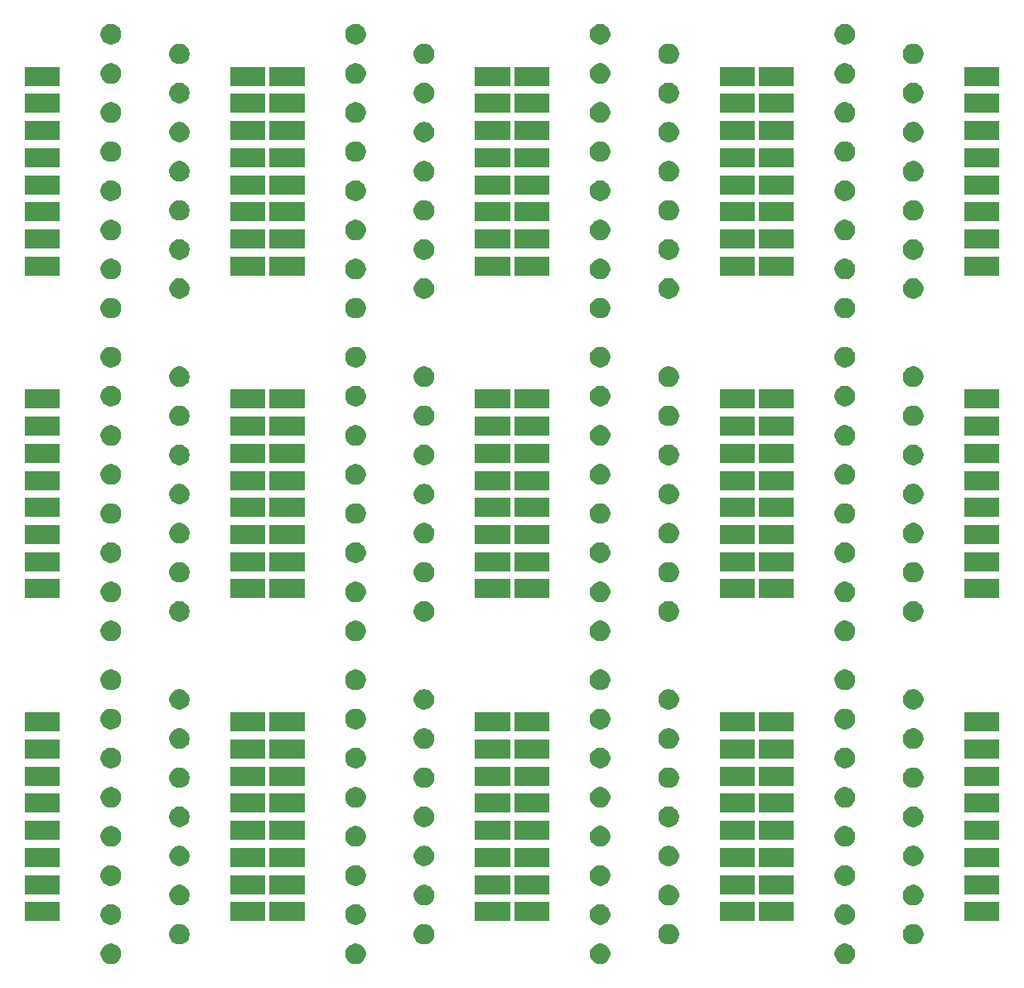
<source format=gts>
G04 #@! TF.GenerationSoftware,KiCad,Pcbnew,(5.1.5)-3*
G04 #@! TF.CreationDate,2021-03-23T18:23:01+09:00*
G04 #@! TF.ProjectId,DSub15TestPoint(3x4),44537562-3135-4546-9573-74506f696e74,rev?*
G04 #@! TF.SameCoordinates,Original*
G04 #@! TF.FileFunction,Soldermask,Top*
G04 #@! TF.FilePolarity,Negative*
%FSLAX46Y46*%
G04 Gerber Fmt 4.6, Leading zero omitted, Abs format (unit mm)*
G04 Created by KiCad (PCBNEW (5.1.5)-3) date 2021-03-23 18:23:01*
%MOMM*%
%LPD*%
G04 APERTURE LIST*
%ADD10C,0.100000*%
G04 APERTURE END LIST*
D10*
G36*
X114306564Y-125489389D02*
G01*
X114497833Y-125568615D01*
X114497835Y-125568616D01*
X114669973Y-125683635D01*
X114816365Y-125830027D01*
X114931385Y-126002167D01*
X115010611Y-126193436D01*
X115051000Y-126396484D01*
X115051000Y-126603516D01*
X115010611Y-126806564D01*
X114931385Y-126997833D01*
X114931384Y-126997835D01*
X114816365Y-127169973D01*
X114669973Y-127316365D01*
X114497835Y-127431384D01*
X114497834Y-127431385D01*
X114497833Y-127431385D01*
X114306564Y-127510611D01*
X114103516Y-127551000D01*
X113896484Y-127551000D01*
X113693436Y-127510611D01*
X113502167Y-127431385D01*
X113502166Y-127431385D01*
X113502165Y-127431384D01*
X113330027Y-127316365D01*
X113183635Y-127169973D01*
X113068616Y-126997835D01*
X113068615Y-126997833D01*
X112989389Y-126806564D01*
X112949000Y-126603516D01*
X112949000Y-126396484D01*
X112989389Y-126193436D01*
X113068615Y-126002167D01*
X113183635Y-125830027D01*
X113330027Y-125683635D01*
X113502165Y-125568616D01*
X113502167Y-125568615D01*
X113693436Y-125489389D01*
X113896484Y-125449000D01*
X114103516Y-125449000D01*
X114306564Y-125489389D01*
G37*
G36*
X89306564Y-125489389D02*
G01*
X89497833Y-125568615D01*
X89497835Y-125568616D01*
X89669973Y-125683635D01*
X89816365Y-125830027D01*
X89931385Y-126002167D01*
X90010611Y-126193436D01*
X90051000Y-126396484D01*
X90051000Y-126603516D01*
X90010611Y-126806564D01*
X89931385Y-126997833D01*
X89931384Y-126997835D01*
X89816365Y-127169973D01*
X89669973Y-127316365D01*
X89497835Y-127431384D01*
X89497834Y-127431385D01*
X89497833Y-127431385D01*
X89306564Y-127510611D01*
X89103516Y-127551000D01*
X88896484Y-127551000D01*
X88693436Y-127510611D01*
X88502167Y-127431385D01*
X88502166Y-127431385D01*
X88502165Y-127431384D01*
X88330027Y-127316365D01*
X88183635Y-127169973D01*
X88068616Y-126997835D01*
X88068615Y-126997833D01*
X87989389Y-126806564D01*
X87949000Y-126603516D01*
X87949000Y-126396484D01*
X87989389Y-126193436D01*
X88068615Y-126002167D01*
X88183635Y-125830027D01*
X88330027Y-125683635D01*
X88502165Y-125568616D01*
X88502167Y-125568615D01*
X88693436Y-125489389D01*
X88896484Y-125449000D01*
X89103516Y-125449000D01*
X89306564Y-125489389D01*
G37*
G36*
X64306564Y-125489389D02*
G01*
X64497833Y-125568615D01*
X64497835Y-125568616D01*
X64669973Y-125683635D01*
X64816365Y-125830027D01*
X64931385Y-126002167D01*
X65010611Y-126193436D01*
X65051000Y-126396484D01*
X65051000Y-126603516D01*
X65010611Y-126806564D01*
X64931385Y-126997833D01*
X64931384Y-126997835D01*
X64816365Y-127169973D01*
X64669973Y-127316365D01*
X64497835Y-127431384D01*
X64497834Y-127431385D01*
X64497833Y-127431385D01*
X64306564Y-127510611D01*
X64103516Y-127551000D01*
X63896484Y-127551000D01*
X63693436Y-127510611D01*
X63502167Y-127431385D01*
X63502166Y-127431385D01*
X63502165Y-127431384D01*
X63330027Y-127316365D01*
X63183635Y-127169973D01*
X63068616Y-126997835D01*
X63068615Y-126997833D01*
X62989389Y-126806564D01*
X62949000Y-126603516D01*
X62949000Y-126396484D01*
X62989389Y-126193436D01*
X63068615Y-126002167D01*
X63183635Y-125830027D01*
X63330027Y-125683635D01*
X63502165Y-125568616D01*
X63502167Y-125568615D01*
X63693436Y-125489389D01*
X63896484Y-125449000D01*
X64103516Y-125449000D01*
X64306564Y-125489389D01*
G37*
G36*
X39306564Y-125489389D02*
G01*
X39497833Y-125568615D01*
X39497835Y-125568616D01*
X39669973Y-125683635D01*
X39816365Y-125830027D01*
X39931385Y-126002167D01*
X40010611Y-126193436D01*
X40051000Y-126396484D01*
X40051000Y-126603516D01*
X40010611Y-126806564D01*
X39931385Y-126997833D01*
X39931384Y-126997835D01*
X39816365Y-127169973D01*
X39669973Y-127316365D01*
X39497835Y-127431384D01*
X39497834Y-127431385D01*
X39497833Y-127431385D01*
X39306564Y-127510611D01*
X39103516Y-127551000D01*
X38896484Y-127551000D01*
X38693436Y-127510611D01*
X38502167Y-127431385D01*
X38502166Y-127431385D01*
X38502165Y-127431384D01*
X38330027Y-127316365D01*
X38183635Y-127169973D01*
X38068616Y-126997835D01*
X38068615Y-126997833D01*
X37989389Y-126806564D01*
X37949000Y-126603516D01*
X37949000Y-126396484D01*
X37989389Y-126193436D01*
X38068615Y-126002167D01*
X38183635Y-125830027D01*
X38330027Y-125683635D01*
X38502165Y-125568616D01*
X38502167Y-125568615D01*
X38693436Y-125489389D01*
X38896484Y-125449000D01*
X39103516Y-125449000D01*
X39306564Y-125489389D01*
G37*
G36*
X46306564Y-123489389D02*
G01*
X46497833Y-123568615D01*
X46497835Y-123568616D01*
X46669973Y-123683635D01*
X46816365Y-123830027D01*
X46931385Y-124002167D01*
X47010611Y-124193436D01*
X47051000Y-124396484D01*
X47051000Y-124603516D01*
X47010611Y-124806564D01*
X46931385Y-124997833D01*
X46931384Y-124997835D01*
X46816365Y-125169973D01*
X46669973Y-125316365D01*
X46497835Y-125431384D01*
X46497834Y-125431385D01*
X46497833Y-125431385D01*
X46306564Y-125510611D01*
X46103516Y-125551000D01*
X45896484Y-125551000D01*
X45693436Y-125510611D01*
X45502167Y-125431385D01*
X45502166Y-125431385D01*
X45502165Y-125431384D01*
X45330027Y-125316365D01*
X45183635Y-125169973D01*
X45068616Y-124997835D01*
X45068615Y-124997833D01*
X44989389Y-124806564D01*
X44949000Y-124603516D01*
X44949000Y-124396484D01*
X44989389Y-124193436D01*
X45068615Y-124002167D01*
X45183635Y-123830027D01*
X45330027Y-123683635D01*
X45502165Y-123568616D01*
X45502167Y-123568615D01*
X45693436Y-123489389D01*
X45896484Y-123449000D01*
X46103516Y-123449000D01*
X46306564Y-123489389D01*
G37*
G36*
X96306564Y-123489389D02*
G01*
X96497833Y-123568615D01*
X96497835Y-123568616D01*
X96669973Y-123683635D01*
X96816365Y-123830027D01*
X96931385Y-124002167D01*
X97010611Y-124193436D01*
X97051000Y-124396484D01*
X97051000Y-124603516D01*
X97010611Y-124806564D01*
X96931385Y-124997833D01*
X96931384Y-124997835D01*
X96816365Y-125169973D01*
X96669973Y-125316365D01*
X96497835Y-125431384D01*
X96497834Y-125431385D01*
X96497833Y-125431385D01*
X96306564Y-125510611D01*
X96103516Y-125551000D01*
X95896484Y-125551000D01*
X95693436Y-125510611D01*
X95502167Y-125431385D01*
X95502166Y-125431385D01*
X95502165Y-125431384D01*
X95330027Y-125316365D01*
X95183635Y-125169973D01*
X95068616Y-124997835D01*
X95068615Y-124997833D01*
X94989389Y-124806564D01*
X94949000Y-124603516D01*
X94949000Y-124396484D01*
X94989389Y-124193436D01*
X95068615Y-124002167D01*
X95183635Y-123830027D01*
X95330027Y-123683635D01*
X95502165Y-123568616D01*
X95502167Y-123568615D01*
X95693436Y-123489389D01*
X95896484Y-123449000D01*
X96103516Y-123449000D01*
X96306564Y-123489389D01*
G37*
G36*
X121306564Y-123489389D02*
G01*
X121497833Y-123568615D01*
X121497835Y-123568616D01*
X121669973Y-123683635D01*
X121816365Y-123830027D01*
X121931385Y-124002167D01*
X122010611Y-124193436D01*
X122051000Y-124396484D01*
X122051000Y-124603516D01*
X122010611Y-124806564D01*
X121931385Y-124997833D01*
X121931384Y-124997835D01*
X121816365Y-125169973D01*
X121669973Y-125316365D01*
X121497835Y-125431384D01*
X121497834Y-125431385D01*
X121497833Y-125431385D01*
X121306564Y-125510611D01*
X121103516Y-125551000D01*
X120896484Y-125551000D01*
X120693436Y-125510611D01*
X120502167Y-125431385D01*
X120502166Y-125431385D01*
X120502165Y-125431384D01*
X120330027Y-125316365D01*
X120183635Y-125169973D01*
X120068616Y-124997835D01*
X120068615Y-124997833D01*
X119989389Y-124806564D01*
X119949000Y-124603516D01*
X119949000Y-124396484D01*
X119989389Y-124193436D01*
X120068615Y-124002167D01*
X120183635Y-123830027D01*
X120330027Y-123683635D01*
X120502165Y-123568616D01*
X120502167Y-123568615D01*
X120693436Y-123489389D01*
X120896484Y-123449000D01*
X121103516Y-123449000D01*
X121306564Y-123489389D01*
G37*
G36*
X71306564Y-123489389D02*
G01*
X71497833Y-123568615D01*
X71497835Y-123568616D01*
X71669973Y-123683635D01*
X71816365Y-123830027D01*
X71931385Y-124002167D01*
X72010611Y-124193436D01*
X72051000Y-124396484D01*
X72051000Y-124603516D01*
X72010611Y-124806564D01*
X71931385Y-124997833D01*
X71931384Y-124997835D01*
X71816365Y-125169973D01*
X71669973Y-125316365D01*
X71497835Y-125431384D01*
X71497834Y-125431385D01*
X71497833Y-125431385D01*
X71306564Y-125510611D01*
X71103516Y-125551000D01*
X70896484Y-125551000D01*
X70693436Y-125510611D01*
X70502167Y-125431385D01*
X70502166Y-125431385D01*
X70502165Y-125431384D01*
X70330027Y-125316365D01*
X70183635Y-125169973D01*
X70068616Y-124997835D01*
X70068615Y-124997833D01*
X69989389Y-124806564D01*
X69949000Y-124603516D01*
X69949000Y-124396484D01*
X69989389Y-124193436D01*
X70068615Y-124002167D01*
X70183635Y-123830027D01*
X70330027Y-123683635D01*
X70502165Y-123568616D01*
X70502167Y-123568615D01*
X70693436Y-123489389D01*
X70896484Y-123449000D01*
X71103516Y-123449000D01*
X71306564Y-123489389D01*
G37*
G36*
X39306564Y-121489389D02*
G01*
X39497833Y-121568615D01*
X39497835Y-121568616D01*
X39669973Y-121683635D01*
X39816365Y-121830027D01*
X39931385Y-122002167D01*
X40010611Y-122193436D01*
X40051000Y-122396484D01*
X40051000Y-122603516D01*
X40010611Y-122806564D01*
X39931385Y-122997833D01*
X39931384Y-122997835D01*
X39816365Y-123169973D01*
X39669973Y-123316365D01*
X39497835Y-123431384D01*
X39497834Y-123431385D01*
X39497833Y-123431385D01*
X39306564Y-123510611D01*
X39103516Y-123551000D01*
X38896484Y-123551000D01*
X38693436Y-123510611D01*
X38502167Y-123431385D01*
X38502166Y-123431385D01*
X38502165Y-123431384D01*
X38330027Y-123316365D01*
X38183635Y-123169973D01*
X38068616Y-122997835D01*
X38068615Y-122997833D01*
X37989389Y-122806564D01*
X37949000Y-122603516D01*
X37949000Y-122396484D01*
X37989389Y-122193436D01*
X38068615Y-122002167D01*
X38183635Y-121830027D01*
X38330027Y-121683635D01*
X38502165Y-121568616D01*
X38502167Y-121568615D01*
X38693436Y-121489389D01*
X38896484Y-121449000D01*
X39103516Y-121449000D01*
X39306564Y-121489389D01*
G37*
G36*
X64306564Y-121489389D02*
G01*
X64497833Y-121568615D01*
X64497835Y-121568616D01*
X64669973Y-121683635D01*
X64816365Y-121830027D01*
X64931385Y-122002167D01*
X65010611Y-122193436D01*
X65051000Y-122396484D01*
X65051000Y-122603516D01*
X65010611Y-122806564D01*
X64931385Y-122997833D01*
X64931384Y-122997835D01*
X64816365Y-123169973D01*
X64669973Y-123316365D01*
X64497835Y-123431384D01*
X64497834Y-123431385D01*
X64497833Y-123431385D01*
X64306564Y-123510611D01*
X64103516Y-123551000D01*
X63896484Y-123551000D01*
X63693436Y-123510611D01*
X63502167Y-123431385D01*
X63502166Y-123431385D01*
X63502165Y-123431384D01*
X63330027Y-123316365D01*
X63183635Y-123169973D01*
X63068616Y-122997835D01*
X63068615Y-122997833D01*
X62989389Y-122806564D01*
X62949000Y-122603516D01*
X62949000Y-122396484D01*
X62989389Y-122193436D01*
X63068615Y-122002167D01*
X63183635Y-121830027D01*
X63330027Y-121683635D01*
X63502165Y-121568616D01*
X63502167Y-121568615D01*
X63693436Y-121489389D01*
X63896484Y-121449000D01*
X64103516Y-121449000D01*
X64306564Y-121489389D01*
G37*
G36*
X89306564Y-121489389D02*
G01*
X89497833Y-121568615D01*
X89497835Y-121568616D01*
X89669973Y-121683635D01*
X89816365Y-121830027D01*
X89931385Y-122002167D01*
X90010611Y-122193436D01*
X90051000Y-122396484D01*
X90051000Y-122603516D01*
X90010611Y-122806564D01*
X89931385Y-122997833D01*
X89931384Y-122997835D01*
X89816365Y-123169973D01*
X89669973Y-123316365D01*
X89497835Y-123431384D01*
X89497834Y-123431385D01*
X89497833Y-123431385D01*
X89306564Y-123510611D01*
X89103516Y-123551000D01*
X88896484Y-123551000D01*
X88693436Y-123510611D01*
X88502167Y-123431385D01*
X88502166Y-123431385D01*
X88502165Y-123431384D01*
X88330027Y-123316365D01*
X88183635Y-123169973D01*
X88068616Y-122997835D01*
X88068615Y-122997833D01*
X87989389Y-122806564D01*
X87949000Y-122603516D01*
X87949000Y-122396484D01*
X87989389Y-122193436D01*
X88068615Y-122002167D01*
X88183635Y-121830027D01*
X88330027Y-121683635D01*
X88502165Y-121568616D01*
X88502167Y-121568615D01*
X88693436Y-121489389D01*
X88896484Y-121449000D01*
X89103516Y-121449000D01*
X89306564Y-121489389D01*
G37*
G36*
X114306564Y-121489389D02*
G01*
X114497833Y-121568615D01*
X114497835Y-121568616D01*
X114669973Y-121683635D01*
X114816365Y-121830027D01*
X114931385Y-122002167D01*
X115010611Y-122193436D01*
X115051000Y-122396484D01*
X115051000Y-122603516D01*
X115010611Y-122806564D01*
X114931385Y-122997833D01*
X114931384Y-122997835D01*
X114816365Y-123169973D01*
X114669973Y-123316365D01*
X114497835Y-123431384D01*
X114497834Y-123431385D01*
X114497833Y-123431385D01*
X114306564Y-123510611D01*
X114103516Y-123551000D01*
X113896484Y-123551000D01*
X113693436Y-123510611D01*
X113502167Y-123431385D01*
X113502166Y-123431385D01*
X113502165Y-123431384D01*
X113330027Y-123316365D01*
X113183635Y-123169973D01*
X113068616Y-122997835D01*
X113068615Y-122997833D01*
X112989389Y-122806564D01*
X112949000Y-122603516D01*
X112949000Y-122396484D01*
X112989389Y-122193436D01*
X113068615Y-122002167D01*
X113183635Y-121830027D01*
X113330027Y-121683635D01*
X113502165Y-121568616D01*
X113502167Y-121568615D01*
X113693436Y-121489389D01*
X113896484Y-121449000D01*
X114103516Y-121449000D01*
X114306564Y-121489389D01*
G37*
G36*
X58791000Y-123169333D02*
G01*
X55209000Y-123169333D01*
X55209000Y-121220667D01*
X58791000Y-121220667D01*
X58791000Y-123169333D01*
G37*
G36*
X79791000Y-123169333D02*
G01*
X76209000Y-123169333D01*
X76209000Y-121220667D01*
X79791000Y-121220667D01*
X79791000Y-123169333D01*
G37*
G36*
X54791000Y-123169333D02*
G01*
X51209000Y-123169333D01*
X51209000Y-121220667D01*
X54791000Y-121220667D01*
X54791000Y-123169333D01*
G37*
G36*
X33791000Y-123169333D02*
G01*
X30209000Y-123169333D01*
X30209000Y-121220667D01*
X33791000Y-121220667D01*
X33791000Y-123169333D01*
G37*
G36*
X129791000Y-123169333D02*
G01*
X126209000Y-123169333D01*
X126209000Y-121220667D01*
X129791000Y-121220667D01*
X129791000Y-123169333D01*
G37*
G36*
X108791000Y-123169333D02*
G01*
X105209000Y-123169333D01*
X105209000Y-121220667D01*
X108791000Y-121220667D01*
X108791000Y-123169333D01*
G37*
G36*
X83791000Y-123169333D02*
G01*
X80209000Y-123169333D01*
X80209000Y-121220667D01*
X83791000Y-121220667D01*
X83791000Y-123169333D01*
G37*
G36*
X104791000Y-123169333D02*
G01*
X101209000Y-123169333D01*
X101209000Y-121220667D01*
X104791000Y-121220667D01*
X104791000Y-123169333D01*
G37*
G36*
X46306564Y-119489389D02*
G01*
X46497833Y-119568615D01*
X46497835Y-119568616D01*
X46669973Y-119683635D01*
X46816365Y-119830027D01*
X46931385Y-120002167D01*
X47010611Y-120193436D01*
X47051000Y-120396484D01*
X47051000Y-120603516D01*
X47010611Y-120806564D01*
X46931385Y-120997833D01*
X46931384Y-120997835D01*
X46816365Y-121169973D01*
X46669973Y-121316365D01*
X46497835Y-121431384D01*
X46497834Y-121431385D01*
X46497833Y-121431385D01*
X46306564Y-121510611D01*
X46103516Y-121551000D01*
X45896484Y-121551000D01*
X45693436Y-121510611D01*
X45502167Y-121431385D01*
X45502166Y-121431385D01*
X45502165Y-121431384D01*
X45330027Y-121316365D01*
X45183635Y-121169973D01*
X45068616Y-120997835D01*
X45068615Y-120997833D01*
X44989389Y-120806564D01*
X44949000Y-120603516D01*
X44949000Y-120396484D01*
X44989389Y-120193436D01*
X45068615Y-120002167D01*
X45183635Y-119830027D01*
X45330027Y-119683635D01*
X45502165Y-119568616D01*
X45502167Y-119568615D01*
X45693436Y-119489389D01*
X45896484Y-119449000D01*
X46103516Y-119449000D01*
X46306564Y-119489389D01*
G37*
G36*
X121306564Y-119489389D02*
G01*
X121497833Y-119568615D01*
X121497835Y-119568616D01*
X121669973Y-119683635D01*
X121816365Y-119830027D01*
X121931385Y-120002167D01*
X122010611Y-120193436D01*
X122051000Y-120396484D01*
X122051000Y-120603516D01*
X122010611Y-120806564D01*
X121931385Y-120997833D01*
X121931384Y-120997835D01*
X121816365Y-121169973D01*
X121669973Y-121316365D01*
X121497835Y-121431384D01*
X121497834Y-121431385D01*
X121497833Y-121431385D01*
X121306564Y-121510611D01*
X121103516Y-121551000D01*
X120896484Y-121551000D01*
X120693436Y-121510611D01*
X120502167Y-121431385D01*
X120502166Y-121431385D01*
X120502165Y-121431384D01*
X120330027Y-121316365D01*
X120183635Y-121169973D01*
X120068616Y-120997835D01*
X120068615Y-120997833D01*
X119989389Y-120806564D01*
X119949000Y-120603516D01*
X119949000Y-120396484D01*
X119989389Y-120193436D01*
X120068615Y-120002167D01*
X120183635Y-119830027D01*
X120330027Y-119683635D01*
X120502165Y-119568616D01*
X120502167Y-119568615D01*
X120693436Y-119489389D01*
X120896484Y-119449000D01*
X121103516Y-119449000D01*
X121306564Y-119489389D01*
G37*
G36*
X96306564Y-119489389D02*
G01*
X96497833Y-119568615D01*
X96497835Y-119568616D01*
X96669973Y-119683635D01*
X96816365Y-119830027D01*
X96931385Y-120002167D01*
X97010611Y-120193436D01*
X97051000Y-120396484D01*
X97051000Y-120603516D01*
X97010611Y-120806564D01*
X96931385Y-120997833D01*
X96931384Y-120997835D01*
X96816365Y-121169973D01*
X96669973Y-121316365D01*
X96497835Y-121431384D01*
X96497834Y-121431385D01*
X96497833Y-121431385D01*
X96306564Y-121510611D01*
X96103516Y-121551000D01*
X95896484Y-121551000D01*
X95693436Y-121510611D01*
X95502167Y-121431385D01*
X95502166Y-121431385D01*
X95502165Y-121431384D01*
X95330027Y-121316365D01*
X95183635Y-121169973D01*
X95068616Y-120997835D01*
X95068615Y-120997833D01*
X94989389Y-120806564D01*
X94949000Y-120603516D01*
X94949000Y-120396484D01*
X94989389Y-120193436D01*
X95068615Y-120002167D01*
X95183635Y-119830027D01*
X95330027Y-119683635D01*
X95502165Y-119568616D01*
X95502167Y-119568615D01*
X95693436Y-119489389D01*
X95896484Y-119449000D01*
X96103516Y-119449000D01*
X96306564Y-119489389D01*
G37*
G36*
X71306564Y-119489389D02*
G01*
X71497833Y-119568615D01*
X71497835Y-119568616D01*
X71669973Y-119683635D01*
X71816365Y-119830027D01*
X71931385Y-120002167D01*
X72010611Y-120193436D01*
X72051000Y-120396484D01*
X72051000Y-120603516D01*
X72010611Y-120806564D01*
X71931385Y-120997833D01*
X71931384Y-120997835D01*
X71816365Y-121169973D01*
X71669973Y-121316365D01*
X71497835Y-121431384D01*
X71497834Y-121431385D01*
X71497833Y-121431385D01*
X71306564Y-121510611D01*
X71103516Y-121551000D01*
X70896484Y-121551000D01*
X70693436Y-121510611D01*
X70502167Y-121431385D01*
X70502166Y-121431385D01*
X70502165Y-121431384D01*
X70330027Y-121316365D01*
X70183635Y-121169973D01*
X70068616Y-120997835D01*
X70068615Y-120997833D01*
X69989389Y-120806564D01*
X69949000Y-120603516D01*
X69949000Y-120396484D01*
X69989389Y-120193436D01*
X70068615Y-120002167D01*
X70183635Y-119830027D01*
X70330027Y-119683635D01*
X70502165Y-119568616D01*
X70502167Y-119568615D01*
X70693436Y-119489389D01*
X70896484Y-119449000D01*
X71103516Y-119449000D01*
X71306564Y-119489389D01*
G37*
G36*
X83791000Y-120399333D02*
G01*
X80209000Y-120399333D01*
X80209000Y-118450667D01*
X83791000Y-118450667D01*
X83791000Y-120399333D01*
G37*
G36*
X54791000Y-120399333D02*
G01*
X51209000Y-120399333D01*
X51209000Y-118450667D01*
X54791000Y-118450667D01*
X54791000Y-120399333D01*
G37*
G36*
X104791000Y-120399333D02*
G01*
X101209000Y-120399333D01*
X101209000Y-118450667D01*
X104791000Y-118450667D01*
X104791000Y-120399333D01*
G37*
G36*
X33791000Y-120399333D02*
G01*
X30209000Y-120399333D01*
X30209000Y-118450667D01*
X33791000Y-118450667D01*
X33791000Y-120399333D01*
G37*
G36*
X58791000Y-120399333D02*
G01*
X55209000Y-120399333D01*
X55209000Y-118450667D01*
X58791000Y-118450667D01*
X58791000Y-120399333D01*
G37*
G36*
X108791000Y-120399333D02*
G01*
X105209000Y-120399333D01*
X105209000Y-118450667D01*
X108791000Y-118450667D01*
X108791000Y-120399333D01*
G37*
G36*
X129791000Y-120399333D02*
G01*
X126209000Y-120399333D01*
X126209000Y-118450667D01*
X129791000Y-118450667D01*
X129791000Y-120399333D01*
G37*
G36*
X79791000Y-120399333D02*
G01*
X76209000Y-120399333D01*
X76209000Y-118450667D01*
X79791000Y-118450667D01*
X79791000Y-120399333D01*
G37*
G36*
X89306564Y-117489389D02*
G01*
X89497833Y-117568615D01*
X89497835Y-117568616D01*
X89588704Y-117629333D01*
X89669973Y-117683635D01*
X89816365Y-117830027D01*
X89931385Y-118002167D01*
X90010611Y-118193436D01*
X90051000Y-118396484D01*
X90051000Y-118603516D01*
X90010611Y-118806564D01*
X89931385Y-118997833D01*
X89931384Y-118997835D01*
X89816365Y-119169973D01*
X89669973Y-119316365D01*
X89497835Y-119431384D01*
X89497834Y-119431385D01*
X89497833Y-119431385D01*
X89306564Y-119510611D01*
X89103516Y-119551000D01*
X88896484Y-119551000D01*
X88693436Y-119510611D01*
X88502167Y-119431385D01*
X88502166Y-119431385D01*
X88502165Y-119431384D01*
X88330027Y-119316365D01*
X88183635Y-119169973D01*
X88068616Y-118997835D01*
X88068615Y-118997833D01*
X87989389Y-118806564D01*
X87949000Y-118603516D01*
X87949000Y-118396484D01*
X87989389Y-118193436D01*
X88068615Y-118002167D01*
X88183635Y-117830027D01*
X88330027Y-117683635D01*
X88411296Y-117629333D01*
X88502165Y-117568616D01*
X88502167Y-117568615D01*
X88693436Y-117489389D01*
X88896484Y-117449000D01*
X89103516Y-117449000D01*
X89306564Y-117489389D01*
G37*
G36*
X64306564Y-117489389D02*
G01*
X64497833Y-117568615D01*
X64497835Y-117568616D01*
X64588704Y-117629333D01*
X64669973Y-117683635D01*
X64816365Y-117830027D01*
X64931385Y-118002167D01*
X65010611Y-118193436D01*
X65051000Y-118396484D01*
X65051000Y-118603516D01*
X65010611Y-118806564D01*
X64931385Y-118997833D01*
X64931384Y-118997835D01*
X64816365Y-119169973D01*
X64669973Y-119316365D01*
X64497835Y-119431384D01*
X64497834Y-119431385D01*
X64497833Y-119431385D01*
X64306564Y-119510611D01*
X64103516Y-119551000D01*
X63896484Y-119551000D01*
X63693436Y-119510611D01*
X63502167Y-119431385D01*
X63502166Y-119431385D01*
X63502165Y-119431384D01*
X63330027Y-119316365D01*
X63183635Y-119169973D01*
X63068616Y-118997835D01*
X63068615Y-118997833D01*
X62989389Y-118806564D01*
X62949000Y-118603516D01*
X62949000Y-118396484D01*
X62989389Y-118193436D01*
X63068615Y-118002167D01*
X63183635Y-117830027D01*
X63330027Y-117683635D01*
X63411296Y-117629333D01*
X63502165Y-117568616D01*
X63502167Y-117568615D01*
X63693436Y-117489389D01*
X63896484Y-117449000D01*
X64103516Y-117449000D01*
X64306564Y-117489389D01*
G37*
G36*
X114306564Y-117489389D02*
G01*
X114497833Y-117568615D01*
X114497835Y-117568616D01*
X114588704Y-117629333D01*
X114669973Y-117683635D01*
X114816365Y-117830027D01*
X114931385Y-118002167D01*
X115010611Y-118193436D01*
X115051000Y-118396484D01*
X115051000Y-118603516D01*
X115010611Y-118806564D01*
X114931385Y-118997833D01*
X114931384Y-118997835D01*
X114816365Y-119169973D01*
X114669973Y-119316365D01*
X114497835Y-119431384D01*
X114497834Y-119431385D01*
X114497833Y-119431385D01*
X114306564Y-119510611D01*
X114103516Y-119551000D01*
X113896484Y-119551000D01*
X113693436Y-119510611D01*
X113502167Y-119431385D01*
X113502166Y-119431385D01*
X113502165Y-119431384D01*
X113330027Y-119316365D01*
X113183635Y-119169973D01*
X113068616Y-118997835D01*
X113068615Y-118997833D01*
X112989389Y-118806564D01*
X112949000Y-118603516D01*
X112949000Y-118396484D01*
X112989389Y-118193436D01*
X113068615Y-118002167D01*
X113183635Y-117830027D01*
X113330027Y-117683635D01*
X113411296Y-117629333D01*
X113502165Y-117568616D01*
X113502167Y-117568615D01*
X113693436Y-117489389D01*
X113896484Y-117449000D01*
X114103516Y-117449000D01*
X114306564Y-117489389D01*
G37*
G36*
X39306564Y-117489389D02*
G01*
X39497833Y-117568615D01*
X39497835Y-117568616D01*
X39588704Y-117629333D01*
X39669973Y-117683635D01*
X39816365Y-117830027D01*
X39931385Y-118002167D01*
X40010611Y-118193436D01*
X40051000Y-118396484D01*
X40051000Y-118603516D01*
X40010611Y-118806564D01*
X39931385Y-118997833D01*
X39931384Y-118997835D01*
X39816365Y-119169973D01*
X39669973Y-119316365D01*
X39497835Y-119431384D01*
X39497834Y-119431385D01*
X39497833Y-119431385D01*
X39306564Y-119510611D01*
X39103516Y-119551000D01*
X38896484Y-119551000D01*
X38693436Y-119510611D01*
X38502167Y-119431385D01*
X38502166Y-119431385D01*
X38502165Y-119431384D01*
X38330027Y-119316365D01*
X38183635Y-119169973D01*
X38068616Y-118997835D01*
X38068615Y-118997833D01*
X37989389Y-118806564D01*
X37949000Y-118603516D01*
X37949000Y-118396484D01*
X37989389Y-118193436D01*
X38068615Y-118002167D01*
X38183635Y-117830027D01*
X38330027Y-117683635D01*
X38411296Y-117629333D01*
X38502165Y-117568616D01*
X38502167Y-117568615D01*
X38693436Y-117489389D01*
X38896484Y-117449000D01*
X39103516Y-117449000D01*
X39306564Y-117489389D01*
G37*
G36*
X83791000Y-117629333D02*
G01*
X80209000Y-117629333D01*
X80209000Y-115680667D01*
X83791000Y-115680667D01*
X83791000Y-117629333D01*
G37*
G36*
X33791000Y-117629333D02*
G01*
X30209000Y-117629333D01*
X30209000Y-115680667D01*
X33791000Y-115680667D01*
X33791000Y-117629333D01*
G37*
G36*
X54791000Y-117629333D02*
G01*
X51209000Y-117629333D01*
X51209000Y-115680667D01*
X54791000Y-115680667D01*
X54791000Y-117629333D01*
G37*
G36*
X79791000Y-117629333D02*
G01*
X76209000Y-117629333D01*
X76209000Y-115680667D01*
X79791000Y-115680667D01*
X79791000Y-117629333D01*
G37*
G36*
X58791000Y-117629333D02*
G01*
X55209000Y-117629333D01*
X55209000Y-115680667D01*
X58791000Y-115680667D01*
X58791000Y-117629333D01*
G37*
G36*
X108791000Y-117629333D02*
G01*
X105209000Y-117629333D01*
X105209000Y-115680667D01*
X108791000Y-115680667D01*
X108791000Y-117629333D01*
G37*
G36*
X129791000Y-117629333D02*
G01*
X126209000Y-117629333D01*
X126209000Y-115680667D01*
X129791000Y-115680667D01*
X129791000Y-117629333D01*
G37*
G36*
X104791000Y-117629333D02*
G01*
X101209000Y-117629333D01*
X101209000Y-115680667D01*
X104791000Y-115680667D01*
X104791000Y-117629333D01*
G37*
G36*
X46306564Y-115489389D02*
G01*
X46497833Y-115568615D01*
X46497835Y-115568616D01*
X46665531Y-115680667D01*
X46669973Y-115683635D01*
X46816365Y-115830027D01*
X46931385Y-116002167D01*
X47010611Y-116193436D01*
X47051000Y-116396484D01*
X47051000Y-116603516D01*
X47010611Y-116806564D01*
X46931385Y-116997833D01*
X46931384Y-116997835D01*
X46816365Y-117169973D01*
X46669973Y-117316365D01*
X46497835Y-117431384D01*
X46497834Y-117431385D01*
X46497833Y-117431385D01*
X46306564Y-117510611D01*
X46103516Y-117551000D01*
X45896484Y-117551000D01*
X45693436Y-117510611D01*
X45502167Y-117431385D01*
X45502166Y-117431385D01*
X45502165Y-117431384D01*
X45330027Y-117316365D01*
X45183635Y-117169973D01*
X45068616Y-116997835D01*
X45068615Y-116997833D01*
X44989389Y-116806564D01*
X44949000Y-116603516D01*
X44949000Y-116396484D01*
X44989389Y-116193436D01*
X45068615Y-116002167D01*
X45183635Y-115830027D01*
X45330027Y-115683635D01*
X45334469Y-115680667D01*
X45502165Y-115568616D01*
X45502167Y-115568615D01*
X45693436Y-115489389D01*
X45896484Y-115449000D01*
X46103516Y-115449000D01*
X46306564Y-115489389D01*
G37*
G36*
X121306564Y-115489389D02*
G01*
X121497833Y-115568615D01*
X121497835Y-115568616D01*
X121665531Y-115680667D01*
X121669973Y-115683635D01*
X121816365Y-115830027D01*
X121931385Y-116002167D01*
X122010611Y-116193436D01*
X122051000Y-116396484D01*
X122051000Y-116603516D01*
X122010611Y-116806564D01*
X121931385Y-116997833D01*
X121931384Y-116997835D01*
X121816365Y-117169973D01*
X121669973Y-117316365D01*
X121497835Y-117431384D01*
X121497834Y-117431385D01*
X121497833Y-117431385D01*
X121306564Y-117510611D01*
X121103516Y-117551000D01*
X120896484Y-117551000D01*
X120693436Y-117510611D01*
X120502167Y-117431385D01*
X120502166Y-117431385D01*
X120502165Y-117431384D01*
X120330027Y-117316365D01*
X120183635Y-117169973D01*
X120068616Y-116997835D01*
X120068615Y-116997833D01*
X119989389Y-116806564D01*
X119949000Y-116603516D01*
X119949000Y-116396484D01*
X119989389Y-116193436D01*
X120068615Y-116002167D01*
X120183635Y-115830027D01*
X120330027Y-115683635D01*
X120334469Y-115680667D01*
X120502165Y-115568616D01*
X120502167Y-115568615D01*
X120693436Y-115489389D01*
X120896484Y-115449000D01*
X121103516Y-115449000D01*
X121306564Y-115489389D01*
G37*
G36*
X71306564Y-115489389D02*
G01*
X71497833Y-115568615D01*
X71497835Y-115568616D01*
X71665531Y-115680667D01*
X71669973Y-115683635D01*
X71816365Y-115830027D01*
X71931385Y-116002167D01*
X72010611Y-116193436D01*
X72051000Y-116396484D01*
X72051000Y-116603516D01*
X72010611Y-116806564D01*
X71931385Y-116997833D01*
X71931384Y-116997835D01*
X71816365Y-117169973D01*
X71669973Y-117316365D01*
X71497835Y-117431384D01*
X71497834Y-117431385D01*
X71497833Y-117431385D01*
X71306564Y-117510611D01*
X71103516Y-117551000D01*
X70896484Y-117551000D01*
X70693436Y-117510611D01*
X70502167Y-117431385D01*
X70502166Y-117431385D01*
X70502165Y-117431384D01*
X70330027Y-117316365D01*
X70183635Y-117169973D01*
X70068616Y-116997835D01*
X70068615Y-116997833D01*
X69989389Y-116806564D01*
X69949000Y-116603516D01*
X69949000Y-116396484D01*
X69989389Y-116193436D01*
X70068615Y-116002167D01*
X70183635Y-115830027D01*
X70330027Y-115683635D01*
X70334469Y-115680667D01*
X70502165Y-115568616D01*
X70502167Y-115568615D01*
X70693436Y-115489389D01*
X70896484Y-115449000D01*
X71103516Y-115449000D01*
X71306564Y-115489389D01*
G37*
G36*
X96306564Y-115489389D02*
G01*
X96497833Y-115568615D01*
X96497835Y-115568616D01*
X96665531Y-115680667D01*
X96669973Y-115683635D01*
X96816365Y-115830027D01*
X96931385Y-116002167D01*
X97010611Y-116193436D01*
X97051000Y-116396484D01*
X97051000Y-116603516D01*
X97010611Y-116806564D01*
X96931385Y-116997833D01*
X96931384Y-116997835D01*
X96816365Y-117169973D01*
X96669973Y-117316365D01*
X96497835Y-117431384D01*
X96497834Y-117431385D01*
X96497833Y-117431385D01*
X96306564Y-117510611D01*
X96103516Y-117551000D01*
X95896484Y-117551000D01*
X95693436Y-117510611D01*
X95502167Y-117431385D01*
X95502166Y-117431385D01*
X95502165Y-117431384D01*
X95330027Y-117316365D01*
X95183635Y-117169973D01*
X95068616Y-116997835D01*
X95068615Y-116997833D01*
X94989389Y-116806564D01*
X94949000Y-116603516D01*
X94949000Y-116396484D01*
X94989389Y-116193436D01*
X95068615Y-116002167D01*
X95183635Y-115830027D01*
X95330027Y-115683635D01*
X95334469Y-115680667D01*
X95502165Y-115568616D01*
X95502167Y-115568615D01*
X95693436Y-115489389D01*
X95896484Y-115449000D01*
X96103516Y-115449000D01*
X96306564Y-115489389D01*
G37*
G36*
X64306564Y-113489389D02*
G01*
X64497833Y-113568615D01*
X64497835Y-113568616D01*
X64669973Y-113683635D01*
X64816365Y-113830027D01*
X64931385Y-114002167D01*
X65010611Y-114193436D01*
X65051000Y-114396484D01*
X65051000Y-114603516D01*
X65010611Y-114806564D01*
X64988753Y-114859333D01*
X64931384Y-114997835D01*
X64816365Y-115169973D01*
X64669973Y-115316365D01*
X64497835Y-115431384D01*
X64497834Y-115431385D01*
X64497833Y-115431385D01*
X64306564Y-115510611D01*
X64103516Y-115551000D01*
X63896484Y-115551000D01*
X63693436Y-115510611D01*
X63502167Y-115431385D01*
X63502166Y-115431385D01*
X63502165Y-115431384D01*
X63330027Y-115316365D01*
X63183635Y-115169973D01*
X63068616Y-114997835D01*
X63011247Y-114859333D01*
X62989389Y-114806564D01*
X62949000Y-114603516D01*
X62949000Y-114396484D01*
X62989389Y-114193436D01*
X63068615Y-114002167D01*
X63183635Y-113830027D01*
X63330027Y-113683635D01*
X63502165Y-113568616D01*
X63502167Y-113568615D01*
X63693436Y-113489389D01*
X63896484Y-113449000D01*
X64103516Y-113449000D01*
X64306564Y-113489389D01*
G37*
G36*
X39306564Y-113489389D02*
G01*
X39497833Y-113568615D01*
X39497835Y-113568616D01*
X39669973Y-113683635D01*
X39816365Y-113830027D01*
X39931385Y-114002167D01*
X40010611Y-114193436D01*
X40051000Y-114396484D01*
X40051000Y-114603516D01*
X40010611Y-114806564D01*
X39988753Y-114859333D01*
X39931384Y-114997835D01*
X39816365Y-115169973D01*
X39669973Y-115316365D01*
X39497835Y-115431384D01*
X39497834Y-115431385D01*
X39497833Y-115431385D01*
X39306564Y-115510611D01*
X39103516Y-115551000D01*
X38896484Y-115551000D01*
X38693436Y-115510611D01*
X38502167Y-115431385D01*
X38502166Y-115431385D01*
X38502165Y-115431384D01*
X38330027Y-115316365D01*
X38183635Y-115169973D01*
X38068616Y-114997835D01*
X38011247Y-114859333D01*
X37989389Y-114806564D01*
X37949000Y-114603516D01*
X37949000Y-114396484D01*
X37989389Y-114193436D01*
X38068615Y-114002167D01*
X38183635Y-113830027D01*
X38330027Y-113683635D01*
X38502165Y-113568616D01*
X38502167Y-113568615D01*
X38693436Y-113489389D01*
X38896484Y-113449000D01*
X39103516Y-113449000D01*
X39306564Y-113489389D01*
G37*
G36*
X89306564Y-113489389D02*
G01*
X89497833Y-113568615D01*
X89497835Y-113568616D01*
X89669973Y-113683635D01*
X89816365Y-113830027D01*
X89931385Y-114002167D01*
X90010611Y-114193436D01*
X90051000Y-114396484D01*
X90051000Y-114603516D01*
X90010611Y-114806564D01*
X89988753Y-114859333D01*
X89931384Y-114997835D01*
X89816365Y-115169973D01*
X89669973Y-115316365D01*
X89497835Y-115431384D01*
X89497834Y-115431385D01*
X89497833Y-115431385D01*
X89306564Y-115510611D01*
X89103516Y-115551000D01*
X88896484Y-115551000D01*
X88693436Y-115510611D01*
X88502167Y-115431385D01*
X88502166Y-115431385D01*
X88502165Y-115431384D01*
X88330027Y-115316365D01*
X88183635Y-115169973D01*
X88068616Y-114997835D01*
X88011247Y-114859333D01*
X87989389Y-114806564D01*
X87949000Y-114603516D01*
X87949000Y-114396484D01*
X87989389Y-114193436D01*
X88068615Y-114002167D01*
X88183635Y-113830027D01*
X88330027Y-113683635D01*
X88502165Y-113568616D01*
X88502167Y-113568615D01*
X88693436Y-113489389D01*
X88896484Y-113449000D01*
X89103516Y-113449000D01*
X89306564Y-113489389D01*
G37*
G36*
X114306564Y-113489389D02*
G01*
X114497833Y-113568615D01*
X114497835Y-113568616D01*
X114669973Y-113683635D01*
X114816365Y-113830027D01*
X114931385Y-114002167D01*
X115010611Y-114193436D01*
X115051000Y-114396484D01*
X115051000Y-114603516D01*
X115010611Y-114806564D01*
X114988753Y-114859333D01*
X114931384Y-114997835D01*
X114816365Y-115169973D01*
X114669973Y-115316365D01*
X114497835Y-115431384D01*
X114497834Y-115431385D01*
X114497833Y-115431385D01*
X114306564Y-115510611D01*
X114103516Y-115551000D01*
X113896484Y-115551000D01*
X113693436Y-115510611D01*
X113502167Y-115431385D01*
X113502166Y-115431385D01*
X113502165Y-115431384D01*
X113330027Y-115316365D01*
X113183635Y-115169973D01*
X113068616Y-114997835D01*
X113011247Y-114859333D01*
X112989389Y-114806564D01*
X112949000Y-114603516D01*
X112949000Y-114396484D01*
X112989389Y-114193436D01*
X113068615Y-114002167D01*
X113183635Y-113830027D01*
X113330027Y-113683635D01*
X113502165Y-113568616D01*
X113502167Y-113568615D01*
X113693436Y-113489389D01*
X113896484Y-113449000D01*
X114103516Y-113449000D01*
X114306564Y-113489389D01*
G37*
G36*
X33791000Y-114859333D02*
G01*
X30209000Y-114859333D01*
X30209000Y-112910667D01*
X33791000Y-112910667D01*
X33791000Y-114859333D01*
G37*
G36*
X104791000Y-114859333D02*
G01*
X101209000Y-114859333D01*
X101209000Y-112910667D01*
X104791000Y-112910667D01*
X104791000Y-114859333D01*
G37*
G36*
X58791000Y-114859333D02*
G01*
X55209000Y-114859333D01*
X55209000Y-112910667D01*
X58791000Y-112910667D01*
X58791000Y-114859333D01*
G37*
G36*
X129791000Y-114859333D02*
G01*
X126209000Y-114859333D01*
X126209000Y-112910667D01*
X129791000Y-112910667D01*
X129791000Y-114859333D01*
G37*
G36*
X54791000Y-114859333D02*
G01*
X51209000Y-114859333D01*
X51209000Y-112910667D01*
X54791000Y-112910667D01*
X54791000Y-114859333D01*
G37*
G36*
X83791000Y-114859333D02*
G01*
X80209000Y-114859333D01*
X80209000Y-112910667D01*
X83791000Y-112910667D01*
X83791000Y-114859333D01*
G37*
G36*
X79791000Y-114859333D02*
G01*
X76209000Y-114859333D01*
X76209000Y-112910667D01*
X79791000Y-112910667D01*
X79791000Y-114859333D01*
G37*
G36*
X108791000Y-114859333D02*
G01*
X105209000Y-114859333D01*
X105209000Y-112910667D01*
X108791000Y-112910667D01*
X108791000Y-114859333D01*
G37*
G36*
X121306564Y-111489389D02*
G01*
X121497833Y-111568615D01*
X121497835Y-111568616D01*
X121669973Y-111683635D01*
X121816365Y-111830027D01*
X121931385Y-112002167D01*
X122010611Y-112193436D01*
X122051000Y-112396484D01*
X122051000Y-112603516D01*
X122010611Y-112806564D01*
X121967490Y-112910667D01*
X121931384Y-112997835D01*
X121816365Y-113169973D01*
X121669973Y-113316365D01*
X121497835Y-113431384D01*
X121497834Y-113431385D01*
X121497833Y-113431385D01*
X121306564Y-113510611D01*
X121103516Y-113551000D01*
X120896484Y-113551000D01*
X120693436Y-113510611D01*
X120502167Y-113431385D01*
X120502166Y-113431385D01*
X120502165Y-113431384D01*
X120330027Y-113316365D01*
X120183635Y-113169973D01*
X120068616Y-112997835D01*
X120032510Y-112910667D01*
X119989389Y-112806564D01*
X119949000Y-112603516D01*
X119949000Y-112396484D01*
X119989389Y-112193436D01*
X120068615Y-112002167D01*
X120183635Y-111830027D01*
X120330027Y-111683635D01*
X120502165Y-111568616D01*
X120502167Y-111568615D01*
X120693436Y-111489389D01*
X120896484Y-111449000D01*
X121103516Y-111449000D01*
X121306564Y-111489389D01*
G37*
G36*
X96306564Y-111489389D02*
G01*
X96497833Y-111568615D01*
X96497835Y-111568616D01*
X96669973Y-111683635D01*
X96816365Y-111830027D01*
X96931385Y-112002167D01*
X97010611Y-112193436D01*
X97051000Y-112396484D01*
X97051000Y-112603516D01*
X97010611Y-112806564D01*
X96967490Y-112910667D01*
X96931384Y-112997835D01*
X96816365Y-113169973D01*
X96669973Y-113316365D01*
X96497835Y-113431384D01*
X96497834Y-113431385D01*
X96497833Y-113431385D01*
X96306564Y-113510611D01*
X96103516Y-113551000D01*
X95896484Y-113551000D01*
X95693436Y-113510611D01*
X95502167Y-113431385D01*
X95502166Y-113431385D01*
X95502165Y-113431384D01*
X95330027Y-113316365D01*
X95183635Y-113169973D01*
X95068616Y-112997835D01*
X95032510Y-112910667D01*
X94989389Y-112806564D01*
X94949000Y-112603516D01*
X94949000Y-112396484D01*
X94989389Y-112193436D01*
X95068615Y-112002167D01*
X95183635Y-111830027D01*
X95330027Y-111683635D01*
X95502165Y-111568616D01*
X95502167Y-111568615D01*
X95693436Y-111489389D01*
X95896484Y-111449000D01*
X96103516Y-111449000D01*
X96306564Y-111489389D01*
G37*
G36*
X71306564Y-111489389D02*
G01*
X71497833Y-111568615D01*
X71497835Y-111568616D01*
X71669973Y-111683635D01*
X71816365Y-111830027D01*
X71931385Y-112002167D01*
X72010611Y-112193436D01*
X72051000Y-112396484D01*
X72051000Y-112603516D01*
X72010611Y-112806564D01*
X71967490Y-112910667D01*
X71931384Y-112997835D01*
X71816365Y-113169973D01*
X71669973Y-113316365D01*
X71497835Y-113431384D01*
X71497834Y-113431385D01*
X71497833Y-113431385D01*
X71306564Y-113510611D01*
X71103516Y-113551000D01*
X70896484Y-113551000D01*
X70693436Y-113510611D01*
X70502167Y-113431385D01*
X70502166Y-113431385D01*
X70502165Y-113431384D01*
X70330027Y-113316365D01*
X70183635Y-113169973D01*
X70068616Y-112997835D01*
X70032510Y-112910667D01*
X69989389Y-112806564D01*
X69949000Y-112603516D01*
X69949000Y-112396484D01*
X69989389Y-112193436D01*
X70068615Y-112002167D01*
X70183635Y-111830027D01*
X70330027Y-111683635D01*
X70502165Y-111568616D01*
X70502167Y-111568615D01*
X70693436Y-111489389D01*
X70896484Y-111449000D01*
X71103516Y-111449000D01*
X71306564Y-111489389D01*
G37*
G36*
X46306564Y-111489389D02*
G01*
X46497833Y-111568615D01*
X46497835Y-111568616D01*
X46669973Y-111683635D01*
X46816365Y-111830027D01*
X46931385Y-112002167D01*
X47010611Y-112193436D01*
X47051000Y-112396484D01*
X47051000Y-112603516D01*
X47010611Y-112806564D01*
X46967490Y-112910667D01*
X46931384Y-112997835D01*
X46816365Y-113169973D01*
X46669973Y-113316365D01*
X46497835Y-113431384D01*
X46497834Y-113431385D01*
X46497833Y-113431385D01*
X46306564Y-113510611D01*
X46103516Y-113551000D01*
X45896484Y-113551000D01*
X45693436Y-113510611D01*
X45502167Y-113431385D01*
X45502166Y-113431385D01*
X45502165Y-113431384D01*
X45330027Y-113316365D01*
X45183635Y-113169973D01*
X45068616Y-112997835D01*
X45032510Y-112910667D01*
X44989389Y-112806564D01*
X44949000Y-112603516D01*
X44949000Y-112396484D01*
X44989389Y-112193436D01*
X45068615Y-112002167D01*
X45183635Y-111830027D01*
X45330027Y-111683635D01*
X45502165Y-111568616D01*
X45502167Y-111568615D01*
X45693436Y-111489389D01*
X45896484Y-111449000D01*
X46103516Y-111449000D01*
X46306564Y-111489389D01*
G37*
G36*
X58791000Y-112089333D02*
G01*
X55209000Y-112089333D01*
X55209000Y-110140667D01*
X58791000Y-110140667D01*
X58791000Y-112089333D01*
G37*
G36*
X104791000Y-112089333D02*
G01*
X101209000Y-112089333D01*
X101209000Y-110140667D01*
X104791000Y-110140667D01*
X104791000Y-112089333D01*
G37*
G36*
X54791000Y-112089333D02*
G01*
X51209000Y-112089333D01*
X51209000Y-110140667D01*
X54791000Y-110140667D01*
X54791000Y-112089333D01*
G37*
G36*
X129791000Y-112089333D02*
G01*
X126209000Y-112089333D01*
X126209000Y-110140667D01*
X129791000Y-110140667D01*
X129791000Y-112089333D01*
G37*
G36*
X79791000Y-112089333D02*
G01*
X76209000Y-112089333D01*
X76209000Y-110140667D01*
X79791000Y-110140667D01*
X79791000Y-112089333D01*
G37*
G36*
X33791000Y-112089333D02*
G01*
X30209000Y-112089333D01*
X30209000Y-110140667D01*
X33791000Y-110140667D01*
X33791000Y-112089333D01*
G37*
G36*
X83791000Y-112089333D02*
G01*
X80209000Y-112089333D01*
X80209000Y-110140667D01*
X83791000Y-110140667D01*
X83791000Y-112089333D01*
G37*
G36*
X108791000Y-112089333D02*
G01*
X105209000Y-112089333D01*
X105209000Y-110140667D01*
X108791000Y-110140667D01*
X108791000Y-112089333D01*
G37*
G36*
X114306564Y-109489389D02*
G01*
X114497833Y-109568615D01*
X114497835Y-109568616D01*
X114669973Y-109683635D01*
X114816365Y-109830027D01*
X114931385Y-110002167D01*
X115010611Y-110193436D01*
X115051000Y-110396484D01*
X115051000Y-110603516D01*
X115010611Y-110806564D01*
X114931385Y-110997833D01*
X114931384Y-110997835D01*
X114816365Y-111169973D01*
X114669973Y-111316365D01*
X114497835Y-111431384D01*
X114497834Y-111431385D01*
X114497833Y-111431385D01*
X114306564Y-111510611D01*
X114103516Y-111551000D01*
X113896484Y-111551000D01*
X113693436Y-111510611D01*
X113502167Y-111431385D01*
X113502166Y-111431385D01*
X113502165Y-111431384D01*
X113330027Y-111316365D01*
X113183635Y-111169973D01*
X113068616Y-110997835D01*
X113068615Y-110997833D01*
X112989389Y-110806564D01*
X112949000Y-110603516D01*
X112949000Y-110396484D01*
X112989389Y-110193436D01*
X113068615Y-110002167D01*
X113183635Y-109830027D01*
X113330027Y-109683635D01*
X113502165Y-109568616D01*
X113502167Y-109568615D01*
X113693436Y-109489389D01*
X113896484Y-109449000D01*
X114103516Y-109449000D01*
X114306564Y-109489389D01*
G37*
G36*
X64306564Y-109489389D02*
G01*
X64497833Y-109568615D01*
X64497835Y-109568616D01*
X64669973Y-109683635D01*
X64816365Y-109830027D01*
X64931385Y-110002167D01*
X65010611Y-110193436D01*
X65051000Y-110396484D01*
X65051000Y-110603516D01*
X65010611Y-110806564D01*
X64931385Y-110997833D01*
X64931384Y-110997835D01*
X64816365Y-111169973D01*
X64669973Y-111316365D01*
X64497835Y-111431384D01*
X64497834Y-111431385D01*
X64497833Y-111431385D01*
X64306564Y-111510611D01*
X64103516Y-111551000D01*
X63896484Y-111551000D01*
X63693436Y-111510611D01*
X63502167Y-111431385D01*
X63502166Y-111431385D01*
X63502165Y-111431384D01*
X63330027Y-111316365D01*
X63183635Y-111169973D01*
X63068616Y-110997835D01*
X63068615Y-110997833D01*
X62989389Y-110806564D01*
X62949000Y-110603516D01*
X62949000Y-110396484D01*
X62989389Y-110193436D01*
X63068615Y-110002167D01*
X63183635Y-109830027D01*
X63330027Y-109683635D01*
X63502165Y-109568616D01*
X63502167Y-109568615D01*
X63693436Y-109489389D01*
X63896484Y-109449000D01*
X64103516Y-109449000D01*
X64306564Y-109489389D01*
G37*
G36*
X89306564Y-109489389D02*
G01*
X89497833Y-109568615D01*
X89497835Y-109568616D01*
X89669973Y-109683635D01*
X89816365Y-109830027D01*
X89931385Y-110002167D01*
X90010611Y-110193436D01*
X90051000Y-110396484D01*
X90051000Y-110603516D01*
X90010611Y-110806564D01*
X89931385Y-110997833D01*
X89931384Y-110997835D01*
X89816365Y-111169973D01*
X89669973Y-111316365D01*
X89497835Y-111431384D01*
X89497834Y-111431385D01*
X89497833Y-111431385D01*
X89306564Y-111510611D01*
X89103516Y-111551000D01*
X88896484Y-111551000D01*
X88693436Y-111510611D01*
X88502167Y-111431385D01*
X88502166Y-111431385D01*
X88502165Y-111431384D01*
X88330027Y-111316365D01*
X88183635Y-111169973D01*
X88068616Y-110997835D01*
X88068615Y-110997833D01*
X87989389Y-110806564D01*
X87949000Y-110603516D01*
X87949000Y-110396484D01*
X87989389Y-110193436D01*
X88068615Y-110002167D01*
X88183635Y-109830027D01*
X88330027Y-109683635D01*
X88502165Y-109568616D01*
X88502167Y-109568615D01*
X88693436Y-109489389D01*
X88896484Y-109449000D01*
X89103516Y-109449000D01*
X89306564Y-109489389D01*
G37*
G36*
X39306564Y-109489389D02*
G01*
X39497833Y-109568615D01*
X39497835Y-109568616D01*
X39669973Y-109683635D01*
X39816365Y-109830027D01*
X39931385Y-110002167D01*
X40010611Y-110193436D01*
X40051000Y-110396484D01*
X40051000Y-110603516D01*
X40010611Y-110806564D01*
X39931385Y-110997833D01*
X39931384Y-110997835D01*
X39816365Y-111169973D01*
X39669973Y-111316365D01*
X39497835Y-111431384D01*
X39497834Y-111431385D01*
X39497833Y-111431385D01*
X39306564Y-111510611D01*
X39103516Y-111551000D01*
X38896484Y-111551000D01*
X38693436Y-111510611D01*
X38502167Y-111431385D01*
X38502166Y-111431385D01*
X38502165Y-111431384D01*
X38330027Y-111316365D01*
X38183635Y-111169973D01*
X38068616Y-110997835D01*
X38068615Y-110997833D01*
X37989389Y-110806564D01*
X37949000Y-110603516D01*
X37949000Y-110396484D01*
X37989389Y-110193436D01*
X38068615Y-110002167D01*
X38183635Y-109830027D01*
X38330027Y-109683635D01*
X38502165Y-109568616D01*
X38502167Y-109568615D01*
X38693436Y-109489389D01*
X38896484Y-109449000D01*
X39103516Y-109449000D01*
X39306564Y-109489389D01*
G37*
G36*
X121306564Y-107489389D02*
G01*
X121497833Y-107568615D01*
X121497835Y-107568616D01*
X121669973Y-107683635D01*
X121816365Y-107830027D01*
X121931385Y-108002167D01*
X122010611Y-108193436D01*
X122051000Y-108396484D01*
X122051000Y-108603516D01*
X122010611Y-108806564D01*
X121931385Y-108997833D01*
X121931384Y-108997835D01*
X121816365Y-109169973D01*
X121669973Y-109316365D01*
X121497835Y-109431384D01*
X121497834Y-109431385D01*
X121497833Y-109431385D01*
X121306564Y-109510611D01*
X121103516Y-109551000D01*
X120896484Y-109551000D01*
X120693436Y-109510611D01*
X120502167Y-109431385D01*
X120502166Y-109431385D01*
X120502165Y-109431384D01*
X120330027Y-109316365D01*
X120183635Y-109169973D01*
X120068616Y-108997835D01*
X120068615Y-108997833D01*
X119989389Y-108806564D01*
X119949000Y-108603516D01*
X119949000Y-108396484D01*
X119989389Y-108193436D01*
X120068615Y-108002167D01*
X120183635Y-107830027D01*
X120330027Y-107683635D01*
X120502165Y-107568616D01*
X120502167Y-107568615D01*
X120693436Y-107489389D01*
X120896484Y-107449000D01*
X121103516Y-107449000D01*
X121306564Y-107489389D01*
G37*
G36*
X46306564Y-107489389D02*
G01*
X46497833Y-107568615D01*
X46497835Y-107568616D01*
X46669973Y-107683635D01*
X46816365Y-107830027D01*
X46931385Y-108002167D01*
X47010611Y-108193436D01*
X47051000Y-108396484D01*
X47051000Y-108603516D01*
X47010611Y-108806564D01*
X46931385Y-108997833D01*
X46931384Y-108997835D01*
X46816365Y-109169973D01*
X46669973Y-109316365D01*
X46497835Y-109431384D01*
X46497834Y-109431385D01*
X46497833Y-109431385D01*
X46306564Y-109510611D01*
X46103516Y-109551000D01*
X45896484Y-109551000D01*
X45693436Y-109510611D01*
X45502167Y-109431385D01*
X45502166Y-109431385D01*
X45502165Y-109431384D01*
X45330027Y-109316365D01*
X45183635Y-109169973D01*
X45068616Y-108997835D01*
X45068615Y-108997833D01*
X44989389Y-108806564D01*
X44949000Y-108603516D01*
X44949000Y-108396484D01*
X44989389Y-108193436D01*
X45068615Y-108002167D01*
X45183635Y-107830027D01*
X45330027Y-107683635D01*
X45502165Y-107568616D01*
X45502167Y-107568615D01*
X45693436Y-107489389D01*
X45896484Y-107449000D01*
X46103516Y-107449000D01*
X46306564Y-107489389D01*
G37*
G36*
X96306564Y-107489389D02*
G01*
X96497833Y-107568615D01*
X96497835Y-107568616D01*
X96669973Y-107683635D01*
X96816365Y-107830027D01*
X96931385Y-108002167D01*
X97010611Y-108193436D01*
X97051000Y-108396484D01*
X97051000Y-108603516D01*
X97010611Y-108806564D01*
X96931385Y-108997833D01*
X96931384Y-108997835D01*
X96816365Y-109169973D01*
X96669973Y-109316365D01*
X96497835Y-109431384D01*
X96497834Y-109431385D01*
X96497833Y-109431385D01*
X96306564Y-109510611D01*
X96103516Y-109551000D01*
X95896484Y-109551000D01*
X95693436Y-109510611D01*
X95502167Y-109431385D01*
X95502166Y-109431385D01*
X95502165Y-109431384D01*
X95330027Y-109316365D01*
X95183635Y-109169973D01*
X95068616Y-108997835D01*
X95068615Y-108997833D01*
X94989389Y-108806564D01*
X94949000Y-108603516D01*
X94949000Y-108396484D01*
X94989389Y-108193436D01*
X95068615Y-108002167D01*
X95183635Y-107830027D01*
X95330027Y-107683635D01*
X95502165Y-107568616D01*
X95502167Y-107568615D01*
X95693436Y-107489389D01*
X95896484Y-107449000D01*
X96103516Y-107449000D01*
X96306564Y-107489389D01*
G37*
G36*
X71306564Y-107489389D02*
G01*
X71497833Y-107568615D01*
X71497835Y-107568616D01*
X71669973Y-107683635D01*
X71816365Y-107830027D01*
X71931385Y-108002167D01*
X72010611Y-108193436D01*
X72051000Y-108396484D01*
X72051000Y-108603516D01*
X72010611Y-108806564D01*
X71931385Y-108997833D01*
X71931384Y-108997835D01*
X71816365Y-109169973D01*
X71669973Y-109316365D01*
X71497835Y-109431384D01*
X71497834Y-109431385D01*
X71497833Y-109431385D01*
X71306564Y-109510611D01*
X71103516Y-109551000D01*
X70896484Y-109551000D01*
X70693436Y-109510611D01*
X70502167Y-109431385D01*
X70502166Y-109431385D01*
X70502165Y-109431384D01*
X70330027Y-109316365D01*
X70183635Y-109169973D01*
X70068616Y-108997835D01*
X70068615Y-108997833D01*
X69989389Y-108806564D01*
X69949000Y-108603516D01*
X69949000Y-108396484D01*
X69989389Y-108193436D01*
X70068615Y-108002167D01*
X70183635Y-107830027D01*
X70330027Y-107683635D01*
X70502165Y-107568616D01*
X70502167Y-107568615D01*
X70693436Y-107489389D01*
X70896484Y-107449000D01*
X71103516Y-107449000D01*
X71306564Y-107489389D01*
G37*
G36*
X129791000Y-109319333D02*
G01*
X126209000Y-109319333D01*
X126209000Y-107370667D01*
X129791000Y-107370667D01*
X129791000Y-109319333D01*
G37*
G36*
X108791000Y-109319333D02*
G01*
X105209000Y-109319333D01*
X105209000Y-107370667D01*
X108791000Y-107370667D01*
X108791000Y-109319333D01*
G37*
G36*
X54791000Y-109319333D02*
G01*
X51209000Y-109319333D01*
X51209000Y-107370667D01*
X54791000Y-107370667D01*
X54791000Y-109319333D01*
G37*
G36*
X58791000Y-109319333D02*
G01*
X55209000Y-109319333D01*
X55209000Y-107370667D01*
X58791000Y-107370667D01*
X58791000Y-109319333D01*
G37*
G36*
X79791000Y-109319333D02*
G01*
X76209000Y-109319333D01*
X76209000Y-107370667D01*
X79791000Y-107370667D01*
X79791000Y-109319333D01*
G37*
G36*
X104791000Y-109319333D02*
G01*
X101209000Y-109319333D01*
X101209000Y-107370667D01*
X104791000Y-107370667D01*
X104791000Y-109319333D01*
G37*
G36*
X33791000Y-109319333D02*
G01*
X30209000Y-109319333D01*
X30209000Y-107370667D01*
X33791000Y-107370667D01*
X33791000Y-109319333D01*
G37*
G36*
X83791000Y-109319333D02*
G01*
X80209000Y-109319333D01*
X80209000Y-107370667D01*
X83791000Y-107370667D01*
X83791000Y-109319333D01*
G37*
G36*
X114306564Y-105489389D02*
G01*
X114497833Y-105568615D01*
X114497835Y-105568616D01*
X114669973Y-105683635D01*
X114816365Y-105830027D01*
X114931385Y-106002167D01*
X115010611Y-106193436D01*
X115051000Y-106396484D01*
X115051000Y-106603516D01*
X115010611Y-106806564D01*
X114931385Y-106997833D01*
X114931384Y-106997835D01*
X114816365Y-107169973D01*
X114669973Y-107316365D01*
X114497835Y-107431384D01*
X114497834Y-107431385D01*
X114497833Y-107431385D01*
X114306564Y-107510611D01*
X114103516Y-107551000D01*
X113896484Y-107551000D01*
X113693436Y-107510611D01*
X113502167Y-107431385D01*
X113502166Y-107431385D01*
X113502165Y-107431384D01*
X113330027Y-107316365D01*
X113183635Y-107169973D01*
X113068616Y-106997835D01*
X113068615Y-106997833D01*
X112989389Y-106806564D01*
X112949000Y-106603516D01*
X112949000Y-106396484D01*
X112989389Y-106193436D01*
X113068615Y-106002167D01*
X113183635Y-105830027D01*
X113330027Y-105683635D01*
X113502165Y-105568616D01*
X113502167Y-105568615D01*
X113693436Y-105489389D01*
X113896484Y-105449000D01*
X114103516Y-105449000D01*
X114306564Y-105489389D01*
G37*
G36*
X64306564Y-105489389D02*
G01*
X64497833Y-105568615D01*
X64497835Y-105568616D01*
X64669973Y-105683635D01*
X64816365Y-105830027D01*
X64931385Y-106002167D01*
X65010611Y-106193436D01*
X65051000Y-106396484D01*
X65051000Y-106603516D01*
X65010611Y-106806564D01*
X64931385Y-106997833D01*
X64931384Y-106997835D01*
X64816365Y-107169973D01*
X64669973Y-107316365D01*
X64497835Y-107431384D01*
X64497834Y-107431385D01*
X64497833Y-107431385D01*
X64306564Y-107510611D01*
X64103516Y-107551000D01*
X63896484Y-107551000D01*
X63693436Y-107510611D01*
X63502167Y-107431385D01*
X63502166Y-107431385D01*
X63502165Y-107431384D01*
X63330027Y-107316365D01*
X63183635Y-107169973D01*
X63068616Y-106997835D01*
X63068615Y-106997833D01*
X62989389Y-106806564D01*
X62949000Y-106603516D01*
X62949000Y-106396484D01*
X62989389Y-106193436D01*
X63068615Y-106002167D01*
X63183635Y-105830027D01*
X63330027Y-105683635D01*
X63502165Y-105568616D01*
X63502167Y-105568615D01*
X63693436Y-105489389D01*
X63896484Y-105449000D01*
X64103516Y-105449000D01*
X64306564Y-105489389D01*
G37*
G36*
X39306564Y-105489389D02*
G01*
X39497833Y-105568615D01*
X39497835Y-105568616D01*
X39669973Y-105683635D01*
X39816365Y-105830027D01*
X39931385Y-106002167D01*
X40010611Y-106193436D01*
X40051000Y-106396484D01*
X40051000Y-106603516D01*
X40010611Y-106806564D01*
X39931385Y-106997833D01*
X39931384Y-106997835D01*
X39816365Y-107169973D01*
X39669973Y-107316365D01*
X39497835Y-107431384D01*
X39497834Y-107431385D01*
X39497833Y-107431385D01*
X39306564Y-107510611D01*
X39103516Y-107551000D01*
X38896484Y-107551000D01*
X38693436Y-107510611D01*
X38502167Y-107431385D01*
X38502166Y-107431385D01*
X38502165Y-107431384D01*
X38330027Y-107316365D01*
X38183635Y-107169973D01*
X38068616Y-106997835D01*
X38068615Y-106997833D01*
X37989389Y-106806564D01*
X37949000Y-106603516D01*
X37949000Y-106396484D01*
X37989389Y-106193436D01*
X38068615Y-106002167D01*
X38183635Y-105830027D01*
X38330027Y-105683635D01*
X38502165Y-105568616D01*
X38502167Y-105568615D01*
X38693436Y-105489389D01*
X38896484Y-105449000D01*
X39103516Y-105449000D01*
X39306564Y-105489389D01*
G37*
G36*
X89306564Y-105489389D02*
G01*
X89497833Y-105568615D01*
X89497835Y-105568616D01*
X89669973Y-105683635D01*
X89816365Y-105830027D01*
X89931385Y-106002167D01*
X90010611Y-106193436D01*
X90051000Y-106396484D01*
X90051000Y-106603516D01*
X90010611Y-106806564D01*
X89931385Y-106997833D01*
X89931384Y-106997835D01*
X89816365Y-107169973D01*
X89669973Y-107316365D01*
X89497835Y-107431384D01*
X89497834Y-107431385D01*
X89497833Y-107431385D01*
X89306564Y-107510611D01*
X89103516Y-107551000D01*
X88896484Y-107551000D01*
X88693436Y-107510611D01*
X88502167Y-107431385D01*
X88502166Y-107431385D01*
X88502165Y-107431384D01*
X88330027Y-107316365D01*
X88183635Y-107169973D01*
X88068616Y-106997835D01*
X88068615Y-106997833D01*
X87989389Y-106806564D01*
X87949000Y-106603516D01*
X87949000Y-106396484D01*
X87989389Y-106193436D01*
X88068615Y-106002167D01*
X88183635Y-105830027D01*
X88330027Y-105683635D01*
X88502165Y-105568616D01*
X88502167Y-105568615D01*
X88693436Y-105489389D01*
X88896484Y-105449000D01*
X89103516Y-105449000D01*
X89306564Y-105489389D01*
G37*
G36*
X33791000Y-106549333D02*
G01*
X30209000Y-106549333D01*
X30209000Y-104600667D01*
X33791000Y-104600667D01*
X33791000Y-106549333D01*
G37*
G36*
X54791000Y-106549333D02*
G01*
X51209000Y-106549333D01*
X51209000Y-104600667D01*
X54791000Y-104600667D01*
X54791000Y-106549333D01*
G37*
G36*
X79791000Y-106549333D02*
G01*
X76209000Y-106549333D01*
X76209000Y-104600667D01*
X79791000Y-104600667D01*
X79791000Y-106549333D01*
G37*
G36*
X58791000Y-106549333D02*
G01*
X55209000Y-106549333D01*
X55209000Y-104600667D01*
X58791000Y-104600667D01*
X58791000Y-106549333D01*
G37*
G36*
X83791000Y-106549333D02*
G01*
X80209000Y-106549333D01*
X80209000Y-104600667D01*
X83791000Y-104600667D01*
X83791000Y-106549333D01*
G37*
G36*
X108791000Y-106549333D02*
G01*
X105209000Y-106549333D01*
X105209000Y-104600667D01*
X108791000Y-104600667D01*
X108791000Y-106549333D01*
G37*
G36*
X129791000Y-106549333D02*
G01*
X126209000Y-106549333D01*
X126209000Y-104600667D01*
X129791000Y-104600667D01*
X129791000Y-106549333D01*
G37*
G36*
X104791000Y-106549333D02*
G01*
X101209000Y-106549333D01*
X101209000Y-104600667D01*
X104791000Y-104600667D01*
X104791000Y-106549333D01*
G37*
G36*
X96306564Y-103489389D02*
G01*
X96497833Y-103568615D01*
X96497835Y-103568616D01*
X96669973Y-103683635D01*
X96816365Y-103830027D01*
X96931385Y-104002167D01*
X97010611Y-104193436D01*
X97051000Y-104396484D01*
X97051000Y-104603516D01*
X97010611Y-104806564D01*
X96931385Y-104997833D01*
X96931384Y-104997835D01*
X96816365Y-105169973D01*
X96669973Y-105316365D01*
X96497835Y-105431384D01*
X96497834Y-105431385D01*
X96497833Y-105431385D01*
X96306564Y-105510611D01*
X96103516Y-105551000D01*
X95896484Y-105551000D01*
X95693436Y-105510611D01*
X95502167Y-105431385D01*
X95502166Y-105431385D01*
X95502165Y-105431384D01*
X95330027Y-105316365D01*
X95183635Y-105169973D01*
X95068616Y-104997835D01*
X95068615Y-104997833D01*
X94989389Y-104806564D01*
X94949000Y-104603516D01*
X94949000Y-104396484D01*
X94989389Y-104193436D01*
X95068615Y-104002167D01*
X95183635Y-103830027D01*
X95330027Y-103683635D01*
X95502165Y-103568616D01*
X95502167Y-103568615D01*
X95693436Y-103489389D01*
X95896484Y-103449000D01*
X96103516Y-103449000D01*
X96306564Y-103489389D01*
G37*
G36*
X71306564Y-103489389D02*
G01*
X71497833Y-103568615D01*
X71497835Y-103568616D01*
X71669973Y-103683635D01*
X71816365Y-103830027D01*
X71931385Y-104002167D01*
X72010611Y-104193436D01*
X72051000Y-104396484D01*
X72051000Y-104603516D01*
X72010611Y-104806564D01*
X71931385Y-104997833D01*
X71931384Y-104997835D01*
X71816365Y-105169973D01*
X71669973Y-105316365D01*
X71497835Y-105431384D01*
X71497834Y-105431385D01*
X71497833Y-105431385D01*
X71306564Y-105510611D01*
X71103516Y-105551000D01*
X70896484Y-105551000D01*
X70693436Y-105510611D01*
X70502167Y-105431385D01*
X70502166Y-105431385D01*
X70502165Y-105431384D01*
X70330027Y-105316365D01*
X70183635Y-105169973D01*
X70068616Y-104997835D01*
X70068615Y-104997833D01*
X69989389Y-104806564D01*
X69949000Y-104603516D01*
X69949000Y-104396484D01*
X69989389Y-104193436D01*
X70068615Y-104002167D01*
X70183635Y-103830027D01*
X70330027Y-103683635D01*
X70502165Y-103568616D01*
X70502167Y-103568615D01*
X70693436Y-103489389D01*
X70896484Y-103449000D01*
X71103516Y-103449000D01*
X71306564Y-103489389D01*
G37*
G36*
X121306564Y-103489389D02*
G01*
X121497833Y-103568615D01*
X121497835Y-103568616D01*
X121669973Y-103683635D01*
X121816365Y-103830027D01*
X121931385Y-104002167D01*
X122010611Y-104193436D01*
X122051000Y-104396484D01*
X122051000Y-104603516D01*
X122010611Y-104806564D01*
X121931385Y-104997833D01*
X121931384Y-104997835D01*
X121816365Y-105169973D01*
X121669973Y-105316365D01*
X121497835Y-105431384D01*
X121497834Y-105431385D01*
X121497833Y-105431385D01*
X121306564Y-105510611D01*
X121103516Y-105551000D01*
X120896484Y-105551000D01*
X120693436Y-105510611D01*
X120502167Y-105431385D01*
X120502166Y-105431385D01*
X120502165Y-105431384D01*
X120330027Y-105316365D01*
X120183635Y-105169973D01*
X120068616Y-104997835D01*
X120068615Y-104997833D01*
X119989389Y-104806564D01*
X119949000Y-104603516D01*
X119949000Y-104396484D01*
X119989389Y-104193436D01*
X120068615Y-104002167D01*
X120183635Y-103830027D01*
X120330027Y-103683635D01*
X120502165Y-103568616D01*
X120502167Y-103568615D01*
X120693436Y-103489389D01*
X120896484Y-103449000D01*
X121103516Y-103449000D01*
X121306564Y-103489389D01*
G37*
G36*
X46306564Y-103489389D02*
G01*
X46497833Y-103568615D01*
X46497835Y-103568616D01*
X46669973Y-103683635D01*
X46816365Y-103830027D01*
X46931385Y-104002167D01*
X47010611Y-104193436D01*
X47051000Y-104396484D01*
X47051000Y-104603516D01*
X47010611Y-104806564D01*
X46931385Y-104997833D01*
X46931384Y-104997835D01*
X46816365Y-105169973D01*
X46669973Y-105316365D01*
X46497835Y-105431384D01*
X46497834Y-105431385D01*
X46497833Y-105431385D01*
X46306564Y-105510611D01*
X46103516Y-105551000D01*
X45896484Y-105551000D01*
X45693436Y-105510611D01*
X45502167Y-105431385D01*
X45502166Y-105431385D01*
X45502165Y-105431384D01*
X45330027Y-105316365D01*
X45183635Y-105169973D01*
X45068616Y-104997835D01*
X45068615Y-104997833D01*
X44989389Y-104806564D01*
X44949000Y-104603516D01*
X44949000Y-104396484D01*
X44989389Y-104193436D01*
X45068615Y-104002167D01*
X45183635Y-103830027D01*
X45330027Y-103683635D01*
X45502165Y-103568616D01*
X45502167Y-103568615D01*
X45693436Y-103489389D01*
X45896484Y-103449000D01*
X46103516Y-103449000D01*
X46306564Y-103489389D01*
G37*
G36*
X83791000Y-103779333D02*
G01*
X80209000Y-103779333D01*
X80209000Y-101830667D01*
X83791000Y-101830667D01*
X83791000Y-103779333D01*
G37*
G36*
X79791000Y-103779333D02*
G01*
X76209000Y-103779333D01*
X76209000Y-101830667D01*
X79791000Y-101830667D01*
X79791000Y-103779333D01*
G37*
G36*
X33791000Y-103779333D02*
G01*
X30209000Y-103779333D01*
X30209000Y-101830667D01*
X33791000Y-101830667D01*
X33791000Y-103779333D01*
G37*
G36*
X54791000Y-103779333D02*
G01*
X51209000Y-103779333D01*
X51209000Y-101830667D01*
X54791000Y-101830667D01*
X54791000Y-103779333D01*
G37*
G36*
X58791000Y-103779333D02*
G01*
X55209000Y-103779333D01*
X55209000Y-101830667D01*
X58791000Y-101830667D01*
X58791000Y-103779333D01*
G37*
G36*
X108791000Y-103779333D02*
G01*
X105209000Y-103779333D01*
X105209000Y-101830667D01*
X108791000Y-101830667D01*
X108791000Y-103779333D01*
G37*
G36*
X104791000Y-103779333D02*
G01*
X101209000Y-103779333D01*
X101209000Y-101830667D01*
X104791000Y-101830667D01*
X104791000Y-103779333D01*
G37*
G36*
X129791000Y-103779333D02*
G01*
X126209000Y-103779333D01*
X126209000Y-101830667D01*
X129791000Y-101830667D01*
X129791000Y-103779333D01*
G37*
G36*
X114306564Y-101489389D02*
G01*
X114497833Y-101568615D01*
X114497835Y-101568616D01*
X114669973Y-101683635D01*
X114816365Y-101830027D01*
X114931385Y-102002167D01*
X115010611Y-102193436D01*
X115051000Y-102396484D01*
X115051000Y-102603516D01*
X115010611Y-102806564D01*
X114931385Y-102997833D01*
X114931384Y-102997835D01*
X114816365Y-103169973D01*
X114669973Y-103316365D01*
X114497835Y-103431384D01*
X114497834Y-103431385D01*
X114497833Y-103431385D01*
X114306564Y-103510611D01*
X114103516Y-103551000D01*
X113896484Y-103551000D01*
X113693436Y-103510611D01*
X113502167Y-103431385D01*
X113502166Y-103431385D01*
X113502165Y-103431384D01*
X113330027Y-103316365D01*
X113183635Y-103169973D01*
X113068616Y-102997835D01*
X113068615Y-102997833D01*
X112989389Y-102806564D01*
X112949000Y-102603516D01*
X112949000Y-102396484D01*
X112989389Y-102193436D01*
X113068615Y-102002167D01*
X113183635Y-101830027D01*
X113330027Y-101683635D01*
X113502165Y-101568616D01*
X113502167Y-101568615D01*
X113693436Y-101489389D01*
X113896484Y-101449000D01*
X114103516Y-101449000D01*
X114306564Y-101489389D01*
G37*
G36*
X64306564Y-101489389D02*
G01*
X64497833Y-101568615D01*
X64497835Y-101568616D01*
X64669973Y-101683635D01*
X64816365Y-101830027D01*
X64931385Y-102002167D01*
X65010611Y-102193436D01*
X65051000Y-102396484D01*
X65051000Y-102603516D01*
X65010611Y-102806564D01*
X64931385Y-102997833D01*
X64931384Y-102997835D01*
X64816365Y-103169973D01*
X64669973Y-103316365D01*
X64497835Y-103431384D01*
X64497834Y-103431385D01*
X64497833Y-103431385D01*
X64306564Y-103510611D01*
X64103516Y-103551000D01*
X63896484Y-103551000D01*
X63693436Y-103510611D01*
X63502167Y-103431385D01*
X63502166Y-103431385D01*
X63502165Y-103431384D01*
X63330027Y-103316365D01*
X63183635Y-103169973D01*
X63068616Y-102997835D01*
X63068615Y-102997833D01*
X62989389Y-102806564D01*
X62949000Y-102603516D01*
X62949000Y-102396484D01*
X62989389Y-102193436D01*
X63068615Y-102002167D01*
X63183635Y-101830027D01*
X63330027Y-101683635D01*
X63502165Y-101568616D01*
X63502167Y-101568615D01*
X63693436Y-101489389D01*
X63896484Y-101449000D01*
X64103516Y-101449000D01*
X64306564Y-101489389D01*
G37*
G36*
X39306564Y-101489389D02*
G01*
X39497833Y-101568615D01*
X39497835Y-101568616D01*
X39669973Y-101683635D01*
X39816365Y-101830027D01*
X39931385Y-102002167D01*
X40010611Y-102193436D01*
X40051000Y-102396484D01*
X40051000Y-102603516D01*
X40010611Y-102806564D01*
X39931385Y-102997833D01*
X39931384Y-102997835D01*
X39816365Y-103169973D01*
X39669973Y-103316365D01*
X39497835Y-103431384D01*
X39497834Y-103431385D01*
X39497833Y-103431385D01*
X39306564Y-103510611D01*
X39103516Y-103551000D01*
X38896484Y-103551000D01*
X38693436Y-103510611D01*
X38502167Y-103431385D01*
X38502166Y-103431385D01*
X38502165Y-103431384D01*
X38330027Y-103316365D01*
X38183635Y-103169973D01*
X38068616Y-102997835D01*
X38068615Y-102997833D01*
X37989389Y-102806564D01*
X37949000Y-102603516D01*
X37949000Y-102396484D01*
X37989389Y-102193436D01*
X38068615Y-102002167D01*
X38183635Y-101830027D01*
X38330027Y-101683635D01*
X38502165Y-101568616D01*
X38502167Y-101568615D01*
X38693436Y-101489389D01*
X38896484Y-101449000D01*
X39103516Y-101449000D01*
X39306564Y-101489389D01*
G37*
G36*
X89306564Y-101489389D02*
G01*
X89497833Y-101568615D01*
X89497835Y-101568616D01*
X89669973Y-101683635D01*
X89816365Y-101830027D01*
X89931385Y-102002167D01*
X90010611Y-102193436D01*
X90051000Y-102396484D01*
X90051000Y-102603516D01*
X90010611Y-102806564D01*
X89931385Y-102997833D01*
X89931384Y-102997835D01*
X89816365Y-103169973D01*
X89669973Y-103316365D01*
X89497835Y-103431384D01*
X89497834Y-103431385D01*
X89497833Y-103431385D01*
X89306564Y-103510611D01*
X89103516Y-103551000D01*
X88896484Y-103551000D01*
X88693436Y-103510611D01*
X88502167Y-103431385D01*
X88502166Y-103431385D01*
X88502165Y-103431384D01*
X88330027Y-103316365D01*
X88183635Y-103169973D01*
X88068616Y-102997835D01*
X88068615Y-102997833D01*
X87989389Y-102806564D01*
X87949000Y-102603516D01*
X87949000Y-102396484D01*
X87989389Y-102193436D01*
X88068615Y-102002167D01*
X88183635Y-101830027D01*
X88330027Y-101683635D01*
X88502165Y-101568616D01*
X88502167Y-101568615D01*
X88693436Y-101489389D01*
X88896484Y-101449000D01*
X89103516Y-101449000D01*
X89306564Y-101489389D01*
G37*
G36*
X96306564Y-99489389D02*
G01*
X96497833Y-99568615D01*
X96497835Y-99568616D01*
X96669973Y-99683635D01*
X96816365Y-99830027D01*
X96931385Y-100002167D01*
X97010611Y-100193436D01*
X97051000Y-100396484D01*
X97051000Y-100603516D01*
X97010611Y-100806564D01*
X96931385Y-100997833D01*
X96931384Y-100997835D01*
X96816365Y-101169973D01*
X96669973Y-101316365D01*
X96497835Y-101431384D01*
X96497834Y-101431385D01*
X96497833Y-101431385D01*
X96306564Y-101510611D01*
X96103516Y-101551000D01*
X95896484Y-101551000D01*
X95693436Y-101510611D01*
X95502167Y-101431385D01*
X95502166Y-101431385D01*
X95502165Y-101431384D01*
X95330027Y-101316365D01*
X95183635Y-101169973D01*
X95068616Y-100997835D01*
X95068615Y-100997833D01*
X94989389Y-100806564D01*
X94949000Y-100603516D01*
X94949000Y-100396484D01*
X94989389Y-100193436D01*
X95068615Y-100002167D01*
X95183635Y-99830027D01*
X95330027Y-99683635D01*
X95502165Y-99568616D01*
X95502167Y-99568615D01*
X95693436Y-99489389D01*
X95896484Y-99449000D01*
X96103516Y-99449000D01*
X96306564Y-99489389D01*
G37*
G36*
X71306564Y-99489389D02*
G01*
X71497833Y-99568615D01*
X71497835Y-99568616D01*
X71669973Y-99683635D01*
X71816365Y-99830027D01*
X71931385Y-100002167D01*
X72010611Y-100193436D01*
X72051000Y-100396484D01*
X72051000Y-100603516D01*
X72010611Y-100806564D01*
X71931385Y-100997833D01*
X71931384Y-100997835D01*
X71816365Y-101169973D01*
X71669973Y-101316365D01*
X71497835Y-101431384D01*
X71497834Y-101431385D01*
X71497833Y-101431385D01*
X71306564Y-101510611D01*
X71103516Y-101551000D01*
X70896484Y-101551000D01*
X70693436Y-101510611D01*
X70502167Y-101431385D01*
X70502166Y-101431385D01*
X70502165Y-101431384D01*
X70330027Y-101316365D01*
X70183635Y-101169973D01*
X70068616Y-100997835D01*
X70068615Y-100997833D01*
X69989389Y-100806564D01*
X69949000Y-100603516D01*
X69949000Y-100396484D01*
X69989389Y-100193436D01*
X70068615Y-100002167D01*
X70183635Y-99830027D01*
X70330027Y-99683635D01*
X70502165Y-99568616D01*
X70502167Y-99568615D01*
X70693436Y-99489389D01*
X70896484Y-99449000D01*
X71103516Y-99449000D01*
X71306564Y-99489389D01*
G37*
G36*
X46306564Y-99489389D02*
G01*
X46497833Y-99568615D01*
X46497835Y-99568616D01*
X46669973Y-99683635D01*
X46816365Y-99830027D01*
X46931385Y-100002167D01*
X47010611Y-100193436D01*
X47051000Y-100396484D01*
X47051000Y-100603516D01*
X47010611Y-100806564D01*
X46931385Y-100997833D01*
X46931384Y-100997835D01*
X46816365Y-101169973D01*
X46669973Y-101316365D01*
X46497835Y-101431384D01*
X46497834Y-101431385D01*
X46497833Y-101431385D01*
X46306564Y-101510611D01*
X46103516Y-101551000D01*
X45896484Y-101551000D01*
X45693436Y-101510611D01*
X45502167Y-101431385D01*
X45502166Y-101431385D01*
X45502165Y-101431384D01*
X45330027Y-101316365D01*
X45183635Y-101169973D01*
X45068616Y-100997835D01*
X45068615Y-100997833D01*
X44989389Y-100806564D01*
X44949000Y-100603516D01*
X44949000Y-100396484D01*
X44989389Y-100193436D01*
X45068615Y-100002167D01*
X45183635Y-99830027D01*
X45330027Y-99683635D01*
X45502165Y-99568616D01*
X45502167Y-99568615D01*
X45693436Y-99489389D01*
X45896484Y-99449000D01*
X46103516Y-99449000D01*
X46306564Y-99489389D01*
G37*
G36*
X121306564Y-99489389D02*
G01*
X121497833Y-99568615D01*
X121497835Y-99568616D01*
X121669973Y-99683635D01*
X121816365Y-99830027D01*
X121931385Y-100002167D01*
X122010611Y-100193436D01*
X122051000Y-100396484D01*
X122051000Y-100603516D01*
X122010611Y-100806564D01*
X121931385Y-100997833D01*
X121931384Y-100997835D01*
X121816365Y-101169973D01*
X121669973Y-101316365D01*
X121497835Y-101431384D01*
X121497834Y-101431385D01*
X121497833Y-101431385D01*
X121306564Y-101510611D01*
X121103516Y-101551000D01*
X120896484Y-101551000D01*
X120693436Y-101510611D01*
X120502167Y-101431385D01*
X120502166Y-101431385D01*
X120502165Y-101431384D01*
X120330027Y-101316365D01*
X120183635Y-101169973D01*
X120068616Y-100997835D01*
X120068615Y-100997833D01*
X119989389Y-100806564D01*
X119949000Y-100603516D01*
X119949000Y-100396484D01*
X119989389Y-100193436D01*
X120068615Y-100002167D01*
X120183635Y-99830027D01*
X120330027Y-99683635D01*
X120502165Y-99568616D01*
X120502167Y-99568615D01*
X120693436Y-99489389D01*
X120896484Y-99449000D01*
X121103516Y-99449000D01*
X121306564Y-99489389D01*
G37*
G36*
X89306564Y-97489389D02*
G01*
X89497833Y-97568615D01*
X89497835Y-97568616D01*
X89669973Y-97683635D01*
X89816365Y-97830027D01*
X89931385Y-98002167D01*
X90010611Y-98193436D01*
X90051000Y-98396484D01*
X90051000Y-98603516D01*
X90010611Y-98806564D01*
X89931385Y-98997833D01*
X89931384Y-98997835D01*
X89816365Y-99169973D01*
X89669973Y-99316365D01*
X89497835Y-99431384D01*
X89497834Y-99431385D01*
X89497833Y-99431385D01*
X89306564Y-99510611D01*
X89103516Y-99551000D01*
X88896484Y-99551000D01*
X88693436Y-99510611D01*
X88502167Y-99431385D01*
X88502166Y-99431385D01*
X88502165Y-99431384D01*
X88330027Y-99316365D01*
X88183635Y-99169973D01*
X88068616Y-98997835D01*
X88068615Y-98997833D01*
X87989389Y-98806564D01*
X87949000Y-98603516D01*
X87949000Y-98396484D01*
X87989389Y-98193436D01*
X88068615Y-98002167D01*
X88183635Y-97830027D01*
X88330027Y-97683635D01*
X88502165Y-97568616D01*
X88502167Y-97568615D01*
X88693436Y-97489389D01*
X88896484Y-97449000D01*
X89103516Y-97449000D01*
X89306564Y-97489389D01*
G37*
G36*
X64306564Y-97489389D02*
G01*
X64497833Y-97568615D01*
X64497835Y-97568616D01*
X64669973Y-97683635D01*
X64816365Y-97830027D01*
X64931385Y-98002167D01*
X65010611Y-98193436D01*
X65051000Y-98396484D01*
X65051000Y-98603516D01*
X65010611Y-98806564D01*
X64931385Y-98997833D01*
X64931384Y-98997835D01*
X64816365Y-99169973D01*
X64669973Y-99316365D01*
X64497835Y-99431384D01*
X64497834Y-99431385D01*
X64497833Y-99431385D01*
X64306564Y-99510611D01*
X64103516Y-99551000D01*
X63896484Y-99551000D01*
X63693436Y-99510611D01*
X63502167Y-99431385D01*
X63502166Y-99431385D01*
X63502165Y-99431384D01*
X63330027Y-99316365D01*
X63183635Y-99169973D01*
X63068616Y-98997835D01*
X63068615Y-98997833D01*
X62989389Y-98806564D01*
X62949000Y-98603516D01*
X62949000Y-98396484D01*
X62989389Y-98193436D01*
X63068615Y-98002167D01*
X63183635Y-97830027D01*
X63330027Y-97683635D01*
X63502165Y-97568616D01*
X63502167Y-97568615D01*
X63693436Y-97489389D01*
X63896484Y-97449000D01*
X64103516Y-97449000D01*
X64306564Y-97489389D01*
G37*
G36*
X39306564Y-97489389D02*
G01*
X39497833Y-97568615D01*
X39497835Y-97568616D01*
X39669973Y-97683635D01*
X39816365Y-97830027D01*
X39931385Y-98002167D01*
X40010611Y-98193436D01*
X40051000Y-98396484D01*
X40051000Y-98603516D01*
X40010611Y-98806564D01*
X39931385Y-98997833D01*
X39931384Y-98997835D01*
X39816365Y-99169973D01*
X39669973Y-99316365D01*
X39497835Y-99431384D01*
X39497834Y-99431385D01*
X39497833Y-99431385D01*
X39306564Y-99510611D01*
X39103516Y-99551000D01*
X38896484Y-99551000D01*
X38693436Y-99510611D01*
X38502167Y-99431385D01*
X38502166Y-99431385D01*
X38502165Y-99431384D01*
X38330027Y-99316365D01*
X38183635Y-99169973D01*
X38068616Y-98997835D01*
X38068615Y-98997833D01*
X37989389Y-98806564D01*
X37949000Y-98603516D01*
X37949000Y-98396484D01*
X37989389Y-98193436D01*
X38068615Y-98002167D01*
X38183635Y-97830027D01*
X38330027Y-97683635D01*
X38502165Y-97568616D01*
X38502167Y-97568615D01*
X38693436Y-97489389D01*
X38896484Y-97449000D01*
X39103516Y-97449000D01*
X39306564Y-97489389D01*
G37*
G36*
X114306564Y-97489389D02*
G01*
X114497833Y-97568615D01*
X114497835Y-97568616D01*
X114669973Y-97683635D01*
X114816365Y-97830027D01*
X114931385Y-98002167D01*
X115010611Y-98193436D01*
X115051000Y-98396484D01*
X115051000Y-98603516D01*
X115010611Y-98806564D01*
X114931385Y-98997833D01*
X114931384Y-98997835D01*
X114816365Y-99169973D01*
X114669973Y-99316365D01*
X114497835Y-99431384D01*
X114497834Y-99431385D01*
X114497833Y-99431385D01*
X114306564Y-99510611D01*
X114103516Y-99551000D01*
X113896484Y-99551000D01*
X113693436Y-99510611D01*
X113502167Y-99431385D01*
X113502166Y-99431385D01*
X113502165Y-99431384D01*
X113330027Y-99316365D01*
X113183635Y-99169973D01*
X113068616Y-98997835D01*
X113068615Y-98997833D01*
X112989389Y-98806564D01*
X112949000Y-98603516D01*
X112949000Y-98396484D01*
X112989389Y-98193436D01*
X113068615Y-98002167D01*
X113183635Y-97830027D01*
X113330027Y-97683635D01*
X113502165Y-97568616D01*
X113502167Y-97568615D01*
X113693436Y-97489389D01*
X113896484Y-97449000D01*
X114103516Y-97449000D01*
X114306564Y-97489389D01*
G37*
G36*
X39306564Y-92489389D02*
G01*
X39497833Y-92568615D01*
X39497835Y-92568616D01*
X39669973Y-92683635D01*
X39816365Y-92830027D01*
X39931385Y-93002167D01*
X40010611Y-93193436D01*
X40051000Y-93396484D01*
X40051000Y-93603516D01*
X40010611Y-93806564D01*
X39931385Y-93997833D01*
X39931384Y-93997835D01*
X39816365Y-94169973D01*
X39669973Y-94316365D01*
X39497835Y-94431384D01*
X39497834Y-94431385D01*
X39497833Y-94431385D01*
X39306564Y-94510611D01*
X39103516Y-94551000D01*
X38896484Y-94551000D01*
X38693436Y-94510611D01*
X38502167Y-94431385D01*
X38502166Y-94431385D01*
X38502165Y-94431384D01*
X38330027Y-94316365D01*
X38183635Y-94169973D01*
X38068616Y-93997835D01*
X38068615Y-93997833D01*
X37989389Y-93806564D01*
X37949000Y-93603516D01*
X37949000Y-93396484D01*
X37989389Y-93193436D01*
X38068615Y-93002167D01*
X38183635Y-92830027D01*
X38330027Y-92683635D01*
X38502165Y-92568616D01*
X38502167Y-92568615D01*
X38693436Y-92489389D01*
X38896484Y-92449000D01*
X39103516Y-92449000D01*
X39306564Y-92489389D01*
G37*
G36*
X114306564Y-92489389D02*
G01*
X114497833Y-92568615D01*
X114497835Y-92568616D01*
X114669973Y-92683635D01*
X114816365Y-92830027D01*
X114931385Y-93002167D01*
X115010611Y-93193436D01*
X115051000Y-93396484D01*
X115051000Y-93603516D01*
X115010611Y-93806564D01*
X114931385Y-93997833D01*
X114931384Y-93997835D01*
X114816365Y-94169973D01*
X114669973Y-94316365D01*
X114497835Y-94431384D01*
X114497834Y-94431385D01*
X114497833Y-94431385D01*
X114306564Y-94510611D01*
X114103516Y-94551000D01*
X113896484Y-94551000D01*
X113693436Y-94510611D01*
X113502167Y-94431385D01*
X113502166Y-94431385D01*
X113502165Y-94431384D01*
X113330027Y-94316365D01*
X113183635Y-94169973D01*
X113068616Y-93997835D01*
X113068615Y-93997833D01*
X112989389Y-93806564D01*
X112949000Y-93603516D01*
X112949000Y-93396484D01*
X112989389Y-93193436D01*
X113068615Y-93002167D01*
X113183635Y-92830027D01*
X113330027Y-92683635D01*
X113502165Y-92568616D01*
X113502167Y-92568615D01*
X113693436Y-92489389D01*
X113896484Y-92449000D01*
X114103516Y-92449000D01*
X114306564Y-92489389D01*
G37*
G36*
X89306564Y-92489389D02*
G01*
X89497833Y-92568615D01*
X89497835Y-92568616D01*
X89669973Y-92683635D01*
X89816365Y-92830027D01*
X89931385Y-93002167D01*
X90010611Y-93193436D01*
X90051000Y-93396484D01*
X90051000Y-93603516D01*
X90010611Y-93806564D01*
X89931385Y-93997833D01*
X89931384Y-93997835D01*
X89816365Y-94169973D01*
X89669973Y-94316365D01*
X89497835Y-94431384D01*
X89497834Y-94431385D01*
X89497833Y-94431385D01*
X89306564Y-94510611D01*
X89103516Y-94551000D01*
X88896484Y-94551000D01*
X88693436Y-94510611D01*
X88502167Y-94431385D01*
X88502166Y-94431385D01*
X88502165Y-94431384D01*
X88330027Y-94316365D01*
X88183635Y-94169973D01*
X88068616Y-93997835D01*
X88068615Y-93997833D01*
X87989389Y-93806564D01*
X87949000Y-93603516D01*
X87949000Y-93396484D01*
X87989389Y-93193436D01*
X88068615Y-93002167D01*
X88183635Y-92830027D01*
X88330027Y-92683635D01*
X88502165Y-92568616D01*
X88502167Y-92568615D01*
X88693436Y-92489389D01*
X88896484Y-92449000D01*
X89103516Y-92449000D01*
X89306564Y-92489389D01*
G37*
G36*
X64306564Y-92489389D02*
G01*
X64497833Y-92568615D01*
X64497835Y-92568616D01*
X64669973Y-92683635D01*
X64816365Y-92830027D01*
X64931385Y-93002167D01*
X65010611Y-93193436D01*
X65051000Y-93396484D01*
X65051000Y-93603516D01*
X65010611Y-93806564D01*
X64931385Y-93997833D01*
X64931384Y-93997835D01*
X64816365Y-94169973D01*
X64669973Y-94316365D01*
X64497835Y-94431384D01*
X64497834Y-94431385D01*
X64497833Y-94431385D01*
X64306564Y-94510611D01*
X64103516Y-94551000D01*
X63896484Y-94551000D01*
X63693436Y-94510611D01*
X63502167Y-94431385D01*
X63502166Y-94431385D01*
X63502165Y-94431384D01*
X63330027Y-94316365D01*
X63183635Y-94169973D01*
X63068616Y-93997835D01*
X63068615Y-93997833D01*
X62989389Y-93806564D01*
X62949000Y-93603516D01*
X62949000Y-93396484D01*
X62989389Y-93193436D01*
X63068615Y-93002167D01*
X63183635Y-92830027D01*
X63330027Y-92683635D01*
X63502165Y-92568616D01*
X63502167Y-92568615D01*
X63693436Y-92489389D01*
X63896484Y-92449000D01*
X64103516Y-92449000D01*
X64306564Y-92489389D01*
G37*
G36*
X121306564Y-90489389D02*
G01*
X121497833Y-90568615D01*
X121497835Y-90568616D01*
X121669973Y-90683635D01*
X121816365Y-90830027D01*
X121931385Y-91002167D01*
X122010611Y-91193436D01*
X122051000Y-91396484D01*
X122051000Y-91603516D01*
X122010611Y-91806564D01*
X121931385Y-91997833D01*
X121931384Y-91997835D01*
X121816365Y-92169973D01*
X121669973Y-92316365D01*
X121497835Y-92431384D01*
X121497834Y-92431385D01*
X121497833Y-92431385D01*
X121306564Y-92510611D01*
X121103516Y-92551000D01*
X120896484Y-92551000D01*
X120693436Y-92510611D01*
X120502167Y-92431385D01*
X120502166Y-92431385D01*
X120502165Y-92431384D01*
X120330027Y-92316365D01*
X120183635Y-92169973D01*
X120068616Y-91997835D01*
X120068615Y-91997833D01*
X119989389Y-91806564D01*
X119949000Y-91603516D01*
X119949000Y-91396484D01*
X119989389Y-91193436D01*
X120068615Y-91002167D01*
X120183635Y-90830027D01*
X120330027Y-90683635D01*
X120502165Y-90568616D01*
X120502167Y-90568615D01*
X120693436Y-90489389D01*
X120896484Y-90449000D01*
X121103516Y-90449000D01*
X121306564Y-90489389D01*
G37*
G36*
X46306564Y-90489389D02*
G01*
X46497833Y-90568615D01*
X46497835Y-90568616D01*
X46669973Y-90683635D01*
X46816365Y-90830027D01*
X46931385Y-91002167D01*
X47010611Y-91193436D01*
X47051000Y-91396484D01*
X47051000Y-91603516D01*
X47010611Y-91806564D01*
X46931385Y-91997833D01*
X46931384Y-91997835D01*
X46816365Y-92169973D01*
X46669973Y-92316365D01*
X46497835Y-92431384D01*
X46497834Y-92431385D01*
X46497833Y-92431385D01*
X46306564Y-92510611D01*
X46103516Y-92551000D01*
X45896484Y-92551000D01*
X45693436Y-92510611D01*
X45502167Y-92431385D01*
X45502166Y-92431385D01*
X45502165Y-92431384D01*
X45330027Y-92316365D01*
X45183635Y-92169973D01*
X45068616Y-91997835D01*
X45068615Y-91997833D01*
X44989389Y-91806564D01*
X44949000Y-91603516D01*
X44949000Y-91396484D01*
X44989389Y-91193436D01*
X45068615Y-91002167D01*
X45183635Y-90830027D01*
X45330027Y-90683635D01*
X45502165Y-90568616D01*
X45502167Y-90568615D01*
X45693436Y-90489389D01*
X45896484Y-90449000D01*
X46103516Y-90449000D01*
X46306564Y-90489389D01*
G37*
G36*
X96306564Y-90489389D02*
G01*
X96497833Y-90568615D01*
X96497835Y-90568616D01*
X96669973Y-90683635D01*
X96816365Y-90830027D01*
X96931385Y-91002167D01*
X97010611Y-91193436D01*
X97051000Y-91396484D01*
X97051000Y-91603516D01*
X97010611Y-91806564D01*
X96931385Y-91997833D01*
X96931384Y-91997835D01*
X96816365Y-92169973D01*
X96669973Y-92316365D01*
X96497835Y-92431384D01*
X96497834Y-92431385D01*
X96497833Y-92431385D01*
X96306564Y-92510611D01*
X96103516Y-92551000D01*
X95896484Y-92551000D01*
X95693436Y-92510611D01*
X95502167Y-92431385D01*
X95502166Y-92431385D01*
X95502165Y-92431384D01*
X95330027Y-92316365D01*
X95183635Y-92169973D01*
X95068616Y-91997835D01*
X95068615Y-91997833D01*
X94989389Y-91806564D01*
X94949000Y-91603516D01*
X94949000Y-91396484D01*
X94989389Y-91193436D01*
X95068615Y-91002167D01*
X95183635Y-90830027D01*
X95330027Y-90683635D01*
X95502165Y-90568616D01*
X95502167Y-90568615D01*
X95693436Y-90489389D01*
X95896484Y-90449000D01*
X96103516Y-90449000D01*
X96306564Y-90489389D01*
G37*
G36*
X71306564Y-90489389D02*
G01*
X71497833Y-90568615D01*
X71497835Y-90568616D01*
X71669973Y-90683635D01*
X71816365Y-90830027D01*
X71931385Y-91002167D01*
X72010611Y-91193436D01*
X72051000Y-91396484D01*
X72051000Y-91603516D01*
X72010611Y-91806564D01*
X71931385Y-91997833D01*
X71931384Y-91997835D01*
X71816365Y-92169973D01*
X71669973Y-92316365D01*
X71497835Y-92431384D01*
X71497834Y-92431385D01*
X71497833Y-92431385D01*
X71306564Y-92510611D01*
X71103516Y-92551000D01*
X70896484Y-92551000D01*
X70693436Y-92510611D01*
X70502167Y-92431385D01*
X70502166Y-92431385D01*
X70502165Y-92431384D01*
X70330027Y-92316365D01*
X70183635Y-92169973D01*
X70068616Y-91997835D01*
X70068615Y-91997833D01*
X69989389Y-91806564D01*
X69949000Y-91603516D01*
X69949000Y-91396484D01*
X69989389Y-91193436D01*
X70068615Y-91002167D01*
X70183635Y-90830027D01*
X70330027Y-90683635D01*
X70502165Y-90568616D01*
X70502167Y-90568615D01*
X70693436Y-90489389D01*
X70896484Y-90449000D01*
X71103516Y-90449000D01*
X71306564Y-90489389D01*
G37*
G36*
X64306564Y-88489389D02*
G01*
X64497833Y-88568615D01*
X64497835Y-88568616D01*
X64669973Y-88683635D01*
X64816365Y-88830027D01*
X64931385Y-89002167D01*
X65010611Y-89193436D01*
X65051000Y-89396484D01*
X65051000Y-89603516D01*
X65010611Y-89806564D01*
X64931385Y-89997833D01*
X64931384Y-89997835D01*
X64816365Y-90169973D01*
X64669973Y-90316365D01*
X64497835Y-90431384D01*
X64497834Y-90431385D01*
X64497833Y-90431385D01*
X64306564Y-90510611D01*
X64103516Y-90551000D01*
X63896484Y-90551000D01*
X63693436Y-90510611D01*
X63502167Y-90431385D01*
X63502166Y-90431385D01*
X63502165Y-90431384D01*
X63330027Y-90316365D01*
X63183635Y-90169973D01*
X63068616Y-89997835D01*
X63068615Y-89997833D01*
X62989389Y-89806564D01*
X62949000Y-89603516D01*
X62949000Y-89396484D01*
X62989389Y-89193436D01*
X63068615Y-89002167D01*
X63183635Y-88830027D01*
X63330027Y-88683635D01*
X63502165Y-88568616D01*
X63502167Y-88568615D01*
X63693436Y-88489389D01*
X63896484Y-88449000D01*
X64103516Y-88449000D01*
X64306564Y-88489389D01*
G37*
G36*
X89306564Y-88489389D02*
G01*
X89497833Y-88568615D01*
X89497835Y-88568616D01*
X89669973Y-88683635D01*
X89816365Y-88830027D01*
X89931385Y-89002167D01*
X90010611Y-89193436D01*
X90051000Y-89396484D01*
X90051000Y-89603516D01*
X90010611Y-89806564D01*
X89931385Y-89997833D01*
X89931384Y-89997835D01*
X89816365Y-90169973D01*
X89669973Y-90316365D01*
X89497835Y-90431384D01*
X89497834Y-90431385D01*
X89497833Y-90431385D01*
X89306564Y-90510611D01*
X89103516Y-90551000D01*
X88896484Y-90551000D01*
X88693436Y-90510611D01*
X88502167Y-90431385D01*
X88502166Y-90431385D01*
X88502165Y-90431384D01*
X88330027Y-90316365D01*
X88183635Y-90169973D01*
X88068616Y-89997835D01*
X88068615Y-89997833D01*
X87989389Y-89806564D01*
X87949000Y-89603516D01*
X87949000Y-89396484D01*
X87989389Y-89193436D01*
X88068615Y-89002167D01*
X88183635Y-88830027D01*
X88330027Y-88683635D01*
X88502165Y-88568616D01*
X88502167Y-88568615D01*
X88693436Y-88489389D01*
X88896484Y-88449000D01*
X89103516Y-88449000D01*
X89306564Y-88489389D01*
G37*
G36*
X114306564Y-88489389D02*
G01*
X114497833Y-88568615D01*
X114497835Y-88568616D01*
X114669973Y-88683635D01*
X114816365Y-88830027D01*
X114931385Y-89002167D01*
X115010611Y-89193436D01*
X115051000Y-89396484D01*
X115051000Y-89603516D01*
X115010611Y-89806564D01*
X114931385Y-89997833D01*
X114931384Y-89997835D01*
X114816365Y-90169973D01*
X114669973Y-90316365D01*
X114497835Y-90431384D01*
X114497834Y-90431385D01*
X114497833Y-90431385D01*
X114306564Y-90510611D01*
X114103516Y-90551000D01*
X113896484Y-90551000D01*
X113693436Y-90510611D01*
X113502167Y-90431385D01*
X113502166Y-90431385D01*
X113502165Y-90431384D01*
X113330027Y-90316365D01*
X113183635Y-90169973D01*
X113068616Y-89997835D01*
X113068615Y-89997833D01*
X112989389Y-89806564D01*
X112949000Y-89603516D01*
X112949000Y-89396484D01*
X112989389Y-89193436D01*
X113068615Y-89002167D01*
X113183635Y-88830027D01*
X113330027Y-88683635D01*
X113502165Y-88568616D01*
X113502167Y-88568615D01*
X113693436Y-88489389D01*
X113896484Y-88449000D01*
X114103516Y-88449000D01*
X114306564Y-88489389D01*
G37*
G36*
X39306564Y-88489389D02*
G01*
X39497833Y-88568615D01*
X39497835Y-88568616D01*
X39669973Y-88683635D01*
X39816365Y-88830027D01*
X39931385Y-89002167D01*
X40010611Y-89193436D01*
X40051000Y-89396484D01*
X40051000Y-89603516D01*
X40010611Y-89806564D01*
X39931385Y-89997833D01*
X39931384Y-89997835D01*
X39816365Y-90169973D01*
X39669973Y-90316365D01*
X39497835Y-90431384D01*
X39497834Y-90431385D01*
X39497833Y-90431385D01*
X39306564Y-90510611D01*
X39103516Y-90551000D01*
X38896484Y-90551000D01*
X38693436Y-90510611D01*
X38502167Y-90431385D01*
X38502166Y-90431385D01*
X38502165Y-90431384D01*
X38330027Y-90316365D01*
X38183635Y-90169973D01*
X38068616Y-89997835D01*
X38068615Y-89997833D01*
X37989389Y-89806564D01*
X37949000Y-89603516D01*
X37949000Y-89396484D01*
X37989389Y-89193436D01*
X38068615Y-89002167D01*
X38183635Y-88830027D01*
X38330027Y-88683635D01*
X38502165Y-88568616D01*
X38502167Y-88568615D01*
X38693436Y-88489389D01*
X38896484Y-88449000D01*
X39103516Y-88449000D01*
X39306564Y-88489389D01*
G37*
G36*
X83791000Y-90169333D02*
G01*
X80209000Y-90169333D01*
X80209000Y-88220667D01*
X83791000Y-88220667D01*
X83791000Y-90169333D01*
G37*
G36*
X79791000Y-90169333D02*
G01*
X76209000Y-90169333D01*
X76209000Y-88220667D01*
X79791000Y-88220667D01*
X79791000Y-90169333D01*
G37*
G36*
X108791000Y-90169333D02*
G01*
X105209000Y-90169333D01*
X105209000Y-88220667D01*
X108791000Y-88220667D01*
X108791000Y-90169333D01*
G37*
G36*
X104791000Y-90169333D02*
G01*
X101209000Y-90169333D01*
X101209000Y-88220667D01*
X104791000Y-88220667D01*
X104791000Y-90169333D01*
G37*
G36*
X54791000Y-90169333D02*
G01*
X51209000Y-90169333D01*
X51209000Y-88220667D01*
X54791000Y-88220667D01*
X54791000Y-90169333D01*
G37*
G36*
X129791000Y-90169333D02*
G01*
X126209000Y-90169333D01*
X126209000Y-88220667D01*
X129791000Y-88220667D01*
X129791000Y-90169333D01*
G37*
G36*
X33791000Y-90169333D02*
G01*
X30209000Y-90169333D01*
X30209000Y-88220667D01*
X33791000Y-88220667D01*
X33791000Y-90169333D01*
G37*
G36*
X58791000Y-90169333D02*
G01*
X55209000Y-90169333D01*
X55209000Y-88220667D01*
X58791000Y-88220667D01*
X58791000Y-90169333D01*
G37*
G36*
X96306564Y-86489389D02*
G01*
X96497833Y-86568615D01*
X96497835Y-86568616D01*
X96669973Y-86683635D01*
X96816365Y-86830027D01*
X96931385Y-87002167D01*
X97010611Y-87193436D01*
X97051000Y-87396484D01*
X97051000Y-87603516D01*
X97010611Y-87806564D01*
X96931385Y-87997833D01*
X96931384Y-87997835D01*
X96816365Y-88169973D01*
X96669973Y-88316365D01*
X96497835Y-88431384D01*
X96497834Y-88431385D01*
X96497833Y-88431385D01*
X96306564Y-88510611D01*
X96103516Y-88551000D01*
X95896484Y-88551000D01*
X95693436Y-88510611D01*
X95502167Y-88431385D01*
X95502166Y-88431385D01*
X95502165Y-88431384D01*
X95330027Y-88316365D01*
X95183635Y-88169973D01*
X95068616Y-87997835D01*
X95068615Y-87997833D01*
X94989389Y-87806564D01*
X94949000Y-87603516D01*
X94949000Y-87396484D01*
X94989389Y-87193436D01*
X95068615Y-87002167D01*
X95183635Y-86830027D01*
X95330027Y-86683635D01*
X95502165Y-86568616D01*
X95502167Y-86568615D01*
X95693436Y-86489389D01*
X95896484Y-86449000D01*
X96103516Y-86449000D01*
X96306564Y-86489389D01*
G37*
G36*
X121306564Y-86489389D02*
G01*
X121497833Y-86568615D01*
X121497835Y-86568616D01*
X121669973Y-86683635D01*
X121816365Y-86830027D01*
X121931385Y-87002167D01*
X122010611Y-87193436D01*
X122051000Y-87396484D01*
X122051000Y-87603516D01*
X122010611Y-87806564D01*
X121931385Y-87997833D01*
X121931384Y-87997835D01*
X121816365Y-88169973D01*
X121669973Y-88316365D01*
X121497835Y-88431384D01*
X121497834Y-88431385D01*
X121497833Y-88431385D01*
X121306564Y-88510611D01*
X121103516Y-88551000D01*
X120896484Y-88551000D01*
X120693436Y-88510611D01*
X120502167Y-88431385D01*
X120502166Y-88431385D01*
X120502165Y-88431384D01*
X120330027Y-88316365D01*
X120183635Y-88169973D01*
X120068616Y-87997835D01*
X120068615Y-87997833D01*
X119989389Y-87806564D01*
X119949000Y-87603516D01*
X119949000Y-87396484D01*
X119989389Y-87193436D01*
X120068615Y-87002167D01*
X120183635Y-86830027D01*
X120330027Y-86683635D01*
X120502165Y-86568616D01*
X120502167Y-86568615D01*
X120693436Y-86489389D01*
X120896484Y-86449000D01*
X121103516Y-86449000D01*
X121306564Y-86489389D01*
G37*
G36*
X71306564Y-86489389D02*
G01*
X71497833Y-86568615D01*
X71497835Y-86568616D01*
X71669973Y-86683635D01*
X71816365Y-86830027D01*
X71931385Y-87002167D01*
X72010611Y-87193436D01*
X72051000Y-87396484D01*
X72051000Y-87603516D01*
X72010611Y-87806564D01*
X71931385Y-87997833D01*
X71931384Y-87997835D01*
X71816365Y-88169973D01*
X71669973Y-88316365D01*
X71497835Y-88431384D01*
X71497834Y-88431385D01*
X71497833Y-88431385D01*
X71306564Y-88510611D01*
X71103516Y-88551000D01*
X70896484Y-88551000D01*
X70693436Y-88510611D01*
X70502167Y-88431385D01*
X70502166Y-88431385D01*
X70502165Y-88431384D01*
X70330027Y-88316365D01*
X70183635Y-88169973D01*
X70068616Y-87997835D01*
X70068615Y-87997833D01*
X69989389Y-87806564D01*
X69949000Y-87603516D01*
X69949000Y-87396484D01*
X69989389Y-87193436D01*
X70068615Y-87002167D01*
X70183635Y-86830027D01*
X70330027Y-86683635D01*
X70502165Y-86568616D01*
X70502167Y-86568615D01*
X70693436Y-86489389D01*
X70896484Y-86449000D01*
X71103516Y-86449000D01*
X71306564Y-86489389D01*
G37*
G36*
X46306564Y-86489389D02*
G01*
X46497833Y-86568615D01*
X46497835Y-86568616D01*
X46669973Y-86683635D01*
X46816365Y-86830027D01*
X46931385Y-87002167D01*
X47010611Y-87193436D01*
X47051000Y-87396484D01*
X47051000Y-87603516D01*
X47010611Y-87806564D01*
X46931385Y-87997833D01*
X46931384Y-87997835D01*
X46816365Y-88169973D01*
X46669973Y-88316365D01*
X46497835Y-88431384D01*
X46497834Y-88431385D01*
X46497833Y-88431385D01*
X46306564Y-88510611D01*
X46103516Y-88551000D01*
X45896484Y-88551000D01*
X45693436Y-88510611D01*
X45502167Y-88431385D01*
X45502166Y-88431385D01*
X45502165Y-88431384D01*
X45330027Y-88316365D01*
X45183635Y-88169973D01*
X45068616Y-87997835D01*
X45068615Y-87997833D01*
X44989389Y-87806564D01*
X44949000Y-87603516D01*
X44949000Y-87396484D01*
X44989389Y-87193436D01*
X45068615Y-87002167D01*
X45183635Y-86830027D01*
X45330027Y-86683635D01*
X45502165Y-86568616D01*
X45502167Y-86568615D01*
X45693436Y-86489389D01*
X45896484Y-86449000D01*
X46103516Y-86449000D01*
X46306564Y-86489389D01*
G37*
G36*
X79791000Y-87399333D02*
G01*
X76209000Y-87399333D01*
X76209000Y-85450667D01*
X79791000Y-85450667D01*
X79791000Y-87399333D01*
G37*
G36*
X58791000Y-87399333D02*
G01*
X55209000Y-87399333D01*
X55209000Y-85450667D01*
X58791000Y-85450667D01*
X58791000Y-87399333D01*
G37*
G36*
X33791000Y-87399333D02*
G01*
X30209000Y-87399333D01*
X30209000Y-85450667D01*
X33791000Y-85450667D01*
X33791000Y-87399333D01*
G37*
G36*
X83791000Y-87399333D02*
G01*
X80209000Y-87399333D01*
X80209000Y-85450667D01*
X83791000Y-85450667D01*
X83791000Y-87399333D01*
G37*
G36*
X104791000Y-87399333D02*
G01*
X101209000Y-87399333D01*
X101209000Y-85450667D01*
X104791000Y-85450667D01*
X104791000Y-87399333D01*
G37*
G36*
X108791000Y-87399333D02*
G01*
X105209000Y-87399333D01*
X105209000Y-85450667D01*
X108791000Y-85450667D01*
X108791000Y-87399333D01*
G37*
G36*
X54791000Y-87399333D02*
G01*
X51209000Y-87399333D01*
X51209000Y-85450667D01*
X54791000Y-85450667D01*
X54791000Y-87399333D01*
G37*
G36*
X129791000Y-87399333D02*
G01*
X126209000Y-87399333D01*
X126209000Y-85450667D01*
X129791000Y-85450667D01*
X129791000Y-87399333D01*
G37*
G36*
X89306564Y-84489389D02*
G01*
X89497833Y-84568615D01*
X89497835Y-84568616D01*
X89588704Y-84629333D01*
X89669973Y-84683635D01*
X89816365Y-84830027D01*
X89931385Y-85002167D01*
X90010611Y-85193436D01*
X90051000Y-85396484D01*
X90051000Y-85603516D01*
X90010611Y-85806564D01*
X89931385Y-85997833D01*
X89931384Y-85997835D01*
X89816365Y-86169973D01*
X89669973Y-86316365D01*
X89497835Y-86431384D01*
X89497834Y-86431385D01*
X89497833Y-86431385D01*
X89306564Y-86510611D01*
X89103516Y-86551000D01*
X88896484Y-86551000D01*
X88693436Y-86510611D01*
X88502167Y-86431385D01*
X88502166Y-86431385D01*
X88502165Y-86431384D01*
X88330027Y-86316365D01*
X88183635Y-86169973D01*
X88068616Y-85997835D01*
X88068615Y-85997833D01*
X87989389Y-85806564D01*
X87949000Y-85603516D01*
X87949000Y-85396484D01*
X87989389Y-85193436D01*
X88068615Y-85002167D01*
X88183635Y-84830027D01*
X88330027Y-84683635D01*
X88411296Y-84629333D01*
X88502165Y-84568616D01*
X88502167Y-84568615D01*
X88693436Y-84489389D01*
X88896484Y-84449000D01*
X89103516Y-84449000D01*
X89306564Y-84489389D01*
G37*
G36*
X114306564Y-84489389D02*
G01*
X114497833Y-84568615D01*
X114497835Y-84568616D01*
X114588704Y-84629333D01*
X114669973Y-84683635D01*
X114816365Y-84830027D01*
X114931385Y-85002167D01*
X115010611Y-85193436D01*
X115051000Y-85396484D01*
X115051000Y-85603516D01*
X115010611Y-85806564D01*
X114931385Y-85997833D01*
X114931384Y-85997835D01*
X114816365Y-86169973D01*
X114669973Y-86316365D01*
X114497835Y-86431384D01*
X114497834Y-86431385D01*
X114497833Y-86431385D01*
X114306564Y-86510611D01*
X114103516Y-86551000D01*
X113896484Y-86551000D01*
X113693436Y-86510611D01*
X113502167Y-86431385D01*
X113502166Y-86431385D01*
X113502165Y-86431384D01*
X113330027Y-86316365D01*
X113183635Y-86169973D01*
X113068616Y-85997835D01*
X113068615Y-85997833D01*
X112989389Y-85806564D01*
X112949000Y-85603516D01*
X112949000Y-85396484D01*
X112989389Y-85193436D01*
X113068615Y-85002167D01*
X113183635Y-84830027D01*
X113330027Y-84683635D01*
X113411296Y-84629333D01*
X113502165Y-84568616D01*
X113502167Y-84568615D01*
X113693436Y-84489389D01*
X113896484Y-84449000D01*
X114103516Y-84449000D01*
X114306564Y-84489389D01*
G37*
G36*
X64306564Y-84489389D02*
G01*
X64497833Y-84568615D01*
X64497835Y-84568616D01*
X64588704Y-84629333D01*
X64669973Y-84683635D01*
X64816365Y-84830027D01*
X64931385Y-85002167D01*
X65010611Y-85193436D01*
X65051000Y-85396484D01*
X65051000Y-85603516D01*
X65010611Y-85806564D01*
X64931385Y-85997833D01*
X64931384Y-85997835D01*
X64816365Y-86169973D01*
X64669973Y-86316365D01*
X64497835Y-86431384D01*
X64497834Y-86431385D01*
X64497833Y-86431385D01*
X64306564Y-86510611D01*
X64103516Y-86551000D01*
X63896484Y-86551000D01*
X63693436Y-86510611D01*
X63502167Y-86431385D01*
X63502166Y-86431385D01*
X63502165Y-86431384D01*
X63330027Y-86316365D01*
X63183635Y-86169973D01*
X63068616Y-85997835D01*
X63068615Y-85997833D01*
X62989389Y-85806564D01*
X62949000Y-85603516D01*
X62949000Y-85396484D01*
X62989389Y-85193436D01*
X63068615Y-85002167D01*
X63183635Y-84830027D01*
X63330027Y-84683635D01*
X63411296Y-84629333D01*
X63502165Y-84568616D01*
X63502167Y-84568615D01*
X63693436Y-84489389D01*
X63896484Y-84449000D01*
X64103516Y-84449000D01*
X64306564Y-84489389D01*
G37*
G36*
X39306564Y-84489389D02*
G01*
X39497833Y-84568615D01*
X39497835Y-84568616D01*
X39588704Y-84629333D01*
X39669973Y-84683635D01*
X39816365Y-84830027D01*
X39931385Y-85002167D01*
X40010611Y-85193436D01*
X40051000Y-85396484D01*
X40051000Y-85603516D01*
X40010611Y-85806564D01*
X39931385Y-85997833D01*
X39931384Y-85997835D01*
X39816365Y-86169973D01*
X39669973Y-86316365D01*
X39497835Y-86431384D01*
X39497834Y-86431385D01*
X39497833Y-86431385D01*
X39306564Y-86510611D01*
X39103516Y-86551000D01*
X38896484Y-86551000D01*
X38693436Y-86510611D01*
X38502167Y-86431385D01*
X38502166Y-86431385D01*
X38502165Y-86431384D01*
X38330027Y-86316365D01*
X38183635Y-86169973D01*
X38068616Y-85997835D01*
X38068615Y-85997833D01*
X37989389Y-85806564D01*
X37949000Y-85603516D01*
X37949000Y-85396484D01*
X37989389Y-85193436D01*
X38068615Y-85002167D01*
X38183635Y-84830027D01*
X38330027Y-84683635D01*
X38411296Y-84629333D01*
X38502165Y-84568616D01*
X38502167Y-84568615D01*
X38693436Y-84489389D01*
X38896484Y-84449000D01*
X39103516Y-84449000D01*
X39306564Y-84489389D01*
G37*
G36*
X104791000Y-84629333D02*
G01*
X101209000Y-84629333D01*
X101209000Y-82680667D01*
X104791000Y-82680667D01*
X104791000Y-84629333D01*
G37*
G36*
X83791000Y-84629333D02*
G01*
X80209000Y-84629333D01*
X80209000Y-82680667D01*
X83791000Y-82680667D01*
X83791000Y-84629333D01*
G37*
G36*
X108791000Y-84629333D02*
G01*
X105209000Y-84629333D01*
X105209000Y-82680667D01*
X108791000Y-82680667D01*
X108791000Y-84629333D01*
G37*
G36*
X79791000Y-84629333D02*
G01*
X76209000Y-84629333D01*
X76209000Y-82680667D01*
X79791000Y-82680667D01*
X79791000Y-84629333D01*
G37*
G36*
X58791000Y-84629333D02*
G01*
X55209000Y-84629333D01*
X55209000Y-82680667D01*
X58791000Y-82680667D01*
X58791000Y-84629333D01*
G37*
G36*
X129791000Y-84629333D02*
G01*
X126209000Y-84629333D01*
X126209000Y-82680667D01*
X129791000Y-82680667D01*
X129791000Y-84629333D01*
G37*
G36*
X33791000Y-84629333D02*
G01*
X30209000Y-84629333D01*
X30209000Y-82680667D01*
X33791000Y-82680667D01*
X33791000Y-84629333D01*
G37*
G36*
X54791000Y-84629333D02*
G01*
X51209000Y-84629333D01*
X51209000Y-82680667D01*
X54791000Y-82680667D01*
X54791000Y-84629333D01*
G37*
G36*
X46306564Y-82489389D02*
G01*
X46497833Y-82568615D01*
X46497835Y-82568616D01*
X46665531Y-82680667D01*
X46669973Y-82683635D01*
X46816365Y-82830027D01*
X46931385Y-83002167D01*
X47010611Y-83193436D01*
X47051000Y-83396484D01*
X47051000Y-83603516D01*
X47010611Y-83806564D01*
X46931385Y-83997833D01*
X46931384Y-83997835D01*
X46816365Y-84169973D01*
X46669973Y-84316365D01*
X46497835Y-84431384D01*
X46497834Y-84431385D01*
X46497833Y-84431385D01*
X46306564Y-84510611D01*
X46103516Y-84551000D01*
X45896484Y-84551000D01*
X45693436Y-84510611D01*
X45502167Y-84431385D01*
X45502166Y-84431385D01*
X45502165Y-84431384D01*
X45330027Y-84316365D01*
X45183635Y-84169973D01*
X45068616Y-83997835D01*
X45068615Y-83997833D01*
X44989389Y-83806564D01*
X44949000Y-83603516D01*
X44949000Y-83396484D01*
X44989389Y-83193436D01*
X45068615Y-83002167D01*
X45183635Y-82830027D01*
X45330027Y-82683635D01*
X45334469Y-82680667D01*
X45502165Y-82568616D01*
X45502167Y-82568615D01*
X45693436Y-82489389D01*
X45896484Y-82449000D01*
X46103516Y-82449000D01*
X46306564Y-82489389D01*
G37*
G36*
X121306564Y-82489389D02*
G01*
X121497833Y-82568615D01*
X121497835Y-82568616D01*
X121665531Y-82680667D01*
X121669973Y-82683635D01*
X121816365Y-82830027D01*
X121931385Y-83002167D01*
X122010611Y-83193436D01*
X122051000Y-83396484D01*
X122051000Y-83603516D01*
X122010611Y-83806564D01*
X121931385Y-83997833D01*
X121931384Y-83997835D01*
X121816365Y-84169973D01*
X121669973Y-84316365D01*
X121497835Y-84431384D01*
X121497834Y-84431385D01*
X121497833Y-84431385D01*
X121306564Y-84510611D01*
X121103516Y-84551000D01*
X120896484Y-84551000D01*
X120693436Y-84510611D01*
X120502167Y-84431385D01*
X120502166Y-84431385D01*
X120502165Y-84431384D01*
X120330027Y-84316365D01*
X120183635Y-84169973D01*
X120068616Y-83997835D01*
X120068615Y-83997833D01*
X119989389Y-83806564D01*
X119949000Y-83603516D01*
X119949000Y-83396484D01*
X119989389Y-83193436D01*
X120068615Y-83002167D01*
X120183635Y-82830027D01*
X120330027Y-82683635D01*
X120334469Y-82680667D01*
X120502165Y-82568616D01*
X120502167Y-82568615D01*
X120693436Y-82489389D01*
X120896484Y-82449000D01*
X121103516Y-82449000D01*
X121306564Y-82489389D01*
G37*
G36*
X71306564Y-82489389D02*
G01*
X71497833Y-82568615D01*
X71497835Y-82568616D01*
X71665531Y-82680667D01*
X71669973Y-82683635D01*
X71816365Y-82830027D01*
X71931385Y-83002167D01*
X72010611Y-83193436D01*
X72051000Y-83396484D01*
X72051000Y-83603516D01*
X72010611Y-83806564D01*
X71931385Y-83997833D01*
X71931384Y-83997835D01*
X71816365Y-84169973D01*
X71669973Y-84316365D01*
X71497835Y-84431384D01*
X71497834Y-84431385D01*
X71497833Y-84431385D01*
X71306564Y-84510611D01*
X71103516Y-84551000D01*
X70896484Y-84551000D01*
X70693436Y-84510611D01*
X70502167Y-84431385D01*
X70502166Y-84431385D01*
X70502165Y-84431384D01*
X70330027Y-84316365D01*
X70183635Y-84169973D01*
X70068616Y-83997835D01*
X70068615Y-83997833D01*
X69989389Y-83806564D01*
X69949000Y-83603516D01*
X69949000Y-83396484D01*
X69989389Y-83193436D01*
X70068615Y-83002167D01*
X70183635Y-82830027D01*
X70330027Y-82683635D01*
X70334469Y-82680667D01*
X70502165Y-82568616D01*
X70502167Y-82568615D01*
X70693436Y-82489389D01*
X70896484Y-82449000D01*
X71103516Y-82449000D01*
X71306564Y-82489389D01*
G37*
G36*
X96306564Y-82489389D02*
G01*
X96497833Y-82568615D01*
X96497835Y-82568616D01*
X96665531Y-82680667D01*
X96669973Y-82683635D01*
X96816365Y-82830027D01*
X96931385Y-83002167D01*
X97010611Y-83193436D01*
X97051000Y-83396484D01*
X97051000Y-83603516D01*
X97010611Y-83806564D01*
X96931385Y-83997833D01*
X96931384Y-83997835D01*
X96816365Y-84169973D01*
X96669973Y-84316365D01*
X96497835Y-84431384D01*
X96497834Y-84431385D01*
X96497833Y-84431385D01*
X96306564Y-84510611D01*
X96103516Y-84551000D01*
X95896484Y-84551000D01*
X95693436Y-84510611D01*
X95502167Y-84431385D01*
X95502166Y-84431385D01*
X95502165Y-84431384D01*
X95330027Y-84316365D01*
X95183635Y-84169973D01*
X95068616Y-83997835D01*
X95068615Y-83997833D01*
X94989389Y-83806564D01*
X94949000Y-83603516D01*
X94949000Y-83396484D01*
X94989389Y-83193436D01*
X95068615Y-83002167D01*
X95183635Y-82830027D01*
X95330027Y-82683635D01*
X95334469Y-82680667D01*
X95502165Y-82568616D01*
X95502167Y-82568615D01*
X95693436Y-82489389D01*
X95896484Y-82449000D01*
X96103516Y-82449000D01*
X96306564Y-82489389D01*
G37*
G36*
X64306564Y-80489389D02*
G01*
X64497833Y-80568615D01*
X64497835Y-80568616D01*
X64669973Y-80683635D01*
X64816365Y-80830027D01*
X64931385Y-81002167D01*
X65010611Y-81193436D01*
X65051000Y-81396484D01*
X65051000Y-81603516D01*
X65010611Y-81806564D01*
X64988753Y-81859333D01*
X64931384Y-81997835D01*
X64816365Y-82169973D01*
X64669973Y-82316365D01*
X64497835Y-82431384D01*
X64497834Y-82431385D01*
X64497833Y-82431385D01*
X64306564Y-82510611D01*
X64103516Y-82551000D01*
X63896484Y-82551000D01*
X63693436Y-82510611D01*
X63502167Y-82431385D01*
X63502166Y-82431385D01*
X63502165Y-82431384D01*
X63330027Y-82316365D01*
X63183635Y-82169973D01*
X63068616Y-81997835D01*
X63011247Y-81859333D01*
X62989389Y-81806564D01*
X62949000Y-81603516D01*
X62949000Y-81396484D01*
X62989389Y-81193436D01*
X63068615Y-81002167D01*
X63183635Y-80830027D01*
X63330027Y-80683635D01*
X63502165Y-80568616D01*
X63502167Y-80568615D01*
X63693436Y-80489389D01*
X63896484Y-80449000D01*
X64103516Y-80449000D01*
X64306564Y-80489389D01*
G37*
G36*
X39306564Y-80489389D02*
G01*
X39497833Y-80568615D01*
X39497835Y-80568616D01*
X39669973Y-80683635D01*
X39816365Y-80830027D01*
X39931385Y-81002167D01*
X40010611Y-81193436D01*
X40051000Y-81396484D01*
X40051000Y-81603516D01*
X40010611Y-81806564D01*
X39988753Y-81859333D01*
X39931384Y-81997835D01*
X39816365Y-82169973D01*
X39669973Y-82316365D01*
X39497835Y-82431384D01*
X39497834Y-82431385D01*
X39497833Y-82431385D01*
X39306564Y-82510611D01*
X39103516Y-82551000D01*
X38896484Y-82551000D01*
X38693436Y-82510611D01*
X38502167Y-82431385D01*
X38502166Y-82431385D01*
X38502165Y-82431384D01*
X38330027Y-82316365D01*
X38183635Y-82169973D01*
X38068616Y-81997835D01*
X38011247Y-81859333D01*
X37989389Y-81806564D01*
X37949000Y-81603516D01*
X37949000Y-81396484D01*
X37989389Y-81193436D01*
X38068615Y-81002167D01*
X38183635Y-80830027D01*
X38330027Y-80683635D01*
X38502165Y-80568616D01*
X38502167Y-80568615D01*
X38693436Y-80489389D01*
X38896484Y-80449000D01*
X39103516Y-80449000D01*
X39306564Y-80489389D01*
G37*
G36*
X114306564Y-80489389D02*
G01*
X114497833Y-80568615D01*
X114497835Y-80568616D01*
X114669973Y-80683635D01*
X114816365Y-80830027D01*
X114931385Y-81002167D01*
X115010611Y-81193436D01*
X115051000Y-81396484D01*
X115051000Y-81603516D01*
X115010611Y-81806564D01*
X114988753Y-81859333D01*
X114931384Y-81997835D01*
X114816365Y-82169973D01*
X114669973Y-82316365D01*
X114497835Y-82431384D01*
X114497834Y-82431385D01*
X114497833Y-82431385D01*
X114306564Y-82510611D01*
X114103516Y-82551000D01*
X113896484Y-82551000D01*
X113693436Y-82510611D01*
X113502167Y-82431385D01*
X113502166Y-82431385D01*
X113502165Y-82431384D01*
X113330027Y-82316365D01*
X113183635Y-82169973D01*
X113068616Y-81997835D01*
X113011247Y-81859333D01*
X112989389Y-81806564D01*
X112949000Y-81603516D01*
X112949000Y-81396484D01*
X112989389Y-81193436D01*
X113068615Y-81002167D01*
X113183635Y-80830027D01*
X113330027Y-80683635D01*
X113502165Y-80568616D01*
X113502167Y-80568615D01*
X113693436Y-80489389D01*
X113896484Y-80449000D01*
X114103516Y-80449000D01*
X114306564Y-80489389D01*
G37*
G36*
X89306564Y-80489389D02*
G01*
X89497833Y-80568615D01*
X89497835Y-80568616D01*
X89669973Y-80683635D01*
X89816365Y-80830027D01*
X89931385Y-81002167D01*
X90010611Y-81193436D01*
X90051000Y-81396484D01*
X90051000Y-81603516D01*
X90010611Y-81806564D01*
X89988753Y-81859333D01*
X89931384Y-81997835D01*
X89816365Y-82169973D01*
X89669973Y-82316365D01*
X89497835Y-82431384D01*
X89497834Y-82431385D01*
X89497833Y-82431385D01*
X89306564Y-82510611D01*
X89103516Y-82551000D01*
X88896484Y-82551000D01*
X88693436Y-82510611D01*
X88502167Y-82431385D01*
X88502166Y-82431385D01*
X88502165Y-82431384D01*
X88330027Y-82316365D01*
X88183635Y-82169973D01*
X88068616Y-81997835D01*
X88011247Y-81859333D01*
X87989389Y-81806564D01*
X87949000Y-81603516D01*
X87949000Y-81396484D01*
X87989389Y-81193436D01*
X88068615Y-81002167D01*
X88183635Y-80830027D01*
X88330027Y-80683635D01*
X88502165Y-80568616D01*
X88502167Y-80568615D01*
X88693436Y-80489389D01*
X88896484Y-80449000D01*
X89103516Y-80449000D01*
X89306564Y-80489389D01*
G37*
G36*
X33791000Y-81859333D02*
G01*
X30209000Y-81859333D01*
X30209000Y-79910667D01*
X33791000Y-79910667D01*
X33791000Y-81859333D01*
G37*
G36*
X79791000Y-81859333D02*
G01*
X76209000Y-81859333D01*
X76209000Y-79910667D01*
X79791000Y-79910667D01*
X79791000Y-81859333D01*
G37*
G36*
X108791000Y-81859333D02*
G01*
X105209000Y-81859333D01*
X105209000Y-79910667D01*
X108791000Y-79910667D01*
X108791000Y-81859333D01*
G37*
G36*
X54791000Y-81859333D02*
G01*
X51209000Y-81859333D01*
X51209000Y-79910667D01*
X54791000Y-79910667D01*
X54791000Y-81859333D01*
G37*
G36*
X58791000Y-81859333D02*
G01*
X55209000Y-81859333D01*
X55209000Y-79910667D01*
X58791000Y-79910667D01*
X58791000Y-81859333D01*
G37*
G36*
X129791000Y-81859333D02*
G01*
X126209000Y-81859333D01*
X126209000Y-79910667D01*
X129791000Y-79910667D01*
X129791000Y-81859333D01*
G37*
G36*
X83791000Y-81859333D02*
G01*
X80209000Y-81859333D01*
X80209000Y-79910667D01*
X83791000Y-79910667D01*
X83791000Y-81859333D01*
G37*
G36*
X104791000Y-81859333D02*
G01*
X101209000Y-81859333D01*
X101209000Y-79910667D01*
X104791000Y-79910667D01*
X104791000Y-81859333D01*
G37*
G36*
X71306564Y-78489389D02*
G01*
X71497833Y-78568615D01*
X71497835Y-78568616D01*
X71669973Y-78683635D01*
X71816365Y-78830027D01*
X71931385Y-79002167D01*
X72010611Y-79193436D01*
X72051000Y-79396484D01*
X72051000Y-79603516D01*
X72010611Y-79806564D01*
X71967490Y-79910667D01*
X71931384Y-79997835D01*
X71816365Y-80169973D01*
X71669973Y-80316365D01*
X71497835Y-80431384D01*
X71497834Y-80431385D01*
X71497833Y-80431385D01*
X71306564Y-80510611D01*
X71103516Y-80551000D01*
X70896484Y-80551000D01*
X70693436Y-80510611D01*
X70502167Y-80431385D01*
X70502166Y-80431385D01*
X70502165Y-80431384D01*
X70330027Y-80316365D01*
X70183635Y-80169973D01*
X70068616Y-79997835D01*
X70032510Y-79910667D01*
X69989389Y-79806564D01*
X69949000Y-79603516D01*
X69949000Y-79396484D01*
X69989389Y-79193436D01*
X70068615Y-79002167D01*
X70183635Y-78830027D01*
X70330027Y-78683635D01*
X70502165Y-78568616D01*
X70502167Y-78568615D01*
X70693436Y-78489389D01*
X70896484Y-78449000D01*
X71103516Y-78449000D01*
X71306564Y-78489389D01*
G37*
G36*
X121306564Y-78489389D02*
G01*
X121497833Y-78568615D01*
X121497835Y-78568616D01*
X121669973Y-78683635D01*
X121816365Y-78830027D01*
X121931385Y-79002167D01*
X122010611Y-79193436D01*
X122051000Y-79396484D01*
X122051000Y-79603516D01*
X122010611Y-79806564D01*
X121967490Y-79910667D01*
X121931384Y-79997835D01*
X121816365Y-80169973D01*
X121669973Y-80316365D01*
X121497835Y-80431384D01*
X121497834Y-80431385D01*
X121497833Y-80431385D01*
X121306564Y-80510611D01*
X121103516Y-80551000D01*
X120896484Y-80551000D01*
X120693436Y-80510611D01*
X120502167Y-80431385D01*
X120502166Y-80431385D01*
X120502165Y-80431384D01*
X120330027Y-80316365D01*
X120183635Y-80169973D01*
X120068616Y-79997835D01*
X120032510Y-79910667D01*
X119989389Y-79806564D01*
X119949000Y-79603516D01*
X119949000Y-79396484D01*
X119989389Y-79193436D01*
X120068615Y-79002167D01*
X120183635Y-78830027D01*
X120330027Y-78683635D01*
X120502165Y-78568616D01*
X120502167Y-78568615D01*
X120693436Y-78489389D01*
X120896484Y-78449000D01*
X121103516Y-78449000D01*
X121306564Y-78489389D01*
G37*
G36*
X96306564Y-78489389D02*
G01*
X96497833Y-78568615D01*
X96497835Y-78568616D01*
X96669973Y-78683635D01*
X96816365Y-78830027D01*
X96931385Y-79002167D01*
X97010611Y-79193436D01*
X97051000Y-79396484D01*
X97051000Y-79603516D01*
X97010611Y-79806564D01*
X96967490Y-79910667D01*
X96931384Y-79997835D01*
X96816365Y-80169973D01*
X96669973Y-80316365D01*
X96497835Y-80431384D01*
X96497834Y-80431385D01*
X96497833Y-80431385D01*
X96306564Y-80510611D01*
X96103516Y-80551000D01*
X95896484Y-80551000D01*
X95693436Y-80510611D01*
X95502167Y-80431385D01*
X95502166Y-80431385D01*
X95502165Y-80431384D01*
X95330027Y-80316365D01*
X95183635Y-80169973D01*
X95068616Y-79997835D01*
X95032510Y-79910667D01*
X94989389Y-79806564D01*
X94949000Y-79603516D01*
X94949000Y-79396484D01*
X94989389Y-79193436D01*
X95068615Y-79002167D01*
X95183635Y-78830027D01*
X95330027Y-78683635D01*
X95502165Y-78568616D01*
X95502167Y-78568615D01*
X95693436Y-78489389D01*
X95896484Y-78449000D01*
X96103516Y-78449000D01*
X96306564Y-78489389D01*
G37*
G36*
X46306564Y-78489389D02*
G01*
X46497833Y-78568615D01*
X46497835Y-78568616D01*
X46669973Y-78683635D01*
X46816365Y-78830027D01*
X46931385Y-79002167D01*
X47010611Y-79193436D01*
X47051000Y-79396484D01*
X47051000Y-79603516D01*
X47010611Y-79806564D01*
X46967490Y-79910667D01*
X46931384Y-79997835D01*
X46816365Y-80169973D01*
X46669973Y-80316365D01*
X46497835Y-80431384D01*
X46497834Y-80431385D01*
X46497833Y-80431385D01*
X46306564Y-80510611D01*
X46103516Y-80551000D01*
X45896484Y-80551000D01*
X45693436Y-80510611D01*
X45502167Y-80431385D01*
X45502166Y-80431385D01*
X45502165Y-80431384D01*
X45330027Y-80316365D01*
X45183635Y-80169973D01*
X45068616Y-79997835D01*
X45032510Y-79910667D01*
X44989389Y-79806564D01*
X44949000Y-79603516D01*
X44949000Y-79396484D01*
X44989389Y-79193436D01*
X45068615Y-79002167D01*
X45183635Y-78830027D01*
X45330027Y-78683635D01*
X45502165Y-78568616D01*
X45502167Y-78568615D01*
X45693436Y-78489389D01*
X45896484Y-78449000D01*
X46103516Y-78449000D01*
X46306564Y-78489389D01*
G37*
G36*
X54791000Y-79089333D02*
G01*
X51209000Y-79089333D01*
X51209000Y-77140667D01*
X54791000Y-77140667D01*
X54791000Y-79089333D01*
G37*
G36*
X33791000Y-79089333D02*
G01*
X30209000Y-79089333D01*
X30209000Y-77140667D01*
X33791000Y-77140667D01*
X33791000Y-79089333D01*
G37*
G36*
X58791000Y-79089333D02*
G01*
X55209000Y-79089333D01*
X55209000Y-77140667D01*
X58791000Y-77140667D01*
X58791000Y-79089333D01*
G37*
G36*
X79791000Y-79089333D02*
G01*
X76209000Y-79089333D01*
X76209000Y-77140667D01*
X79791000Y-77140667D01*
X79791000Y-79089333D01*
G37*
G36*
X83791000Y-79089333D02*
G01*
X80209000Y-79089333D01*
X80209000Y-77140667D01*
X83791000Y-77140667D01*
X83791000Y-79089333D01*
G37*
G36*
X104791000Y-79089333D02*
G01*
X101209000Y-79089333D01*
X101209000Y-77140667D01*
X104791000Y-77140667D01*
X104791000Y-79089333D01*
G37*
G36*
X108791000Y-79089333D02*
G01*
X105209000Y-79089333D01*
X105209000Y-77140667D01*
X108791000Y-77140667D01*
X108791000Y-79089333D01*
G37*
G36*
X129791000Y-79089333D02*
G01*
X126209000Y-79089333D01*
X126209000Y-77140667D01*
X129791000Y-77140667D01*
X129791000Y-79089333D01*
G37*
G36*
X64306564Y-76489389D02*
G01*
X64497833Y-76568615D01*
X64497835Y-76568616D01*
X64669973Y-76683635D01*
X64816365Y-76830027D01*
X64931385Y-77002167D01*
X65010611Y-77193436D01*
X65051000Y-77396484D01*
X65051000Y-77603516D01*
X65010611Y-77806564D01*
X64931385Y-77997833D01*
X64931384Y-77997835D01*
X64816365Y-78169973D01*
X64669973Y-78316365D01*
X64497835Y-78431384D01*
X64497834Y-78431385D01*
X64497833Y-78431385D01*
X64306564Y-78510611D01*
X64103516Y-78551000D01*
X63896484Y-78551000D01*
X63693436Y-78510611D01*
X63502167Y-78431385D01*
X63502166Y-78431385D01*
X63502165Y-78431384D01*
X63330027Y-78316365D01*
X63183635Y-78169973D01*
X63068616Y-77997835D01*
X63068615Y-77997833D01*
X62989389Y-77806564D01*
X62949000Y-77603516D01*
X62949000Y-77396484D01*
X62989389Y-77193436D01*
X63068615Y-77002167D01*
X63183635Y-76830027D01*
X63330027Y-76683635D01*
X63502165Y-76568616D01*
X63502167Y-76568615D01*
X63693436Y-76489389D01*
X63896484Y-76449000D01*
X64103516Y-76449000D01*
X64306564Y-76489389D01*
G37*
G36*
X114306564Y-76489389D02*
G01*
X114497833Y-76568615D01*
X114497835Y-76568616D01*
X114669973Y-76683635D01*
X114816365Y-76830027D01*
X114931385Y-77002167D01*
X115010611Y-77193436D01*
X115051000Y-77396484D01*
X115051000Y-77603516D01*
X115010611Y-77806564D01*
X114931385Y-77997833D01*
X114931384Y-77997835D01*
X114816365Y-78169973D01*
X114669973Y-78316365D01*
X114497835Y-78431384D01*
X114497834Y-78431385D01*
X114497833Y-78431385D01*
X114306564Y-78510611D01*
X114103516Y-78551000D01*
X113896484Y-78551000D01*
X113693436Y-78510611D01*
X113502167Y-78431385D01*
X113502166Y-78431385D01*
X113502165Y-78431384D01*
X113330027Y-78316365D01*
X113183635Y-78169973D01*
X113068616Y-77997835D01*
X113068615Y-77997833D01*
X112989389Y-77806564D01*
X112949000Y-77603516D01*
X112949000Y-77396484D01*
X112989389Y-77193436D01*
X113068615Y-77002167D01*
X113183635Y-76830027D01*
X113330027Y-76683635D01*
X113502165Y-76568616D01*
X113502167Y-76568615D01*
X113693436Y-76489389D01*
X113896484Y-76449000D01*
X114103516Y-76449000D01*
X114306564Y-76489389D01*
G37*
G36*
X89306564Y-76489389D02*
G01*
X89497833Y-76568615D01*
X89497835Y-76568616D01*
X89669973Y-76683635D01*
X89816365Y-76830027D01*
X89931385Y-77002167D01*
X90010611Y-77193436D01*
X90051000Y-77396484D01*
X90051000Y-77603516D01*
X90010611Y-77806564D01*
X89931385Y-77997833D01*
X89931384Y-77997835D01*
X89816365Y-78169973D01*
X89669973Y-78316365D01*
X89497835Y-78431384D01*
X89497834Y-78431385D01*
X89497833Y-78431385D01*
X89306564Y-78510611D01*
X89103516Y-78551000D01*
X88896484Y-78551000D01*
X88693436Y-78510611D01*
X88502167Y-78431385D01*
X88502166Y-78431385D01*
X88502165Y-78431384D01*
X88330027Y-78316365D01*
X88183635Y-78169973D01*
X88068616Y-77997835D01*
X88068615Y-77997833D01*
X87989389Y-77806564D01*
X87949000Y-77603516D01*
X87949000Y-77396484D01*
X87989389Y-77193436D01*
X88068615Y-77002167D01*
X88183635Y-76830027D01*
X88330027Y-76683635D01*
X88502165Y-76568616D01*
X88502167Y-76568615D01*
X88693436Y-76489389D01*
X88896484Y-76449000D01*
X89103516Y-76449000D01*
X89306564Y-76489389D01*
G37*
G36*
X39306564Y-76489389D02*
G01*
X39497833Y-76568615D01*
X39497835Y-76568616D01*
X39669973Y-76683635D01*
X39816365Y-76830027D01*
X39931385Y-77002167D01*
X40010611Y-77193436D01*
X40051000Y-77396484D01*
X40051000Y-77603516D01*
X40010611Y-77806564D01*
X39931385Y-77997833D01*
X39931384Y-77997835D01*
X39816365Y-78169973D01*
X39669973Y-78316365D01*
X39497835Y-78431384D01*
X39497834Y-78431385D01*
X39497833Y-78431385D01*
X39306564Y-78510611D01*
X39103516Y-78551000D01*
X38896484Y-78551000D01*
X38693436Y-78510611D01*
X38502167Y-78431385D01*
X38502166Y-78431385D01*
X38502165Y-78431384D01*
X38330027Y-78316365D01*
X38183635Y-78169973D01*
X38068616Y-77997835D01*
X38068615Y-77997833D01*
X37989389Y-77806564D01*
X37949000Y-77603516D01*
X37949000Y-77396484D01*
X37989389Y-77193436D01*
X38068615Y-77002167D01*
X38183635Y-76830027D01*
X38330027Y-76683635D01*
X38502165Y-76568616D01*
X38502167Y-76568615D01*
X38693436Y-76489389D01*
X38896484Y-76449000D01*
X39103516Y-76449000D01*
X39306564Y-76489389D01*
G37*
G36*
X71306564Y-74489389D02*
G01*
X71497833Y-74568615D01*
X71497835Y-74568616D01*
X71669973Y-74683635D01*
X71816365Y-74830027D01*
X71931385Y-75002167D01*
X72010611Y-75193436D01*
X72051000Y-75396484D01*
X72051000Y-75603516D01*
X72010611Y-75806564D01*
X71931385Y-75997833D01*
X71931384Y-75997835D01*
X71816365Y-76169973D01*
X71669973Y-76316365D01*
X71497835Y-76431384D01*
X71497834Y-76431385D01*
X71497833Y-76431385D01*
X71306564Y-76510611D01*
X71103516Y-76551000D01*
X70896484Y-76551000D01*
X70693436Y-76510611D01*
X70502167Y-76431385D01*
X70502166Y-76431385D01*
X70502165Y-76431384D01*
X70330027Y-76316365D01*
X70183635Y-76169973D01*
X70068616Y-75997835D01*
X70068615Y-75997833D01*
X69989389Y-75806564D01*
X69949000Y-75603516D01*
X69949000Y-75396484D01*
X69989389Y-75193436D01*
X70068615Y-75002167D01*
X70183635Y-74830027D01*
X70330027Y-74683635D01*
X70502165Y-74568616D01*
X70502167Y-74568615D01*
X70693436Y-74489389D01*
X70896484Y-74449000D01*
X71103516Y-74449000D01*
X71306564Y-74489389D01*
G37*
G36*
X46306564Y-74489389D02*
G01*
X46497833Y-74568615D01*
X46497835Y-74568616D01*
X46669973Y-74683635D01*
X46816365Y-74830027D01*
X46931385Y-75002167D01*
X47010611Y-75193436D01*
X47051000Y-75396484D01*
X47051000Y-75603516D01*
X47010611Y-75806564D01*
X46931385Y-75997833D01*
X46931384Y-75997835D01*
X46816365Y-76169973D01*
X46669973Y-76316365D01*
X46497835Y-76431384D01*
X46497834Y-76431385D01*
X46497833Y-76431385D01*
X46306564Y-76510611D01*
X46103516Y-76551000D01*
X45896484Y-76551000D01*
X45693436Y-76510611D01*
X45502167Y-76431385D01*
X45502166Y-76431385D01*
X45502165Y-76431384D01*
X45330027Y-76316365D01*
X45183635Y-76169973D01*
X45068616Y-75997835D01*
X45068615Y-75997833D01*
X44989389Y-75806564D01*
X44949000Y-75603516D01*
X44949000Y-75396484D01*
X44989389Y-75193436D01*
X45068615Y-75002167D01*
X45183635Y-74830027D01*
X45330027Y-74683635D01*
X45502165Y-74568616D01*
X45502167Y-74568615D01*
X45693436Y-74489389D01*
X45896484Y-74449000D01*
X46103516Y-74449000D01*
X46306564Y-74489389D01*
G37*
G36*
X96306564Y-74489389D02*
G01*
X96497833Y-74568615D01*
X96497835Y-74568616D01*
X96669973Y-74683635D01*
X96816365Y-74830027D01*
X96931385Y-75002167D01*
X97010611Y-75193436D01*
X97051000Y-75396484D01*
X97051000Y-75603516D01*
X97010611Y-75806564D01*
X96931385Y-75997833D01*
X96931384Y-75997835D01*
X96816365Y-76169973D01*
X96669973Y-76316365D01*
X96497835Y-76431384D01*
X96497834Y-76431385D01*
X96497833Y-76431385D01*
X96306564Y-76510611D01*
X96103516Y-76551000D01*
X95896484Y-76551000D01*
X95693436Y-76510611D01*
X95502167Y-76431385D01*
X95502166Y-76431385D01*
X95502165Y-76431384D01*
X95330027Y-76316365D01*
X95183635Y-76169973D01*
X95068616Y-75997835D01*
X95068615Y-75997833D01*
X94989389Y-75806564D01*
X94949000Y-75603516D01*
X94949000Y-75396484D01*
X94989389Y-75193436D01*
X95068615Y-75002167D01*
X95183635Y-74830027D01*
X95330027Y-74683635D01*
X95502165Y-74568616D01*
X95502167Y-74568615D01*
X95693436Y-74489389D01*
X95896484Y-74449000D01*
X96103516Y-74449000D01*
X96306564Y-74489389D01*
G37*
G36*
X121306564Y-74489389D02*
G01*
X121497833Y-74568615D01*
X121497835Y-74568616D01*
X121669973Y-74683635D01*
X121816365Y-74830027D01*
X121931385Y-75002167D01*
X122010611Y-75193436D01*
X122051000Y-75396484D01*
X122051000Y-75603516D01*
X122010611Y-75806564D01*
X121931385Y-75997833D01*
X121931384Y-75997835D01*
X121816365Y-76169973D01*
X121669973Y-76316365D01*
X121497835Y-76431384D01*
X121497834Y-76431385D01*
X121497833Y-76431385D01*
X121306564Y-76510611D01*
X121103516Y-76551000D01*
X120896484Y-76551000D01*
X120693436Y-76510611D01*
X120502167Y-76431385D01*
X120502166Y-76431385D01*
X120502165Y-76431384D01*
X120330027Y-76316365D01*
X120183635Y-76169973D01*
X120068616Y-75997835D01*
X120068615Y-75997833D01*
X119989389Y-75806564D01*
X119949000Y-75603516D01*
X119949000Y-75396484D01*
X119989389Y-75193436D01*
X120068615Y-75002167D01*
X120183635Y-74830027D01*
X120330027Y-74683635D01*
X120502165Y-74568616D01*
X120502167Y-74568615D01*
X120693436Y-74489389D01*
X120896484Y-74449000D01*
X121103516Y-74449000D01*
X121306564Y-74489389D01*
G37*
G36*
X108791000Y-76319333D02*
G01*
X105209000Y-76319333D01*
X105209000Y-74370667D01*
X108791000Y-74370667D01*
X108791000Y-76319333D01*
G37*
G36*
X79791000Y-76319333D02*
G01*
X76209000Y-76319333D01*
X76209000Y-74370667D01*
X79791000Y-74370667D01*
X79791000Y-76319333D01*
G37*
G36*
X54791000Y-76319333D02*
G01*
X51209000Y-76319333D01*
X51209000Y-74370667D01*
X54791000Y-74370667D01*
X54791000Y-76319333D01*
G37*
G36*
X33791000Y-76319333D02*
G01*
X30209000Y-76319333D01*
X30209000Y-74370667D01*
X33791000Y-74370667D01*
X33791000Y-76319333D01*
G37*
G36*
X83791000Y-76319333D02*
G01*
X80209000Y-76319333D01*
X80209000Y-74370667D01*
X83791000Y-74370667D01*
X83791000Y-76319333D01*
G37*
G36*
X104791000Y-76319333D02*
G01*
X101209000Y-76319333D01*
X101209000Y-74370667D01*
X104791000Y-74370667D01*
X104791000Y-76319333D01*
G37*
G36*
X129791000Y-76319333D02*
G01*
X126209000Y-76319333D01*
X126209000Y-74370667D01*
X129791000Y-74370667D01*
X129791000Y-76319333D01*
G37*
G36*
X58791000Y-76319333D02*
G01*
X55209000Y-76319333D01*
X55209000Y-74370667D01*
X58791000Y-74370667D01*
X58791000Y-76319333D01*
G37*
G36*
X39306564Y-72489389D02*
G01*
X39497833Y-72568615D01*
X39497835Y-72568616D01*
X39669973Y-72683635D01*
X39816365Y-72830027D01*
X39931385Y-73002167D01*
X40010611Y-73193436D01*
X40051000Y-73396484D01*
X40051000Y-73603516D01*
X40010611Y-73806564D01*
X39931385Y-73997833D01*
X39931384Y-73997835D01*
X39816365Y-74169973D01*
X39669973Y-74316365D01*
X39497835Y-74431384D01*
X39497834Y-74431385D01*
X39497833Y-74431385D01*
X39306564Y-74510611D01*
X39103516Y-74551000D01*
X38896484Y-74551000D01*
X38693436Y-74510611D01*
X38502167Y-74431385D01*
X38502166Y-74431385D01*
X38502165Y-74431384D01*
X38330027Y-74316365D01*
X38183635Y-74169973D01*
X38068616Y-73997835D01*
X38068615Y-73997833D01*
X37989389Y-73806564D01*
X37949000Y-73603516D01*
X37949000Y-73396484D01*
X37989389Y-73193436D01*
X38068615Y-73002167D01*
X38183635Y-72830027D01*
X38330027Y-72683635D01*
X38502165Y-72568616D01*
X38502167Y-72568615D01*
X38693436Y-72489389D01*
X38896484Y-72449000D01*
X39103516Y-72449000D01*
X39306564Y-72489389D01*
G37*
G36*
X89306564Y-72489389D02*
G01*
X89497833Y-72568615D01*
X89497835Y-72568616D01*
X89669973Y-72683635D01*
X89816365Y-72830027D01*
X89931385Y-73002167D01*
X90010611Y-73193436D01*
X90051000Y-73396484D01*
X90051000Y-73603516D01*
X90010611Y-73806564D01*
X89931385Y-73997833D01*
X89931384Y-73997835D01*
X89816365Y-74169973D01*
X89669973Y-74316365D01*
X89497835Y-74431384D01*
X89497834Y-74431385D01*
X89497833Y-74431385D01*
X89306564Y-74510611D01*
X89103516Y-74551000D01*
X88896484Y-74551000D01*
X88693436Y-74510611D01*
X88502167Y-74431385D01*
X88502166Y-74431385D01*
X88502165Y-74431384D01*
X88330027Y-74316365D01*
X88183635Y-74169973D01*
X88068616Y-73997835D01*
X88068615Y-73997833D01*
X87989389Y-73806564D01*
X87949000Y-73603516D01*
X87949000Y-73396484D01*
X87989389Y-73193436D01*
X88068615Y-73002167D01*
X88183635Y-72830027D01*
X88330027Y-72683635D01*
X88502165Y-72568616D01*
X88502167Y-72568615D01*
X88693436Y-72489389D01*
X88896484Y-72449000D01*
X89103516Y-72449000D01*
X89306564Y-72489389D01*
G37*
G36*
X64306564Y-72489389D02*
G01*
X64497833Y-72568615D01*
X64497835Y-72568616D01*
X64669973Y-72683635D01*
X64816365Y-72830027D01*
X64931385Y-73002167D01*
X65010611Y-73193436D01*
X65051000Y-73396484D01*
X65051000Y-73603516D01*
X65010611Y-73806564D01*
X64931385Y-73997833D01*
X64931384Y-73997835D01*
X64816365Y-74169973D01*
X64669973Y-74316365D01*
X64497835Y-74431384D01*
X64497834Y-74431385D01*
X64497833Y-74431385D01*
X64306564Y-74510611D01*
X64103516Y-74551000D01*
X63896484Y-74551000D01*
X63693436Y-74510611D01*
X63502167Y-74431385D01*
X63502166Y-74431385D01*
X63502165Y-74431384D01*
X63330027Y-74316365D01*
X63183635Y-74169973D01*
X63068616Y-73997835D01*
X63068615Y-73997833D01*
X62989389Y-73806564D01*
X62949000Y-73603516D01*
X62949000Y-73396484D01*
X62989389Y-73193436D01*
X63068615Y-73002167D01*
X63183635Y-72830027D01*
X63330027Y-72683635D01*
X63502165Y-72568616D01*
X63502167Y-72568615D01*
X63693436Y-72489389D01*
X63896484Y-72449000D01*
X64103516Y-72449000D01*
X64306564Y-72489389D01*
G37*
G36*
X114306564Y-72489389D02*
G01*
X114497833Y-72568615D01*
X114497835Y-72568616D01*
X114669973Y-72683635D01*
X114816365Y-72830027D01*
X114931385Y-73002167D01*
X115010611Y-73193436D01*
X115051000Y-73396484D01*
X115051000Y-73603516D01*
X115010611Y-73806564D01*
X114931385Y-73997833D01*
X114931384Y-73997835D01*
X114816365Y-74169973D01*
X114669973Y-74316365D01*
X114497835Y-74431384D01*
X114497834Y-74431385D01*
X114497833Y-74431385D01*
X114306564Y-74510611D01*
X114103516Y-74551000D01*
X113896484Y-74551000D01*
X113693436Y-74510611D01*
X113502167Y-74431385D01*
X113502166Y-74431385D01*
X113502165Y-74431384D01*
X113330027Y-74316365D01*
X113183635Y-74169973D01*
X113068616Y-73997835D01*
X113068615Y-73997833D01*
X112989389Y-73806564D01*
X112949000Y-73603516D01*
X112949000Y-73396484D01*
X112989389Y-73193436D01*
X113068615Y-73002167D01*
X113183635Y-72830027D01*
X113330027Y-72683635D01*
X113502165Y-72568616D01*
X113502167Y-72568615D01*
X113693436Y-72489389D01*
X113896484Y-72449000D01*
X114103516Y-72449000D01*
X114306564Y-72489389D01*
G37*
G36*
X54791000Y-73549333D02*
G01*
X51209000Y-73549333D01*
X51209000Y-71600667D01*
X54791000Y-71600667D01*
X54791000Y-73549333D01*
G37*
G36*
X79791000Y-73549333D02*
G01*
X76209000Y-73549333D01*
X76209000Y-71600667D01*
X79791000Y-71600667D01*
X79791000Y-73549333D01*
G37*
G36*
X58791000Y-73549333D02*
G01*
X55209000Y-73549333D01*
X55209000Y-71600667D01*
X58791000Y-71600667D01*
X58791000Y-73549333D01*
G37*
G36*
X108791000Y-73549333D02*
G01*
X105209000Y-73549333D01*
X105209000Y-71600667D01*
X108791000Y-71600667D01*
X108791000Y-73549333D01*
G37*
G36*
X129791000Y-73549333D02*
G01*
X126209000Y-73549333D01*
X126209000Y-71600667D01*
X129791000Y-71600667D01*
X129791000Y-73549333D01*
G37*
G36*
X33791000Y-73549333D02*
G01*
X30209000Y-73549333D01*
X30209000Y-71600667D01*
X33791000Y-71600667D01*
X33791000Y-73549333D01*
G37*
G36*
X83791000Y-73549333D02*
G01*
X80209000Y-73549333D01*
X80209000Y-71600667D01*
X83791000Y-71600667D01*
X83791000Y-73549333D01*
G37*
G36*
X104791000Y-73549333D02*
G01*
X101209000Y-73549333D01*
X101209000Y-71600667D01*
X104791000Y-71600667D01*
X104791000Y-73549333D01*
G37*
G36*
X71306564Y-70489389D02*
G01*
X71497833Y-70568615D01*
X71497835Y-70568616D01*
X71669973Y-70683635D01*
X71816365Y-70830027D01*
X71931385Y-71002167D01*
X72010611Y-71193436D01*
X72051000Y-71396484D01*
X72051000Y-71603516D01*
X72010611Y-71806564D01*
X71931385Y-71997833D01*
X71931384Y-71997835D01*
X71816365Y-72169973D01*
X71669973Y-72316365D01*
X71497835Y-72431384D01*
X71497834Y-72431385D01*
X71497833Y-72431385D01*
X71306564Y-72510611D01*
X71103516Y-72551000D01*
X70896484Y-72551000D01*
X70693436Y-72510611D01*
X70502167Y-72431385D01*
X70502166Y-72431385D01*
X70502165Y-72431384D01*
X70330027Y-72316365D01*
X70183635Y-72169973D01*
X70068616Y-71997835D01*
X70068615Y-71997833D01*
X69989389Y-71806564D01*
X69949000Y-71603516D01*
X69949000Y-71396484D01*
X69989389Y-71193436D01*
X70068615Y-71002167D01*
X70183635Y-70830027D01*
X70330027Y-70683635D01*
X70502165Y-70568616D01*
X70502167Y-70568615D01*
X70693436Y-70489389D01*
X70896484Y-70449000D01*
X71103516Y-70449000D01*
X71306564Y-70489389D01*
G37*
G36*
X121306564Y-70489389D02*
G01*
X121497833Y-70568615D01*
X121497835Y-70568616D01*
X121669973Y-70683635D01*
X121816365Y-70830027D01*
X121931385Y-71002167D01*
X122010611Y-71193436D01*
X122051000Y-71396484D01*
X122051000Y-71603516D01*
X122010611Y-71806564D01*
X121931385Y-71997833D01*
X121931384Y-71997835D01*
X121816365Y-72169973D01*
X121669973Y-72316365D01*
X121497835Y-72431384D01*
X121497834Y-72431385D01*
X121497833Y-72431385D01*
X121306564Y-72510611D01*
X121103516Y-72551000D01*
X120896484Y-72551000D01*
X120693436Y-72510611D01*
X120502167Y-72431385D01*
X120502166Y-72431385D01*
X120502165Y-72431384D01*
X120330027Y-72316365D01*
X120183635Y-72169973D01*
X120068616Y-71997835D01*
X120068615Y-71997833D01*
X119989389Y-71806564D01*
X119949000Y-71603516D01*
X119949000Y-71396484D01*
X119989389Y-71193436D01*
X120068615Y-71002167D01*
X120183635Y-70830027D01*
X120330027Y-70683635D01*
X120502165Y-70568616D01*
X120502167Y-70568615D01*
X120693436Y-70489389D01*
X120896484Y-70449000D01*
X121103516Y-70449000D01*
X121306564Y-70489389D01*
G37*
G36*
X96306564Y-70489389D02*
G01*
X96497833Y-70568615D01*
X96497835Y-70568616D01*
X96669973Y-70683635D01*
X96816365Y-70830027D01*
X96931385Y-71002167D01*
X97010611Y-71193436D01*
X97051000Y-71396484D01*
X97051000Y-71603516D01*
X97010611Y-71806564D01*
X96931385Y-71997833D01*
X96931384Y-71997835D01*
X96816365Y-72169973D01*
X96669973Y-72316365D01*
X96497835Y-72431384D01*
X96497834Y-72431385D01*
X96497833Y-72431385D01*
X96306564Y-72510611D01*
X96103516Y-72551000D01*
X95896484Y-72551000D01*
X95693436Y-72510611D01*
X95502167Y-72431385D01*
X95502166Y-72431385D01*
X95502165Y-72431384D01*
X95330027Y-72316365D01*
X95183635Y-72169973D01*
X95068616Y-71997835D01*
X95068615Y-71997833D01*
X94989389Y-71806564D01*
X94949000Y-71603516D01*
X94949000Y-71396484D01*
X94989389Y-71193436D01*
X95068615Y-71002167D01*
X95183635Y-70830027D01*
X95330027Y-70683635D01*
X95502165Y-70568616D01*
X95502167Y-70568615D01*
X95693436Y-70489389D01*
X95896484Y-70449000D01*
X96103516Y-70449000D01*
X96306564Y-70489389D01*
G37*
G36*
X46306564Y-70489389D02*
G01*
X46497833Y-70568615D01*
X46497835Y-70568616D01*
X46669973Y-70683635D01*
X46816365Y-70830027D01*
X46931385Y-71002167D01*
X47010611Y-71193436D01*
X47051000Y-71396484D01*
X47051000Y-71603516D01*
X47010611Y-71806564D01*
X46931385Y-71997833D01*
X46931384Y-71997835D01*
X46816365Y-72169973D01*
X46669973Y-72316365D01*
X46497835Y-72431384D01*
X46497834Y-72431385D01*
X46497833Y-72431385D01*
X46306564Y-72510611D01*
X46103516Y-72551000D01*
X45896484Y-72551000D01*
X45693436Y-72510611D01*
X45502167Y-72431385D01*
X45502166Y-72431385D01*
X45502165Y-72431384D01*
X45330027Y-72316365D01*
X45183635Y-72169973D01*
X45068616Y-71997835D01*
X45068615Y-71997833D01*
X44989389Y-71806564D01*
X44949000Y-71603516D01*
X44949000Y-71396484D01*
X44989389Y-71193436D01*
X45068615Y-71002167D01*
X45183635Y-70830027D01*
X45330027Y-70683635D01*
X45502165Y-70568616D01*
X45502167Y-70568615D01*
X45693436Y-70489389D01*
X45896484Y-70449000D01*
X46103516Y-70449000D01*
X46306564Y-70489389D01*
G37*
G36*
X79791000Y-70779333D02*
G01*
X76209000Y-70779333D01*
X76209000Y-68830667D01*
X79791000Y-68830667D01*
X79791000Y-70779333D01*
G37*
G36*
X58791000Y-70779333D02*
G01*
X55209000Y-70779333D01*
X55209000Y-68830667D01*
X58791000Y-68830667D01*
X58791000Y-70779333D01*
G37*
G36*
X129791000Y-70779333D02*
G01*
X126209000Y-70779333D01*
X126209000Y-68830667D01*
X129791000Y-68830667D01*
X129791000Y-70779333D01*
G37*
G36*
X104791000Y-70779333D02*
G01*
X101209000Y-70779333D01*
X101209000Y-68830667D01*
X104791000Y-68830667D01*
X104791000Y-70779333D01*
G37*
G36*
X83791000Y-70779333D02*
G01*
X80209000Y-70779333D01*
X80209000Y-68830667D01*
X83791000Y-68830667D01*
X83791000Y-70779333D01*
G37*
G36*
X108791000Y-70779333D02*
G01*
X105209000Y-70779333D01*
X105209000Y-68830667D01*
X108791000Y-68830667D01*
X108791000Y-70779333D01*
G37*
G36*
X54791000Y-70779333D02*
G01*
X51209000Y-70779333D01*
X51209000Y-68830667D01*
X54791000Y-68830667D01*
X54791000Y-70779333D01*
G37*
G36*
X33791000Y-70779333D02*
G01*
X30209000Y-70779333D01*
X30209000Y-68830667D01*
X33791000Y-68830667D01*
X33791000Y-70779333D01*
G37*
G36*
X39306564Y-68489389D02*
G01*
X39497833Y-68568615D01*
X39497835Y-68568616D01*
X39669973Y-68683635D01*
X39816365Y-68830027D01*
X39931385Y-69002167D01*
X40010611Y-69193436D01*
X40051000Y-69396484D01*
X40051000Y-69603516D01*
X40010611Y-69806564D01*
X39931385Y-69997833D01*
X39931384Y-69997835D01*
X39816365Y-70169973D01*
X39669973Y-70316365D01*
X39497835Y-70431384D01*
X39497834Y-70431385D01*
X39497833Y-70431385D01*
X39306564Y-70510611D01*
X39103516Y-70551000D01*
X38896484Y-70551000D01*
X38693436Y-70510611D01*
X38502167Y-70431385D01*
X38502166Y-70431385D01*
X38502165Y-70431384D01*
X38330027Y-70316365D01*
X38183635Y-70169973D01*
X38068616Y-69997835D01*
X38068615Y-69997833D01*
X37989389Y-69806564D01*
X37949000Y-69603516D01*
X37949000Y-69396484D01*
X37989389Y-69193436D01*
X38068615Y-69002167D01*
X38183635Y-68830027D01*
X38330027Y-68683635D01*
X38502165Y-68568616D01*
X38502167Y-68568615D01*
X38693436Y-68489389D01*
X38896484Y-68449000D01*
X39103516Y-68449000D01*
X39306564Y-68489389D01*
G37*
G36*
X64306564Y-68489389D02*
G01*
X64497833Y-68568615D01*
X64497835Y-68568616D01*
X64669973Y-68683635D01*
X64816365Y-68830027D01*
X64931385Y-69002167D01*
X65010611Y-69193436D01*
X65051000Y-69396484D01*
X65051000Y-69603516D01*
X65010611Y-69806564D01*
X64931385Y-69997833D01*
X64931384Y-69997835D01*
X64816365Y-70169973D01*
X64669973Y-70316365D01*
X64497835Y-70431384D01*
X64497834Y-70431385D01*
X64497833Y-70431385D01*
X64306564Y-70510611D01*
X64103516Y-70551000D01*
X63896484Y-70551000D01*
X63693436Y-70510611D01*
X63502167Y-70431385D01*
X63502166Y-70431385D01*
X63502165Y-70431384D01*
X63330027Y-70316365D01*
X63183635Y-70169973D01*
X63068616Y-69997835D01*
X63068615Y-69997833D01*
X62989389Y-69806564D01*
X62949000Y-69603516D01*
X62949000Y-69396484D01*
X62989389Y-69193436D01*
X63068615Y-69002167D01*
X63183635Y-68830027D01*
X63330027Y-68683635D01*
X63502165Y-68568616D01*
X63502167Y-68568615D01*
X63693436Y-68489389D01*
X63896484Y-68449000D01*
X64103516Y-68449000D01*
X64306564Y-68489389D01*
G37*
G36*
X89306564Y-68489389D02*
G01*
X89497833Y-68568615D01*
X89497835Y-68568616D01*
X89669973Y-68683635D01*
X89816365Y-68830027D01*
X89931385Y-69002167D01*
X90010611Y-69193436D01*
X90051000Y-69396484D01*
X90051000Y-69603516D01*
X90010611Y-69806564D01*
X89931385Y-69997833D01*
X89931384Y-69997835D01*
X89816365Y-70169973D01*
X89669973Y-70316365D01*
X89497835Y-70431384D01*
X89497834Y-70431385D01*
X89497833Y-70431385D01*
X89306564Y-70510611D01*
X89103516Y-70551000D01*
X88896484Y-70551000D01*
X88693436Y-70510611D01*
X88502167Y-70431385D01*
X88502166Y-70431385D01*
X88502165Y-70431384D01*
X88330027Y-70316365D01*
X88183635Y-70169973D01*
X88068616Y-69997835D01*
X88068615Y-69997833D01*
X87989389Y-69806564D01*
X87949000Y-69603516D01*
X87949000Y-69396484D01*
X87989389Y-69193436D01*
X88068615Y-69002167D01*
X88183635Y-68830027D01*
X88330027Y-68683635D01*
X88502165Y-68568616D01*
X88502167Y-68568615D01*
X88693436Y-68489389D01*
X88896484Y-68449000D01*
X89103516Y-68449000D01*
X89306564Y-68489389D01*
G37*
G36*
X114306564Y-68489389D02*
G01*
X114497833Y-68568615D01*
X114497835Y-68568616D01*
X114669973Y-68683635D01*
X114816365Y-68830027D01*
X114931385Y-69002167D01*
X115010611Y-69193436D01*
X115051000Y-69396484D01*
X115051000Y-69603516D01*
X115010611Y-69806564D01*
X114931385Y-69997833D01*
X114931384Y-69997835D01*
X114816365Y-70169973D01*
X114669973Y-70316365D01*
X114497835Y-70431384D01*
X114497834Y-70431385D01*
X114497833Y-70431385D01*
X114306564Y-70510611D01*
X114103516Y-70551000D01*
X113896484Y-70551000D01*
X113693436Y-70510611D01*
X113502167Y-70431385D01*
X113502166Y-70431385D01*
X113502165Y-70431384D01*
X113330027Y-70316365D01*
X113183635Y-70169973D01*
X113068616Y-69997835D01*
X113068615Y-69997833D01*
X112989389Y-69806564D01*
X112949000Y-69603516D01*
X112949000Y-69396484D01*
X112989389Y-69193436D01*
X113068615Y-69002167D01*
X113183635Y-68830027D01*
X113330027Y-68683635D01*
X113502165Y-68568616D01*
X113502167Y-68568615D01*
X113693436Y-68489389D01*
X113896484Y-68449000D01*
X114103516Y-68449000D01*
X114306564Y-68489389D01*
G37*
G36*
X46306564Y-66489389D02*
G01*
X46497833Y-66568615D01*
X46497835Y-66568616D01*
X46669973Y-66683635D01*
X46816365Y-66830027D01*
X46931385Y-67002167D01*
X47010611Y-67193436D01*
X47051000Y-67396484D01*
X47051000Y-67603516D01*
X47010611Y-67806564D01*
X46931385Y-67997833D01*
X46931384Y-67997835D01*
X46816365Y-68169973D01*
X46669973Y-68316365D01*
X46497835Y-68431384D01*
X46497834Y-68431385D01*
X46497833Y-68431385D01*
X46306564Y-68510611D01*
X46103516Y-68551000D01*
X45896484Y-68551000D01*
X45693436Y-68510611D01*
X45502167Y-68431385D01*
X45502166Y-68431385D01*
X45502165Y-68431384D01*
X45330027Y-68316365D01*
X45183635Y-68169973D01*
X45068616Y-67997835D01*
X45068615Y-67997833D01*
X44989389Y-67806564D01*
X44949000Y-67603516D01*
X44949000Y-67396484D01*
X44989389Y-67193436D01*
X45068615Y-67002167D01*
X45183635Y-66830027D01*
X45330027Y-66683635D01*
X45502165Y-66568616D01*
X45502167Y-66568615D01*
X45693436Y-66489389D01*
X45896484Y-66449000D01*
X46103516Y-66449000D01*
X46306564Y-66489389D01*
G37*
G36*
X71306564Y-66489389D02*
G01*
X71497833Y-66568615D01*
X71497835Y-66568616D01*
X71669973Y-66683635D01*
X71816365Y-66830027D01*
X71931385Y-67002167D01*
X72010611Y-67193436D01*
X72051000Y-67396484D01*
X72051000Y-67603516D01*
X72010611Y-67806564D01*
X71931385Y-67997833D01*
X71931384Y-67997835D01*
X71816365Y-68169973D01*
X71669973Y-68316365D01*
X71497835Y-68431384D01*
X71497834Y-68431385D01*
X71497833Y-68431385D01*
X71306564Y-68510611D01*
X71103516Y-68551000D01*
X70896484Y-68551000D01*
X70693436Y-68510611D01*
X70502167Y-68431385D01*
X70502166Y-68431385D01*
X70502165Y-68431384D01*
X70330027Y-68316365D01*
X70183635Y-68169973D01*
X70068616Y-67997835D01*
X70068615Y-67997833D01*
X69989389Y-67806564D01*
X69949000Y-67603516D01*
X69949000Y-67396484D01*
X69989389Y-67193436D01*
X70068615Y-67002167D01*
X70183635Y-66830027D01*
X70330027Y-66683635D01*
X70502165Y-66568616D01*
X70502167Y-66568615D01*
X70693436Y-66489389D01*
X70896484Y-66449000D01*
X71103516Y-66449000D01*
X71306564Y-66489389D01*
G37*
G36*
X121306564Y-66489389D02*
G01*
X121497833Y-66568615D01*
X121497835Y-66568616D01*
X121669973Y-66683635D01*
X121816365Y-66830027D01*
X121931385Y-67002167D01*
X122010611Y-67193436D01*
X122051000Y-67396484D01*
X122051000Y-67603516D01*
X122010611Y-67806564D01*
X121931385Y-67997833D01*
X121931384Y-67997835D01*
X121816365Y-68169973D01*
X121669973Y-68316365D01*
X121497835Y-68431384D01*
X121497834Y-68431385D01*
X121497833Y-68431385D01*
X121306564Y-68510611D01*
X121103516Y-68551000D01*
X120896484Y-68551000D01*
X120693436Y-68510611D01*
X120502167Y-68431385D01*
X120502166Y-68431385D01*
X120502165Y-68431384D01*
X120330027Y-68316365D01*
X120183635Y-68169973D01*
X120068616Y-67997835D01*
X120068615Y-67997833D01*
X119989389Y-67806564D01*
X119949000Y-67603516D01*
X119949000Y-67396484D01*
X119989389Y-67193436D01*
X120068615Y-67002167D01*
X120183635Y-66830027D01*
X120330027Y-66683635D01*
X120502165Y-66568616D01*
X120502167Y-66568615D01*
X120693436Y-66489389D01*
X120896484Y-66449000D01*
X121103516Y-66449000D01*
X121306564Y-66489389D01*
G37*
G36*
X96306564Y-66489389D02*
G01*
X96497833Y-66568615D01*
X96497835Y-66568616D01*
X96669973Y-66683635D01*
X96816365Y-66830027D01*
X96931385Y-67002167D01*
X97010611Y-67193436D01*
X97051000Y-67396484D01*
X97051000Y-67603516D01*
X97010611Y-67806564D01*
X96931385Y-67997833D01*
X96931384Y-67997835D01*
X96816365Y-68169973D01*
X96669973Y-68316365D01*
X96497835Y-68431384D01*
X96497834Y-68431385D01*
X96497833Y-68431385D01*
X96306564Y-68510611D01*
X96103516Y-68551000D01*
X95896484Y-68551000D01*
X95693436Y-68510611D01*
X95502167Y-68431385D01*
X95502166Y-68431385D01*
X95502165Y-68431384D01*
X95330027Y-68316365D01*
X95183635Y-68169973D01*
X95068616Y-67997835D01*
X95068615Y-67997833D01*
X94989389Y-67806564D01*
X94949000Y-67603516D01*
X94949000Y-67396484D01*
X94989389Y-67193436D01*
X95068615Y-67002167D01*
X95183635Y-66830027D01*
X95330027Y-66683635D01*
X95502165Y-66568616D01*
X95502167Y-66568615D01*
X95693436Y-66489389D01*
X95896484Y-66449000D01*
X96103516Y-66449000D01*
X96306564Y-66489389D01*
G37*
G36*
X114306564Y-64489389D02*
G01*
X114497833Y-64568615D01*
X114497835Y-64568616D01*
X114669973Y-64683635D01*
X114816365Y-64830027D01*
X114931385Y-65002167D01*
X115010611Y-65193436D01*
X115051000Y-65396484D01*
X115051000Y-65603516D01*
X115010611Y-65806564D01*
X114931385Y-65997833D01*
X114931384Y-65997835D01*
X114816365Y-66169973D01*
X114669973Y-66316365D01*
X114497835Y-66431384D01*
X114497834Y-66431385D01*
X114497833Y-66431385D01*
X114306564Y-66510611D01*
X114103516Y-66551000D01*
X113896484Y-66551000D01*
X113693436Y-66510611D01*
X113502167Y-66431385D01*
X113502166Y-66431385D01*
X113502165Y-66431384D01*
X113330027Y-66316365D01*
X113183635Y-66169973D01*
X113068616Y-65997835D01*
X113068615Y-65997833D01*
X112989389Y-65806564D01*
X112949000Y-65603516D01*
X112949000Y-65396484D01*
X112989389Y-65193436D01*
X113068615Y-65002167D01*
X113183635Y-64830027D01*
X113330027Y-64683635D01*
X113502165Y-64568616D01*
X113502167Y-64568615D01*
X113693436Y-64489389D01*
X113896484Y-64449000D01*
X114103516Y-64449000D01*
X114306564Y-64489389D01*
G37*
G36*
X89306564Y-64489389D02*
G01*
X89497833Y-64568615D01*
X89497835Y-64568616D01*
X89669973Y-64683635D01*
X89816365Y-64830027D01*
X89931385Y-65002167D01*
X90010611Y-65193436D01*
X90051000Y-65396484D01*
X90051000Y-65603516D01*
X90010611Y-65806564D01*
X89931385Y-65997833D01*
X89931384Y-65997835D01*
X89816365Y-66169973D01*
X89669973Y-66316365D01*
X89497835Y-66431384D01*
X89497834Y-66431385D01*
X89497833Y-66431385D01*
X89306564Y-66510611D01*
X89103516Y-66551000D01*
X88896484Y-66551000D01*
X88693436Y-66510611D01*
X88502167Y-66431385D01*
X88502166Y-66431385D01*
X88502165Y-66431384D01*
X88330027Y-66316365D01*
X88183635Y-66169973D01*
X88068616Y-65997835D01*
X88068615Y-65997833D01*
X87989389Y-65806564D01*
X87949000Y-65603516D01*
X87949000Y-65396484D01*
X87989389Y-65193436D01*
X88068615Y-65002167D01*
X88183635Y-64830027D01*
X88330027Y-64683635D01*
X88502165Y-64568616D01*
X88502167Y-64568615D01*
X88693436Y-64489389D01*
X88896484Y-64449000D01*
X89103516Y-64449000D01*
X89306564Y-64489389D01*
G37*
G36*
X64306564Y-64489389D02*
G01*
X64497833Y-64568615D01*
X64497835Y-64568616D01*
X64669973Y-64683635D01*
X64816365Y-64830027D01*
X64931385Y-65002167D01*
X65010611Y-65193436D01*
X65051000Y-65396484D01*
X65051000Y-65603516D01*
X65010611Y-65806564D01*
X64931385Y-65997833D01*
X64931384Y-65997835D01*
X64816365Y-66169973D01*
X64669973Y-66316365D01*
X64497835Y-66431384D01*
X64497834Y-66431385D01*
X64497833Y-66431385D01*
X64306564Y-66510611D01*
X64103516Y-66551000D01*
X63896484Y-66551000D01*
X63693436Y-66510611D01*
X63502167Y-66431385D01*
X63502166Y-66431385D01*
X63502165Y-66431384D01*
X63330027Y-66316365D01*
X63183635Y-66169973D01*
X63068616Y-65997835D01*
X63068615Y-65997833D01*
X62989389Y-65806564D01*
X62949000Y-65603516D01*
X62949000Y-65396484D01*
X62989389Y-65193436D01*
X63068615Y-65002167D01*
X63183635Y-64830027D01*
X63330027Y-64683635D01*
X63502165Y-64568616D01*
X63502167Y-64568615D01*
X63693436Y-64489389D01*
X63896484Y-64449000D01*
X64103516Y-64449000D01*
X64306564Y-64489389D01*
G37*
G36*
X39306564Y-64489389D02*
G01*
X39497833Y-64568615D01*
X39497835Y-64568616D01*
X39669973Y-64683635D01*
X39816365Y-64830027D01*
X39931385Y-65002167D01*
X40010611Y-65193436D01*
X40051000Y-65396484D01*
X40051000Y-65603516D01*
X40010611Y-65806564D01*
X39931385Y-65997833D01*
X39931384Y-65997835D01*
X39816365Y-66169973D01*
X39669973Y-66316365D01*
X39497835Y-66431384D01*
X39497834Y-66431385D01*
X39497833Y-66431385D01*
X39306564Y-66510611D01*
X39103516Y-66551000D01*
X38896484Y-66551000D01*
X38693436Y-66510611D01*
X38502167Y-66431385D01*
X38502166Y-66431385D01*
X38502165Y-66431384D01*
X38330027Y-66316365D01*
X38183635Y-66169973D01*
X38068616Y-65997835D01*
X38068615Y-65997833D01*
X37989389Y-65806564D01*
X37949000Y-65603516D01*
X37949000Y-65396484D01*
X37989389Y-65193436D01*
X38068615Y-65002167D01*
X38183635Y-64830027D01*
X38330027Y-64683635D01*
X38502165Y-64568616D01*
X38502167Y-64568615D01*
X38693436Y-64489389D01*
X38896484Y-64449000D01*
X39103516Y-64449000D01*
X39306564Y-64489389D01*
G37*
G36*
X89306564Y-59489389D02*
G01*
X89497833Y-59568615D01*
X89497835Y-59568616D01*
X89669973Y-59683635D01*
X89816365Y-59830027D01*
X89931385Y-60002167D01*
X90010611Y-60193436D01*
X90051000Y-60396484D01*
X90051000Y-60603516D01*
X90010611Y-60806564D01*
X89931385Y-60997833D01*
X89931384Y-60997835D01*
X89816365Y-61169973D01*
X89669973Y-61316365D01*
X89497835Y-61431384D01*
X89497834Y-61431385D01*
X89497833Y-61431385D01*
X89306564Y-61510611D01*
X89103516Y-61551000D01*
X88896484Y-61551000D01*
X88693436Y-61510611D01*
X88502167Y-61431385D01*
X88502166Y-61431385D01*
X88502165Y-61431384D01*
X88330027Y-61316365D01*
X88183635Y-61169973D01*
X88068616Y-60997835D01*
X88068615Y-60997833D01*
X87989389Y-60806564D01*
X87949000Y-60603516D01*
X87949000Y-60396484D01*
X87989389Y-60193436D01*
X88068615Y-60002167D01*
X88183635Y-59830027D01*
X88330027Y-59683635D01*
X88502165Y-59568616D01*
X88502167Y-59568615D01*
X88693436Y-59489389D01*
X88896484Y-59449000D01*
X89103516Y-59449000D01*
X89306564Y-59489389D01*
G37*
G36*
X39306564Y-59489389D02*
G01*
X39497833Y-59568615D01*
X39497835Y-59568616D01*
X39669973Y-59683635D01*
X39816365Y-59830027D01*
X39931385Y-60002167D01*
X40010611Y-60193436D01*
X40051000Y-60396484D01*
X40051000Y-60603516D01*
X40010611Y-60806564D01*
X39931385Y-60997833D01*
X39931384Y-60997835D01*
X39816365Y-61169973D01*
X39669973Y-61316365D01*
X39497835Y-61431384D01*
X39497834Y-61431385D01*
X39497833Y-61431385D01*
X39306564Y-61510611D01*
X39103516Y-61551000D01*
X38896484Y-61551000D01*
X38693436Y-61510611D01*
X38502167Y-61431385D01*
X38502166Y-61431385D01*
X38502165Y-61431384D01*
X38330027Y-61316365D01*
X38183635Y-61169973D01*
X38068616Y-60997835D01*
X38068615Y-60997833D01*
X37989389Y-60806564D01*
X37949000Y-60603516D01*
X37949000Y-60396484D01*
X37989389Y-60193436D01*
X38068615Y-60002167D01*
X38183635Y-59830027D01*
X38330027Y-59683635D01*
X38502165Y-59568616D01*
X38502167Y-59568615D01*
X38693436Y-59489389D01*
X38896484Y-59449000D01*
X39103516Y-59449000D01*
X39306564Y-59489389D01*
G37*
G36*
X64306564Y-59489389D02*
G01*
X64497833Y-59568615D01*
X64497835Y-59568616D01*
X64669973Y-59683635D01*
X64816365Y-59830027D01*
X64931385Y-60002167D01*
X65010611Y-60193436D01*
X65051000Y-60396484D01*
X65051000Y-60603516D01*
X65010611Y-60806564D01*
X64931385Y-60997833D01*
X64931384Y-60997835D01*
X64816365Y-61169973D01*
X64669973Y-61316365D01*
X64497835Y-61431384D01*
X64497834Y-61431385D01*
X64497833Y-61431385D01*
X64306564Y-61510611D01*
X64103516Y-61551000D01*
X63896484Y-61551000D01*
X63693436Y-61510611D01*
X63502167Y-61431385D01*
X63502166Y-61431385D01*
X63502165Y-61431384D01*
X63330027Y-61316365D01*
X63183635Y-61169973D01*
X63068616Y-60997835D01*
X63068615Y-60997833D01*
X62989389Y-60806564D01*
X62949000Y-60603516D01*
X62949000Y-60396484D01*
X62989389Y-60193436D01*
X63068615Y-60002167D01*
X63183635Y-59830027D01*
X63330027Y-59683635D01*
X63502165Y-59568616D01*
X63502167Y-59568615D01*
X63693436Y-59489389D01*
X63896484Y-59449000D01*
X64103516Y-59449000D01*
X64306564Y-59489389D01*
G37*
G36*
X114306564Y-59489389D02*
G01*
X114497833Y-59568615D01*
X114497835Y-59568616D01*
X114669973Y-59683635D01*
X114816365Y-59830027D01*
X114931385Y-60002167D01*
X115010611Y-60193436D01*
X115051000Y-60396484D01*
X115051000Y-60603516D01*
X115010611Y-60806564D01*
X114931385Y-60997833D01*
X114931384Y-60997835D01*
X114816365Y-61169973D01*
X114669973Y-61316365D01*
X114497835Y-61431384D01*
X114497834Y-61431385D01*
X114497833Y-61431385D01*
X114306564Y-61510611D01*
X114103516Y-61551000D01*
X113896484Y-61551000D01*
X113693436Y-61510611D01*
X113502167Y-61431385D01*
X113502166Y-61431385D01*
X113502165Y-61431384D01*
X113330027Y-61316365D01*
X113183635Y-61169973D01*
X113068616Y-60997835D01*
X113068615Y-60997833D01*
X112989389Y-60806564D01*
X112949000Y-60603516D01*
X112949000Y-60396484D01*
X112989389Y-60193436D01*
X113068615Y-60002167D01*
X113183635Y-59830027D01*
X113330027Y-59683635D01*
X113502165Y-59568616D01*
X113502167Y-59568615D01*
X113693436Y-59489389D01*
X113896484Y-59449000D01*
X114103516Y-59449000D01*
X114306564Y-59489389D01*
G37*
G36*
X121306564Y-57489389D02*
G01*
X121497833Y-57568615D01*
X121497835Y-57568616D01*
X121669973Y-57683635D01*
X121816365Y-57830027D01*
X121931385Y-58002167D01*
X122010611Y-58193436D01*
X122051000Y-58396484D01*
X122051000Y-58603516D01*
X122010611Y-58806564D01*
X121931385Y-58997833D01*
X121931384Y-58997835D01*
X121816365Y-59169973D01*
X121669973Y-59316365D01*
X121497835Y-59431384D01*
X121497834Y-59431385D01*
X121497833Y-59431385D01*
X121306564Y-59510611D01*
X121103516Y-59551000D01*
X120896484Y-59551000D01*
X120693436Y-59510611D01*
X120502167Y-59431385D01*
X120502166Y-59431385D01*
X120502165Y-59431384D01*
X120330027Y-59316365D01*
X120183635Y-59169973D01*
X120068616Y-58997835D01*
X120068615Y-58997833D01*
X119989389Y-58806564D01*
X119949000Y-58603516D01*
X119949000Y-58396484D01*
X119989389Y-58193436D01*
X120068615Y-58002167D01*
X120183635Y-57830027D01*
X120330027Y-57683635D01*
X120502165Y-57568616D01*
X120502167Y-57568615D01*
X120693436Y-57489389D01*
X120896484Y-57449000D01*
X121103516Y-57449000D01*
X121306564Y-57489389D01*
G37*
G36*
X96306564Y-57489389D02*
G01*
X96497833Y-57568615D01*
X96497835Y-57568616D01*
X96669973Y-57683635D01*
X96816365Y-57830027D01*
X96931385Y-58002167D01*
X97010611Y-58193436D01*
X97051000Y-58396484D01*
X97051000Y-58603516D01*
X97010611Y-58806564D01*
X96931385Y-58997833D01*
X96931384Y-58997835D01*
X96816365Y-59169973D01*
X96669973Y-59316365D01*
X96497835Y-59431384D01*
X96497834Y-59431385D01*
X96497833Y-59431385D01*
X96306564Y-59510611D01*
X96103516Y-59551000D01*
X95896484Y-59551000D01*
X95693436Y-59510611D01*
X95502167Y-59431385D01*
X95502166Y-59431385D01*
X95502165Y-59431384D01*
X95330027Y-59316365D01*
X95183635Y-59169973D01*
X95068616Y-58997835D01*
X95068615Y-58997833D01*
X94989389Y-58806564D01*
X94949000Y-58603516D01*
X94949000Y-58396484D01*
X94989389Y-58193436D01*
X95068615Y-58002167D01*
X95183635Y-57830027D01*
X95330027Y-57683635D01*
X95502165Y-57568616D01*
X95502167Y-57568615D01*
X95693436Y-57489389D01*
X95896484Y-57449000D01*
X96103516Y-57449000D01*
X96306564Y-57489389D01*
G37*
G36*
X46306564Y-57489389D02*
G01*
X46497833Y-57568615D01*
X46497835Y-57568616D01*
X46669973Y-57683635D01*
X46816365Y-57830027D01*
X46931385Y-58002167D01*
X47010611Y-58193436D01*
X47051000Y-58396484D01*
X47051000Y-58603516D01*
X47010611Y-58806564D01*
X46931385Y-58997833D01*
X46931384Y-58997835D01*
X46816365Y-59169973D01*
X46669973Y-59316365D01*
X46497835Y-59431384D01*
X46497834Y-59431385D01*
X46497833Y-59431385D01*
X46306564Y-59510611D01*
X46103516Y-59551000D01*
X45896484Y-59551000D01*
X45693436Y-59510611D01*
X45502167Y-59431385D01*
X45502166Y-59431385D01*
X45502165Y-59431384D01*
X45330027Y-59316365D01*
X45183635Y-59169973D01*
X45068616Y-58997835D01*
X45068615Y-58997833D01*
X44989389Y-58806564D01*
X44949000Y-58603516D01*
X44949000Y-58396484D01*
X44989389Y-58193436D01*
X45068615Y-58002167D01*
X45183635Y-57830027D01*
X45330027Y-57683635D01*
X45502165Y-57568616D01*
X45502167Y-57568615D01*
X45693436Y-57489389D01*
X45896484Y-57449000D01*
X46103516Y-57449000D01*
X46306564Y-57489389D01*
G37*
G36*
X71306564Y-57489389D02*
G01*
X71497833Y-57568615D01*
X71497835Y-57568616D01*
X71669973Y-57683635D01*
X71816365Y-57830027D01*
X71931385Y-58002167D01*
X72010611Y-58193436D01*
X72051000Y-58396484D01*
X72051000Y-58603516D01*
X72010611Y-58806564D01*
X71931385Y-58997833D01*
X71931384Y-58997835D01*
X71816365Y-59169973D01*
X71669973Y-59316365D01*
X71497835Y-59431384D01*
X71497834Y-59431385D01*
X71497833Y-59431385D01*
X71306564Y-59510611D01*
X71103516Y-59551000D01*
X70896484Y-59551000D01*
X70693436Y-59510611D01*
X70502167Y-59431385D01*
X70502166Y-59431385D01*
X70502165Y-59431384D01*
X70330027Y-59316365D01*
X70183635Y-59169973D01*
X70068616Y-58997835D01*
X70068615Y-58997833D01*
X69989389Y-58806564D01*
X69949000Y-58603516D01*
X69949000Y-58396484D01*
X69989389Y-58193436D01*
X70068615Y-58002167D01*
X70183635Y-57830027D01*
X70330027Y-57683635D01*
X70502165Y-57568616D01*
X70502167Y-57568615D01*
X70693436Y-57489389D01*
X70896484Y-57449000D01*
X71103516Y-57449000D01*
X71306564Y-57489389D01*
G37*
G36*
X114306564Y-55489389D02*
G01*
X114497833Y-55568615D01*
X114497835Y-55568616D01*
X114669973Y-55683635D01*
X114816365Y-55830027D01*
X114931385Y-56002167D01*
X115010611Y-56193436D01*
X115051000Y-56396484D01*
X115051000Y-56603516D01*
X115010611Y-56806564D01*
X114931385Y-56997833D01*
X114931384Y-56997835D01*
X114816365Y-57169973D01*
X114669973Y-57316365D01*
X114497835Y-57431384D01*
X114497834Y-57431385D01*
X114497833Y-57431385D01*
X114306564Y-57510611D01*
X114103516Y-57551000D01*
X113896484Y-57551000D01*
X113693436Y-57510611D01*
X113502167Y-57431385D01*
X113502166Y-57431385D01*
X113502165Y-57431384D01*
X113330027Y-57316365D01*
X113183635Y-57169973D01*
X113068616Y-56997835D01*
X113068615Y-56997833D01*
X112989389Y-56806564D01*
X112949000Y-56603516D01*
X112949000Y-56396484D01*
X112989389Y-56193436D01*
X113068615Y-56002167D01*
X113183635Y-55830027D01*
X113330027Y-55683635D01*
X113502165Y-55568616D01*
X113502167Y-55568615D01*
X113693436Y-55489389D01*
X113896484Y-55449000D01*
X114103516Y-55449000D01*
X114306564Y-55489389D01*
G37*
G36*
X64306564Y-55489389D02*
G01*
X64497833Y-55568615D01*
X64497835Y-55568616D01*
X64669973Y-55683635D01*
X64816365Y-55830027D01*
X64931385Y-56002167D01*
X65010611Y-56193436D01*
X65051000Y-56396484D01*
X65051000Y-56603516D01*
X65010611Y-56806564D01*
X64931385Y-56997833D01*
X64931384Y-56997835D01*
X64816365Y-57169973D01*
X64669973Y-57316365D01*
X64497835Y-57431384D01*
X64497834Y-57431385D01*
X64497833Y-57431385D01*
X64306564Y-57510611D01*
X64103516Y-57551000D01*
X63896484Y-57551000D01*
X63693436Y-57510611D01*
X63502167Y-57431385D01*
X63502166Y-57431385D01*
X63502165Y-57431384D01*
X63330027Y-57316365D01*
X63183635Y-57169973D01*
X63068616Y-56997835D01*
X63068615Y-56997833D01*
X62989389Y-56806564D01*
X62949000Y-56603516D01*
X62949000Y-56396484D01*
X62989389Y-56193436D01*
X63068615Y-56002167D01*
X63183635Y-55830027D01*
X63330027Y-55683635D01*
X63502165Y-55568616D01*
X63502167Y-55568615D01*
X63693436Y-55489389D01*
X63896484Y-55449000D01*
X64103516Y-55449000D01*
X64306564Y-55489389D01*
G37*
G36*
X89306564Y-55489389D02*
G01*
X89497833Y-55568615D01*
X89497835Y-55568616D01*
X89669973Y-55683635D01*
X89816365Y-55830027D01*
X89931385Y-56002167D01*
X90010611Y-56193436D01*
X90051000Y-56396484D01*
X90051000Y-56603516D01*
X90010611Y-56806564D01*
X89931385Y-56997833D01*
X89931384Y-56997835D01*
X89816365Y-57169973D01*
X89669973Y-57316365D01*
X89497835Y-57431384D01*
X89497834Y-57431385D01*
X89497833Y-57431385D01*
X89306564Y-57510611D01*
X89103516Y-57551000D01*
X88896484Y-57551000D01*
X88693436Y-57510611D01*
X88502167Y-57431385D01*
X88502166Y-57431385D01*
X88502165Y-57431384D01*
X88330027Y-57316365D01*
X88183635Y-57169973D01*
X88068616Y-56997835D01*
X88068615Y-56997833D01*
X87989389Y-56806564D01*
X87949000Y-56603516D01*
X87949000Y-56396484D01*
X87989389Y-56193436D01*
X88068615Y-56002167D01*
X88183635Y-55830027D01*
X88330027Y-55683635D01*
X88502165Y-55568616D01*
X88502167Y-55568615D01*
X88693436Y-55489389D01*
X88896484Y-55449000D01*
X89103516Y-55449000D01*
X89306564Y-55489389D01*
G37*
G36*
X39306564Y-55489389D02*
G01*
X39497833Y-55568615D01*
X39497835Y-55568616D01*
X39669973Y-55683635D01*
X39816365Y-55830027D01*
X39931385Y-56002167D01*
X40010611Y-56193436D01*
X40051000Y-56396484D01*
X40051000Y-56603516D01*
X40010611Y-56806564D01*
X39931385Y-56997833D01*
X39931384Y-56997835D01*
X39816365Y-57169973D01*
X39669973Y-57316365D01*
X39497835Y-57431384D01*
X39497834Y-57431385D01*
X39497833Y-57431385D01*
X39306564Y-57510611D01*
X39103516Y-57551000D01*
X38896484Y-57551000D01*
X38693436Y-57510611D01*
X38502167Y-57431385D01*
X38502166Y-57431385D01*
X38502165Y-57431384D01*
X38330027Y-57316365D01*
X38183635Y-57169973D01*
X38068616Y-56997835D01*
X38068615Y-56997833D01*
X37989389Y-56806564D01*
X37949000Y-56603516D01*
X37949000Y-56396484D01*
X37989389Y-56193436D01*
X38068615Y-56002167D01*
X38183635Y-55830027D01*
X38330027Y-55683635D01*
X38502165Y-55568616D01*
X38502167Y-55568615D01*
X38693436Y-55489389D01*
X38896484Y-55449000D01*
X39103516Y-55449000D01*
X39306564Y-55489389D01*
G37*
G36*
X83791000Y-57169333D02*
G01*
X80209000Y-57169333D01*
X80209000Y-55220667D01*
X83791000Y-55220667D01*
X83791000Y-57169333D01*
G37*
G36*
X33791000Y-57169333D02*
G01*
X30209000Y-57169333D01*
X30209000Y-55220667D01*
X33791000Y-55220667D01*
X33791000Y-57169333D01*
G37*
G36*
X58791000Y-57169333D02*
G01*
X55209000Y-57169333D01*
X55209000Y-55220667D01*
X58791000Y-55220667D01*
X58791000Y-57169333D01*
G37*
G36*
X79791000Y-57169333D02*
G01*
X76209000Y-57169333D01*
X76209000Y-55220667D01*
X79791000Y-55220667D01*
X79791000Y-57169333D01*
G37*
G36*
X104791000Y-57169333D02*
G01*
X101209000Y-57169333D01*
X101209000Y-55220667D01*
X104791000Y-55220667D01*
X104791000Y-57169333D01*
G37*
G36*
X108791000Y-57169333D02*
G01*
X105209000Y-57169333D01*
X105209000Y-55220667D01*
X108791000Y-55220667D01*
X108791000Y-57169333D01*
G37*
G36*
X54791000Y-57169333D02*
G01*
X51209000Y-57169333D01*
X51209000Y-55220667D01*
X54791000Y-55220667D01*
X54791000Y-57169333D01*
G37*
G36*
X129791000Y-57169333D02*
G01*
X126209000Y-57169333D01*
X126209000Y-55220667D01*
X129791000Y-55220667D01*
X129791000Y-57169333D01*
G37*
G36*
X121306564Y-53489389D02*
G01*
X121497833Y-53568615D01*
X121497835Y-53568616D01*
X121669973Y-53683635D01*
X121816365Y-53830027D01*
X121931385Y-54002167D01*
X122010611Y-54193436D01*
X122051000Y-54396484D01*
X122051000Y-54603516D01*
X122010611Y-54806564D01*
X121931385Y-54997833D01*
X121931384Y-54997835D01*
X121816365Y-55169973D01*
X121669973Y-55316365D01*
X121497835Y-55431384D01*
X121497834Y-55431385D01*
X121497833Y-55431385D01*
X121306564Y-55510611D01*
X121103516Y-55551000D01*
X120896484Y-55551000D01*
X120693436Y-55510611D01*
X120502167Y-55431385D01*
X120502166Y-55431385D01*
X120502165Y-55431384D01*
X120330027Y-55316365D01*
X120183635Y-55169973D01*
X120068616Y-54997835D01*
X120068615Y-54997833D01*
X119989389Y-54806564D01*
X119949000Y-54603516D01*
X119949000Y-54396484D01*
X119989389Y-54193436D01*
X120068615Y-54002167D01*
X120183635Y-53830027D01*
X120330027Y-53683635D01*
X120502165Y-53568616D01*
X120502167Y-53568615D01*
X120693436Y-53489389D01*
X120896484Y-53449000D01*
X121103516Y-53449000D01*
X121306564Y-53489389D01*
G37*
G36*
X71306564Y-53489389D02*
G01*
X71497833Y-53568615D01*
X71497835Y-53568616D01*
X71669973Y-53683635D01*
X71816365Y-53830027D01*
X71931385Y-54002167D01*
X72010611Y-54193436D01*
X72051000Y-54396484D01*
X72051000Y-54603516D01*
X72010611Y-54806564D01*
X71931385Y-54997833D01*
X71931384Y-54997835D01*
X71816365Y-55169973D01*
X71669973Y-55316365D01*
X71497835Y-55431384D01*
X71497834Y-55431385D01*
X71497833Y-55431385D01*
X71306564Y-55510611D01*
X71103516Y-55551000D01*
X70896484Y-55551000D01*
X70693436Y-55510611D01*
X70502167Y-55431385D01*
X70502166Y-55431385D01*
X70502165Y-55431384D01*
X70330027Y-55316365D01*
X70183635Y-55169973D01*
X70068616Y-54997835D01*
X70068615Y-54997833D01*
X69989389Y-54806564D01*
X69949000Y-54603516D01*
X69949000Y-54396484D01*
X69989389Y-54193436D01*
X70068615Y-54002167D01*
X70183635Y-53830027D01*
X70330027Y-53683635D01*
X70502165Y-53568616D01*
X70502167Y-53568615D01*
X70693436Y-53489389D01*
X70896484Y-53449000D01*
X71103516Y-53449000D01*
X71306564Y-53489389D01*
G37*
G36*
X46306564Y-53489389D02*
G01*
X46497833Y-53568615D01*
X46497835Y-53568616D01*
X46669973Y-53683635D01*
X46816365Y-53830027D01*
X46931385Y-54002167D01*
X47010611Y-54193436D01*
X47051000Y-54396484D01*
X47051000Y-54603516D01*
X47010611Y-54806564D01*
X46931385Y-54997833D01*
X46931384Y-54997835D01*
X46816365Y-55169973D01*
X46669973Y-55316365D01*
X46497835Y-55431384D01*
X46497834Y-55431385D01*
X46497833Y-55431385D01*
X46306564Y-55510611D01*
X46103516Y-55551000D01*
X45896484Y-55551000D01*
X45693436Y-55510611D01*
X45502167Y-55431385D01*
X45502166Y-55431385D01*
X45502165Y-55431384D01*
X45330027Y-55316365D01*
X45183635Y-55169973D01*
X45068616Y-54997835D01*
X45068615Y-54997833D01*
X44989389Y-54806564D01*
X44949000Y-54603516D01*
X44949000Y-54396484D01*
X44989389Y-54193436D01*
X45068615Y-54002167D01*
X45183635Y-53830027D01*
X45330027Y-53683635D01*
X45502165Y-53568616D01*
X45502167Y-53568615D01*
X45693436Y-53489389D01*
X45896484Y-53449000D01*
X46103516Y-53449000D01*
X46306564Y-53489389D01*
G37*
G36*
X96306564Y-53489389D02*
G01*
X96497833Y-53568615D01*
X96497835Y-53568616D01*
X96669973Y-53683635D01*
X96816365Y-53830027D01*
X96931385Y-54002167D01*
X97010611Y-54193436D01*
X97051000Y-54396484D01*
X97051000Y-54603516D01*
X97010611Y-54806564D01*
X96931385Y-54997833D01*
X96931384Y-54997835D01*
X96816365Y-55169973D01*
X96669973Y-55316365D01*
X96497835Y-55431384D01*
X96497834Y-55431385D01*
X96497833Y-55431385D01*
X96306564Y-55510611D01*
X96103516Y-55551000D01*
X95896484Y-55551000D01*
X95693436Y-55510611D01*
X95502167Y-55431385D01*
X95502166Y-55431385D01*
X95502165Y-55431384D01*
X95330027Y-55316365D01*
X95183635Y-55169973D01*
X95068616Y-54997835D01*
X95068615Y-54997833D01*
X94989389Y-54806564D01*
X94949000Y-54603516D01*
X94949000Y-54396484D01*
X94989389Y-54193436D01*
X95068615Y-54002167D01*
X95183635Y-53830027D01*
X95330027Y-53683635D01*
X95502165Y-53568616D01*
X95502167Y-53568615D01*
X95693436Y-53489389D01*
X95896484Y-53449000D01*
X96103516Y-53449000D01*
X96306564Y-53489389D01*
G37*
G36*
X83791000Y-54399333D02*
G01*
X80209000Y-54399333D01*
X80209000Y-52450667D01*
X83791000Y-52450667D01*
X83791000Y-54399333D01*
G37*
G36*
X79791000Y-54399333D02*
G01*
X76209000Y-54399333D01*
X76209000Y-52450667D01*
X79791000Y-52450667D01*
X79791000Y-54399333D01*
G37*
G36*
X108791000Y-54399333D02*
G01*
X105209000Y-54399333D01*
X105209000Y-52450667D01*
X108791000Y-52450667D01*
X108791000Y-54399333D01*
G37*
G36*
X129791000Y-54399333D02*
G01*
X126209000Y-54399333D01*
X126209000Y-52450667D01*
X129791000Y-52450667D01*
X129791000Y-54399333D01*
G37*
G36*
X54791000Y-54399333D02*
G01*
X51209000Y-54399333D01*
X51209000Y-52450667D01*
X54791000Y-52450667D01*
X54791000Y-54399333D01*
G37*
G36*
X33791000Y-54399333D02*
G01*
X30209000Y-54399333D01*
X30209000Y-52450667D01*
X33791000Y-52450667D01*
X33791000Y-54399333D01*
G37*
G36*
X104791000Y-54399333D02*
G01*
X101209000Y-54399333D01*
X101209000Y-52450667D01*
X104791000Y-52450667D01*
X104791000Y-54399333D01*
G37*
G36*
X58791000Y-54399333D02*
G01*
X55209000Y-54399333D01*
X55209000Y-52450667D01*
X58791000Y-52450667D01*
X58791000Y-54399333D01*
G37*
G36*
X89306564Y-51489389D02*
G01*
X89497833Y-51568615D01*
X89497835Y-51568616D01*
X89588704Y-51629333D01*
X89669973Y-51683635D01*
X89816365Y-51830027D01*
X89931385Y-52002167D01*
X90010611Y-52193436D01*
X90051000Y-52396484D01*
X90051000Y-52603516D01*
X90010611Y-52806564D01*
X89931385Y-52997833D01*
X89931384Y-52997835D01*
X89816365Y-53169973D01*
X89669973Y-53316365D01*
X89497835Y-53431384D01*
X89497834Y-53431385D01*
X89497833Y-53431385D01*
X89306564Y-53510611D01*
X89103516Y-53551000D01*
X88896484Y-53551000D01*
X88693436Y-53510611D01*
X88502167Y-53431385D01*
X88502166Y-53431385D01*
X88502165Y-53431384D01*
X88330027Y-53316365D01*
X88183635Y-53169973D01*
X88068616Y-52997835D01*
X88068615Y-52997833D01*
X87989389Y-52806564D01*
X87949000Y-52603516D01*
X87949000Y-52396484D01*
X87989389Y-52193436D01*
X88068615Y-52002167D01*
X88183635Y-51830027D01*
X88330027Y-51683635D01*
X88411296Y-51629333D01*
X88502165Y-51568616D01*
X88502167Y-51568615D01*
X88693436Y-51489389D01*
X88896484Y-51449000D01*
X89103516Y-51449000D01*
X89306564Y-51489389D01*
G37*
G36*
X114306564Y-51489389D02*
G01*
X114497833Y-51568615D01*
X114497835Y-51568616D01*
X114588704Y-51629333D01*
X114669973Y-51683635D01*
X114816365Y-51830027D01*
X114931385Y-52002167D01*
X115010611Y-52193436D01*
X115051000Y-52396484D01*
X115051000Y-52603516D01*
X115010611Y-52806564D01*
X114931385Y-52997833D01*
X114931384Y-52997835D01*
X114816365Y-53169973D01*
X114669973Y-53316365D01*
X114497835Y-53431384D01*
X114497834Y-53431385D01*
X114497833Y-53431385D01*
X114306564Y-53510611D01*
X114103516Y-53551000D01*
X113896484Y-53551000D01*
X113693436Y-53510611D01*
X113502167Y-53431385D01*
X113502166Y-53431385D01*
X113502165Y-53431384D01*
X113330027Y-53316365D01*
X113183635Y-53169973D01*
X113068616Y-52997835D01*
X113068615Y-52997833D01*
X112989389Y-52806564D01*
X112949000Y-52603516D01*
X112949000Y-52396484D01*
X112989389Y-52193436D01*
X113068615Y-52002167D01*
X113183635Y-51830027D01*
X113330027Y-51683635D01*
X113411296Y-51629333D01*
X113502165Y-51568616D01*
X113502167Y-51568615D01*
X113693436Y-51489389D01*
X113896484Y-51449000D01*
X114103516Y-51449000D01*
X114306564Y-51489389D01*
G37*
G36*
X64306564Y-51489389D02*
G01*
X64497833Y-51568615D01*
X64497835Y-51568616D01*
X64588704Y-51629333D01*
X64669973Y-51683635D01*
X64816365Y-51830027D01*
X64931385Y-52002167D01*
X65010611Y-52193436D01*
X65051000Y-52396484D01*
X65051000Y-52603516D01*
X65010611Y-52806564D01*
X64931385Y-52997833D01*
X64931384Y-52997835D01*
X64816365Y-53169973D01*
X64669973Y-53316365D01*
X64497835Y-53431384D01*
X64497834Y-53431385D01*
X64497833Y-53431385D01*
X64306564Y-53510611D01*
X64103516Y-53551000D01*
X63896484Y-53551000D01*
X63693436Y-53510611D01*
X63502167Y-53431385D01*
X63502166Y-53431385D01*
X63502165Y-53431384D01*
X63330027Y-53316365D01*
X63183635Y-53169973D01*
X63068616Y-52997835D01*
X63068615Y-52997833D01*
X62989389Y-52806564D01*
X62949000Y-52603516D01*
X62949000Y-52396484D01*
X62989389Y-52193436D01*
X63068615Y-52002167D01*
X63183635Y-51830027D01*
X63330027Y-51683635D01*
X63411296Y-51629333D01*
X63502165Y-51568616D01*
X63502167Y-51568615D01*
X63693436Y-51489389D01*
X63896484Y-51449000D01*
X64103516Y-51449000D01*
X64306564Y-51489389D01*
G37*
G36*
X39306564Y-51489389D02*
G01*
X39497833Y-51568615D01*
X39497835Y-51568616D01*
X39588704Y-51629333D01*
X39669973Y-51683635D01*
X39816365Y-51830027D01*
X39931385Y-52002167D01*
X40010611Y-52193436D01*
X40051000Y-52396484D01*
X40051000Y-52603516D01*
X40010611Y-52806564D01*
X39931385Y-52997833D01*
X39931384Y-52997835D01*
X39816365Y-53169973D01*
X39669973Y-53316365D01*
X39497835Y-53431384D01*
X39497834Y-53431385D01*
X39497833Y-53431385D01*
X39306564Y-53510611D01*
X39103516Y-53551000D01*
X38896484Y-53551000D01*
X38693436Y-53510611D01*
X38502167Y-53431385D01*
X38502166Y-53431385D01*
X38502165Y-53431384D01*
X38330027Y-53316365D01*
X38183635Y-53169973D01*
X38068616Y-52997835D01*
X38068615Y-52997833D01*
X37989389Y-52806564D01*
X37949000Y-52603516D01*
X37949000Y-52396484D01*
X37989389Y-52193436D01*
X38068615Y-52002167D01*
X38183635Y-51830027D01*
X38330027Y-51683635D01*
X38411296Y-51629333D01*
X38502165Y-51568616D01*
X38502167Y-51568615D01*
X38693436Y-51489389D01*
X38896484Y-51449000D01*
X39103516Y-51449000D01*
X39306564Y-51489389D01*
G37*
G36*
X58791000Y-51629333D02*
G01*
X55209000Y-51629333D01*
X55209000Y-49680667D01*
X58791000Y-49680667D01*
X58791000Y-51629333D01*
G37*
G36*
X54791000Y-51629333D02*
G01*
X51209000Y-51629333D01*
X51209000Y-49680667D01*
X54791000Y-49680667D01*
X54791000Y-51629333D01*
G37*
G36*
X79791000Y-51629333D02*
G01*
X76209000Y-51629333D01*
X76209000Y-49680667D01*
X79791000Y-49680667D01*
X79791000Y-51629333D01*
G37*
G36*
X83791000Y-51629333D02*
G01*
X80209000Y-51629333D01*
X80209000Y-49680667D01*
X83791000Y-49680667D01*
X83791000Y-51629333D01*
G37*
G36*
X104791000Y-51629333D02*
G01*
X101209000Y-51629333D01*
X101209000Y-49680667D01*
X104791000Y-49680667D01*
X104791000Y-51629333D01*
G37*
G36*
X108791000Y-51629333D02*
G01*
X105209000Y-51629333D01*
X105209000Y-49680667D01*
X108791000Y-49680667D01*
X108791000Y-51629333D01*
G37*
G36*
X129791000Y-51629333D02*
G01*
X126209000Y-51629333D01*
X126209000Y-49680667D01*
X129791000Y-49680667D01*
X129791000Y-51629333D01*
G37*
G36*
X33791000Y-51629333D02*
G01*
X30209000Y-51629333D01*
X30209000Y-49680667D01*
X33791000Y-49680667D01*
X33791000Y-51629333D01*
G37*
G36*
X121306564Y-49489389D02*
G01*
X121497833Y-49568615D01*
X121497835Y-49568616D01*
X121665531Y-49680667D01*
X121669973Y-49683635D01*
X121816365Y-49830027D01*
X121931385Y-50002167D01*
X122010611Y-50193436D01*
X122051000Y-50396484D01*
X122051000Y-50603516D01*
X122010611Y-50806564D01*
X121931385Y-50997833D01*
X121931384Y-50997835D01*
X121816365Y-51169973D01*
X121669973Y-51316365D01*
X121497835Y-51431384D01*
X121497834Y-51431385D01*
X121497833Y-51431385D01*
X121306564Y-51510611D01*
X121103516Y-51551000D01*
X120896484Y-51551000D01*
X120693436Y-51510611D01*
X120502167Y-51431385D01*
X120502166Y-51431385D01*
X120502165Y-51431384D01*
X120330027Y-51316365D01*
X120183635Y-51169973D01*
X120068616Y-50997835D01*
X120068615Y-50997833D01*
X119989389Y-50806564D01*
X119949000Y-50603516D01*
X119949000Y-50396484D01*
X119989389Y-50193436D01*
X120068615Y-50002167D01*
X120183635Y-49830027D01*
X120330027Y-49683635D01*
X120334469Y-49680667D01*
X120502165Y-49568616D01*
X120502167Y-49568615D01*
X120693436Y-49489389D01*
X120896484Y-49449000D01*
X121103516Y-49449000D01*
X121306564Y-49489389D01*
G37*
G36*
X71306564Y-49489389D02*
G01*
X71497833Y-49568615D01*
X71497835Y-49568616D01*
X71665531Y-49680667D01*
X71669973Y-49683635D01*
X71816365Y-49830027D01*
X71931385Y-50002167D01*
X72010611Y-50193436D01*
X72051000Y-50396484D01*
X72051000Y-50603516D01*
X72010611Y-50806564D01*
X71931385Y-50997833D01*
X71931384Y-50997835D01*
X71816365Y-51169973D01*
X71669973Y-51316365D01*
X71497835Y-51431384D01*
X71497834Y-51431385D01*
X71497833Y-51431385D01*
X71306564Y-51510611D01*
X71103516Y-51551000D01*
X70896484Y-51551000D01*
X70693436Y-51510611D01*
X70502167Y-51431385D01*
X70502166Y-51431385D01*
X70502165Y-51431384D01*
X70330027Y-51316365D01*
X70183635Y-51169973D01*
X70068616Y-50997835D01*
X70068615Y-50997833D01*
X69989389Y-50806564D01*
X69949000Y-50603516D01*
X69949000Y-50396484D01*
X69989389Y-50193436D01*
X70068615Y-50002167D01*
X70183635Y-49830027D01*
X70330027Y-49683635D01*
X70334469Y-49680667D01*
X70502165Y-49568616D01*
X70502167Y-49568615D01*
X70693436Y-49489389D01*
X70896484Y-49449000D01*
X71103516Y-49449000D01*
X71306564Y-49489389D01*
G37*
G36*
X96306564Y-49489389D02*
G01*
X96497833Y-49568615D01*
X96497835Y-49568616D01*
X96665531Y-49680667D01*
X96669973Y-49683635D01*
X96816365Y-49830027D01*
X96931385Y-50002167D01*
X97010611Y-50193436D01*
X97051000Y-50396484D01*
X97051000Y-50603516D01*
X97010611Y-50806564D01*
X96931385Y-50997833D01*
X96931384Y-50997835D01*
X96816365Y-51169973D01*
X96669973Y-51316365D01*
X96497835Y-51431384D01*
X96497834Y-51431385D01*
X96497833Y-51431385D01*
X96306564Y-51510611D01*
X96103516Y-51551000D01*
X95896484Y-51551000D01*
X95693436Y-51510611D01*
X95502167Y-51431385D01*
X95502166Y-51431385D01*
X95502165Y-51431384D01*
X95330027Y-51316365D01*
X95183635Y-51169973D01*
X95068616Y-50997835D01*
X95068615Y-50997833D01*
X94989389Y-50806564D01*
X94949000Y-50603516D01*
X94949000Y-50396484D01*
X94989389Y-50193436D01*
X95068615Y-50002167D01*
X95183635Y-49830027D01*
X95330027Y-49683635D01*
X95334469Y-49680667D01*
X95502165Y-49568616D01*
X95502167Y-49568615D01*
X95693436Y-49489389D01*
X95896484Y-49449000D01*
X96103516Y-49449000D01*
X96306564Y-49489389D01*
G37*
G36*
X46306564Y-49489389D02*
G01*
X46497833Y-49568615D01*
X46497835Y-49568616D01*
X46665531Y-49680667D01*
X46669973Y-49683635D01*
X46816365Y-49830027D01*
X46931385Y-50002167D01*
X47010611Y-50193436D01*
X47051000Y-50396484D01*
X47051000Y-50603516D01*
X47010611Y-50806564D01*
X46931385Y-50997833D01*
X46931384Y-50997835D01*
X46816365Y-51169973D01*
X46669973Y-51316365D01*
X46497835Y-51431384D01*
X46497834Y-51431385D01*
X46497833Y-51431385D01*
X46306564Y-51510611D01*
X46103516Y-51551000D01*
X45896484Y-51551000D01*
X45693436Y-51510611D01*
X45502167Y-51431385D01*
X45502166Y-51431385D01*
X45502165Y-51431384D01*
X45330027Y-51316365D01*
X45183635Y-51169973D01*
X45068616Y-50997835D01*
X45068615Y-50997833D01*
X44989389Y-50806564D01*
X44949000Y-50603516D01*
X44949000Y-50396484D01*
X44989389Y-50193436D01*
X45068615Y-50002167D01*
X45183635Y-49830027D01*
X45330027Y-49683635D01*
X45334469Y-49680667D01*
X45502165Y-49568616D01*
X45502167Y-49568615D01*
X45693436Y-49489389D01*
X45896484Y-49449000D01*
X46103516Y-49449000D01*
X46306564Y-49489389D01*
G37*
G36*
X64306564Y-47489389D02*
G01*
X64497833Y-47568615D01*
X64497835Y-47568616D01*
X64669973Y-47683635D01*
X64816365Y-47830027D01*
X64931385Y-48002167D01*
X65010611Y-48193436D01*
X65051000Y-48396484D01*
X65051000Y-48603516D01*
X65010611Y-48806564D01*
X64988753Y-48859333D01*
X64931384Y-48997835D01*
X64816365Y-49169973D01*
X64669973Y-49316365D01*
X64497835Y-49431384D01*
X64497834Y-49431385D01*
X64497833Y-49431385D01*
X64306564Y-49510611D01*
X64103516Y-49551000D01*
X63896484Y-49551000D01*
X63693436Y-49510611D01*
X63502167Y-49431385D01*
X63502166Y-49431385D01*
X63502165Y-49431384D01*
X63330027Y-49316365D01*
X63183635Y-49169973D01*
X63068616Y-48997835D01*
X63011247Y-48859333D01*
X62989389Y-48806564D01*
X62949000Y-48603516D01*
X62949000Y-48396484D01*
X62989389Y-48193436D01*
X63068615Y-48002167D01*
X63183635Y-47830027D01*
X63330027Y-47683635D01*
X63502165Y-47568616D01*
X63502167Y-47568615D01*
X63693436Y-47489389D01*
X63896484Y-47449000D01*
X64103516Y-47449000D01*
X64306564Y-47489389D01*
G37*
G36*
X39306564Y-47489389D02*
G01*
X39497833Y-47568615D01*
X39497835Y-47568616D01*
X39669973Y-47683635D01*
X39816365Y-47830027D01*
X39931385Y-48002167D01*
X40010611Y-48193436D01*
X40051000Y-48396484D01*
X40051000Y-48603516D01*
X40010611Y-48806564D01*
X39988753Y-48859333D01*
X39931384Y-48997835D01*
X39816365Y-49169973D01*
X39669973Y-49316365D01*
X39497835Y-49431384D01*
X39497834Y-49431385D01*
X39497833Y-49431385D01*
X39306564Y-49510611D01*
X39103516Y-49551000D01*
X38896484Y-49551000D01*
X38693436Y-49510611D01*
X38502167Y-49431385D01*
X38502166Y-49431385D01*
X38502165Y-49431384D01*
X38330027Y-49316365D01*
X38183635Y-49169973D01*
X38068616Y-48997835D01*
X38011247Y-48859333D01*
X37989389Y-48806564D01*
X37949000Y-48603516D01*
X37949000Y-48396484D01*
X37989389Y-48193436D01*
X38068615Y-48002167D01*
X38183635Y-47830027D01*
X38330027Y-47683635D01*
X38502165Y-47568616D01*
X38502167Y-47568615D01*
X38693436Y-47489389D01*
X38896484Y-47449000D01*
X39103516Y-47449000D01*
X39306564Y-47489389D01*
G37*
G36*
X114306564Y-47489389D02*
G01*
X114497833Y-47568615D01*
X114497835Y-47568616D01*
X114669973Y-47683635D01*
X114816365Y-47830027D01*
X114931385Y-48002167D01*
X115010611Y-48193436D01*
X115051000Y-48396484D01*
X115051000Y-48603516D01*
X115010611Y-48806564D01*
X114988753Y-48859333D01*
X114931384Y-48997835D01*
X114816365Y-49169973D01*
X114669973Y-49316365D01*
X114497835Y-49431384D01*
X114497834Y-49431385D01*
X114497833Y-49431385D01*
X114306564Y-49510611D01*
X114103516Y-49551000D01*
X113896484Y-49551000D01*
X113693436Y-49510611D01*
X113502167Y-49431385D01*
X113502166Y-49431385D01*
X113502165Y-49431384D01*
X113330027Y-49316365D01*
X113183635Y-49169973D01*
X113068616Y-48997835D01*
X113011247Y-48859333D01*
X112989389Y-48806564D01*
X112949000Y-48603516D01*
X112949000Y-48396484D01*
X112989389Y-48193436D01*
X113068615Y-48002167D01*
X113183635Y-47830027D01*
X113330027Y-47683635D01*
X113502165Y-47568616D01*
X113502167Y-47568615D01*
X113693436Y-47489389D01*
X113896484Y-47449000D01*
X114103516Y-47449000D01*
X114306564Y-47489389D01*
G37*
G36*
X89306564Y-47489389D02*
G01*
X89497833Y-47568615D01*
X89497835Y-47568616D01*
X89669973Y-47683635D01*
X89816365Y-47830027D01*
X89931385Y-48002167D01*
X90010611Y-48193436D01*
X90051000Y-48396484D01*
X90051000Y-48603516D01*
X90010611Y-48806564D01*
X89988753Y-48859333D01*
X89931384Y-48997835D01*
X89816365Y-49169973D01*
X89669973Y-49316365D01*
X89497835Y-49431384D01*
X89497834Y-49431385D01*
X89497833Y-49431385D01*
X89306564Y-49510611D01*
X89103516Y-49551000D01*
X88896484Y-49551000D01*
X88693436Y-49510611D01*
X88502167Y-49431385D01*
X88502166Y-49431385D01*
X88502165Y-49431384D01*
X88330027Y-49316365D01*
X88183635Y-49169973D01*
X88068616Y-48997835D01*
X88011247Y-48859333D01*
X87989389Y-48806564D01*
X87949000Y-48603516D01*
X87949000Y-48396484D01*
X87989389Y-48193436D01*
X88068615Y-48002167D01*
X88183635Y-47830027D01*
X88330027Y-47683635D01*
X88502165Y-47568616D01*
X88502167Y-47568615D01*
X88693436Y-47489389D01*
X88896484Y-47449000D01*
X89103516Y-47449000D01*
X89306564Y-47489389D01*
G37*
G36*
X129791000Y-48859333D02*
G01*
X126209000Y-48859333D01*
X126209000Y-46910667D01*
X129791000Y-46910667D01*
X129791000Y-48859333D01*
G37*
G36*
X104791000Y-48859333D02*
G01*
X101209000Y-48859333D01*
X101209000Y-46910667D01*
X104791000Y-46910667D01*
X104791000Y-48859333D01*
G37*
G36*
X108791000Y-48859333D02*
G01*
X105209000Y-48859333D01*
X105209000Y-46910667D01*
X108791000Y-46910667D01*
X108791000Y-48859333D01*
G37*
G36*
X83791000Y-48859333D02*
G01*
X80209000Y-48859333D01*
X80209000Y-46910667D01*
X83791000Y-46910667D01*
X83791000Y-48859333D01*
G37*
G36*
X33791000Y-48859333D02*
G01*
X30209000Y-48859333D01*
X30209000Y-46910667D01*
X33791000Y-46910667D01*
X33791000Y-48859333D01*
G37*
G36*
X79791000Y-48859333D02*
G01*
X76209000Y-48859333D01*
X76209000Y-46910667D01*
X79791000Y-46910667D01*
X79791000Y-48859333D01*
G37*
G36*
X54791000Y-48859333D02*
G01*
X51209000Y-48859333D01*
X51209000Y-46910667D01*
X54791000Y-46910667D01*
X54791000Y-48859333D01*
G37*
G36*
X58791000Y-48859333D02*
G01*
X55209000Y-48859333D01*
X55209000Y-46910667D01*
X58791000Y-46910667D01*
X58791000Y-48859333D01*
G37*
G36*
X121306564Y-45489389D02*
G01*
X121497833Y-45568615D01*
X121497835Y-45568616D01*
X121669973Y-45683635D01*
X121816365Y-45830027D01*
X121931385Y-46002167D01*
X122010611Y-46193436D01*
X122051000Y-46396484D01*
X122051000Y-46603516D01*
X122010611Y-46806564D01*
X121967490Y-46910667D01*
X121931384Y-46997835D01*
X121816365Y-47169973D01*
X121669973Y-47316365D01*
X121497835Y-47431384D01*
X121497834Y-47431385D01*
X121497833Y-47431385D01*
X121306564Y-47510611D01*
X121103516Y-47551000D01*
X120896484Y-47551000D01*
X120693436Y-47510611D01*
X120502167Y-47431385D01*
X120502166Y-47431385D01*
X120502165Y-47431384D01*
X120330027Y-47316365D01*
X120183635Y-47169973D01*
X120068616Y-46997835D01*
X120032510Y-46910667D01*
X119989389Y-46806564D01*
X119949000Y-46603516D01*
X119949000Y-46396484D01*
X119989389Y-46193436D01*
X120068615Y-46002167D01*
X120183635Y-45830027D01*
X120330027Y-45683635D01*
X120502165Y-45568616D01*
X120502167Y-45568615D01*
X120693436Y-45489389D01*
X120896484Y-45449000D01*
X121103516Y-45449000D01*
X121306564Y-45489389D01*
G37*
G36*
X96306564Y-45489389D02*
G01*
X96497833Y-45568615D01*
X96497835Y-45568616D01*
X96669973Y-45683635D01*
X96816365Y-45830027D01*
X96931385Y-46002167D01*
X97010611Y-46193436D01*
X97051000Y-46396484D01*
X97051000Y-46603516D01*
X97010611Y-46806564D01*
X96967490Y-46910667D01*
X96931384Y-46997835D01*
X96816365Y-47169973D01*
X96669973Y-47316365D01*
X96497835Y-47431384D01*
X96497834Y-47431385D01*
X96497833Y-47431385D01*
X96306564Y-47510611D01*
X96103516Y-47551000D01*
X95896484Y-47551000D01*
X95693436Y-47510611D01*
X95502167Y-47431385D01*
X95502166Y-47431385D01*
X95502165Y-47431384D01*
X95330027Y-47316365D01*
X95183635Y-47169973D01*
X95068616Y-46997835D01*
X95032510Y-46910667D01*
X94989389Y-46806564D01*
X94949000Y-46603516D01*
X94949000Y-46396484D01*
X94989389Y-46193436D01*
X95068615Y-46002167D01*
X95183635Y-45830027D01*
X95330027Y-45683635D01*
X95502165Y-45568616D01*
X95502167Y-45568615D01*
X95693436Y-45489389D01*
X95896484Y-45449000D01*
X96103516Y-45449000D01*
X96306564Y-45489389D01*
G37*
G36*
X71306564Y-45489389D02*
G01*
X71497833Y-45568615D01*
X71497835Y-45568616D01*
X71669973Y-45683635D01*
X71816365Y-45830027D01*
X71931385Y-46002167D01*
X72010611Y-46193436D01*
X72051000Y-46396484D01*
X72051000Y-46603516D01*
X72010611Y-46806564D01*
X71967490Y-46910667D01*
X71931384Y-46997835D01*
X71816365Y-47169973D01*
X71669973Y-47316365D01*
X71497835Y-47431384D01*
X71497834Y-47431385D01*
X71497833Y-47431385D01*
X71306564Y-47510611D01*
X71103516Y-47551000D01*
X70896484Y-47551000D01*
X70693436Y-47510611D01*
X70502167Y-47431385D01*
X70502166Y-47431385D01*
X70502165Y-47431384D01*
X70330027Y-47316365D01*
X70183635Y-47169973D01*
X70068616Y-46997835D01*
X70032510Y-46910667D01*
X69989389Y-46806564D01*
X69949000Y-46603516D01*
X69949000Y-46396484D01*
X69989389Y-46193436D01*
X70068615Y-46002167D01*
X70183635Y-45830027D01*
X70330027Y-45683635D01*
X70502165Y-45568616D01*
X70502167Y-45568615D01*
X70693436Y-45489389D01*
X70896484Y-45449000D01*
X71103516Y-45449000D01*
X71306564Y-45489389D01*
G37*
G36*
X46306564Y-45489389D02*
G01*
X46497833Y-45568615D01*
X46497835Y-45568616D01*
X46669973Y-45683635D01*
X46816365Y-45830027D01*
X46931385Y-46002167D01*
X47010611Y-46193436D01*
X47051000Y-46396484D01*
X47051000Y-46603516D01*
X47010611Y-46806564D01*
X46967490Y-46910667D01*
X46931384Y-46997835D01*
X46816365Y-47169973D01*
X46669973Y-47316365D01*
X46497835Y-47431384D01*
X46497834Y-47431385D01*
X46497833Y-47431385D01*
X46306564Y-47510611D01*
X46103516Y-47551000D01*
X45896484Y-47551000D01*
X45693436Y-47510611D01*
X45502167Y-47431385D01*
X45502166Y-47431385D01*
X45502165Y-47431384D01*
X45330027Y-47316365D01*
X45183635Y-47169973D01*
X45068616Y-46997835D01*
X45032510Y-46910667D01*
X44989389Y-46806564D01*
X44949000Y-46603516D01*
X44949000Y-46396484D01*
X44989389Y-46193436D01*
X45068615Y-46002167D01*
X45183635Y-45830027D01*
X45330027Y-45683635D01*
X45502165Y-45568616D01*
X45502167Y-45568615D01*
X45693436Y-45489389D01*
X45896484Y-45449000D01*
X46103516Y-45449000D01*
X46306564Y-45489389D01*
G37*
G36*
X79791000Y-46089333D02*
G01*
X76209000Y-46089333D01*
X76209000Y-44140667D01*
X79791000Y-44140667D01*
X79791000Y-46089333D01*
G37*
G36*
X83791000Y-46089333D02*
G01*
X80209000Y-46089333D01*
X80209000Y-44140667D01*
X83791000Y-44140667D01*
X83791000Y-46089333D01*
G37*
G36*
X104791000Y-46089333D02*
G01*
X101209000Y-46089333D01*
X101209000Y-44140667D01*
X104791000Y-44140667D01*
X104791000Y-46089333D01*
G37*
G36*
X129791000Y-46089333D02*
G01*
X126209000Y-46089333D01*
X126209000Y-44140667D01*
X129791000Y-44140667D01*
X129791000Y-46089333D01*
G37*
G36*
X58791000Y-46089333D02*
G01*
X55209000Y-46089333D01*
X55209000Y-44140667D01*
X58791000Y-44140667D01*
X58791000Y-46089333D01*
G37*
G36*
X33791000Y-46089333D02*
G01*
X30209000Y-46089333D01*
X30209000Y-44140667D01*
X33791000Y-44140667D01*
X33791000Y-46089333D01*
G37*
G36*
X108791000Y-46089333D02*
G01*
X105209000Y-46089333D01*
X105209000Y-44140667D01*
X108791000Y-44140667D01*
X108791000Y-46089333D01*
G37*
G36*
X54791000Y-46089333D02*
G01*
X51209000Y-46089333D01*
X51209000Y-44140667D01*
X54791000Y-44140667D01*
X54791000Y-46089333D01*
G37*
G36*
X114306564Y-43489389D02*
G01*
X114497833Y-43568615D01*
X114497835Y-43568616D01*
X114669973Y-43683635D01*
X114816365Y-43830027D01*
X114931385Y-44002167D01*
X115010611Y-44193436D01*
X115051000Y-44396484D01*
X115051000Y-44603516D01*
X115010611Y-44806564D01*
X114931385Y-44997833D01*
X114931384Y-44997835D01*
X114816365Y-45169973D01*
X114669973Y-45316365D01*
X114497835Y-45431384D01*
X114497834Y-45431385D01*
X114497833Y-45431385D01*
X114306564Y-45510611D01*
X114103516Y-45551000D01*
X113896484Y-45551000D01*
X113693436Y-45510611D01*
X113502167Y-45431385D01*
X113502166Y-45431385D01*
X113502165Y-45431384D01*
X113330027Y-45316365D01*
X113183635Y-45169973D01*
X113068616Y-44997835D01*
X113068615Y-44997833D01*
X112989389Y-44806564D01*
X112949000Y-44603516D01*
X112949000Y-44396484D01*
X112989389Y-44193436D01*
X113068615Y-44002167D01*
X113183635Y-43830027D01*
X113330027Y-43683635D01*
X113502165Y-43568616D01*
X113502167Y-43568615D01*
X113693436Y-43489389D01*
X113896484Y-43449000D01*
X114103516Y-43449000D01*
X114306564Y-43489389D01*
G37*
G36*
X64306564Y-43489389D02*
G01*
X64497833Y-43568615D01*
X64497835Y-43568616D01*
X64669973Y-43683635D01*
X64816365Y-43830027D01*
X64931385Y-44002167D01*
X65010611Y-44193436D01*
X65051000Y-44396484D01*
X65051000Y-44603516D01*
X65010611Y-44806564D01*
X64931385Y-44997833D01*
X64931384Y-44997835D01*
X64816365Y-45169973D01*
X64669973Y-45316365D01*
X64497835Y-45431384D01*
X64497834Y-45431385D01*
X64497833Y-45431385D01*
X64306564Y-45510611D01*
X64103516Y-45551000D01*
X63896484Y-45551000D01*
X63693436Y-45510611D01*
X63502167Y-45431385D01*
X63502166Y-45431385D01*
X63502165Y-45431384D01*
X63330027Y-45316365D01*
X63183635Y-45169973D01*
X63068616Y-44997835D01*
X63068615Y-44997833D01*
X62989389Y-44806564D01*
X62949000Y-44603516D01*
X62949000Y-44396484D01*
X62989389Y-44193436D01*
X63068615Y-44002167D01*
X63183635Y-43830027D01*
X63330027Y-43683635D01*
X63502165Y-43568616D01*
X63502167Y-43568615D01*
X63693436Y-43489389D01*
X63896484Y-43449000D01*
X64103516Y-43449000D01*
X64306564Y-43489389D01*
G37*
G36*
X89306564Y-43489389D02*
G01*
X89497833Y-43568615D01*
X89497835Y-43568616D01*
X89669973Y-43683635D01*
X89816365Y-43830027D01*
X89931385Y-44002167D01*
X90010611Y-44193436D01*
X90051000Y-44396484D01*
X90051000Y-44603516D01*
X90010611Y-44806564D01*
X89931385Y-44997833D01*
X89931384Y-44997835D01*
X89816365Y-45169973D01*
X89669973Y-45316365D01*
X89497835Y-45431384D01*
X89497834Y-45431385D01*
X89497833Y-45431385D01*
X89306564Y-45510611D01*
X89103516Y-45551000D01*
X88896484Y-45551000D01*
X88693436Y-45510611D01*
X88502167Y-45431385D01*
X88502166Y-45431385D01*
X88502165Y-45431384D01*
X88330027Y-45316365D01*
X88183635Y-45169973D01*
X88068616Y-44997835D01*
X88068615Y-44997833D01*
X87989389Y-44806564D01*
X87949000Y-44603516D01*
X87949000Y-44396484D01*
X87989389Y-44193436D01*
X88068615Y-44002167D01*
X88183635Y-43830027D01*
X88330027Y-43683635D01*
X88502165Y-43568616D01*
X88502167Y-43568615D01*
X88693436Y-43489389D01*
X88896484Y-43449000D01*
X89103516Y-43449000D01*
X89306564Y-43489389D01*
G37*
G36*
X39306564Y-43489389D02*
G01*
X39497833Y-43568615D01*
X39497835Y-43568616D01*
X39669973Y-43683635D01*
X39816365Y-43830027D01*
X39931385Y-44002167D01*
X40010611Y-44193436D01*
X40051000Y-44396484D01*
X40051000Y-44603516D01*
X40010611Y-44806564D01*
X39931385Y-44997833D01*
X39931384Y-44997835D01*
X39816365Y-45169973D01*
X39669973Y-45316365D01*
X39497835Y-45431384D01*
X39497834Y-45431385D01*
X39497833Y-45431385D01*
X39306564Y-45510611D01*
X39103516Y-45551000D01*
X38896484Y-45551000D01*
X38693436Y-45510611D01*
X38502167Y-45431385D01*
X38502166Y-45431385D01*
X38502165Y-45431384D01*
X38330027Y-45316365D01*
X38183635Y-45169973D01*
X38068616Y-44997835D01*
X38068615Y-44997833D01*
X37989389Y-44806564D01*
X37949000Y-44603516D01*
X37949000Y-44396484D01*
X37989389Y-44193436D01*
X38068615Y-44002167D01*
X38183635Y-43830027D01*
X38330027Y-43683635D01*
X38502165Y-43568616D01*
X38502167Y-43568615D01*
X38693436Y-43489389D01*
X38896484Y-43449000D01*
X39103516Y-43449000D01*
X39306564Y-43489389D01*
G37*
G36*
X46306564Y-41489389D02*
G01*
X46497833Y-41568615D01*
X46497835Y-41568616D01*
X46669973Y-41683635D01*
X46816365Y-41830027D01*
X46931385Y-42002167D01*
X47010611Y-42193436D01*
X47051000Y-42396484D01*
X47051000Y-42603516D01*
X47010611Y-42806564D01*
X46931385Y-42997833D01*
X46931384Y-42997835D01*
X46816365Y-43169973D01*
X46669973Y-43316365D01*
X46497835Y-43431384D01*
X46497834Y-43431385D01*
X46497833Y-43431385D01*
X46306564Y-43510611D01*
X46103516Y-43551000D01*
X45896484Y-43551000D01*
X45693436Y-43510611D01*
X45502167Y-43431385D01*
X45502166Y-43431385D01*
X45502165Y-43431384D01*
X45330027Y-43316365D01*
X45183635Y-43169973D01*
X45068616Y-42997835D01*
X45068615Y-42997833D01*
X44989389Y-42806564D01*
X44949000Y-42603516D01*
X44949000Y-42396484D01*
X44989389Y-42193436D01*
X45068615Y-42002167D01*
X45183635Y-41830027D01*
X45330027Y-41683635D01*
X45502165Y-41568616D01*
X45502167Y-41568615D01*
X45693436Y-41489389D01*
X45896484Y-41449000D01*
X46103516Y-41449000D01*
X46306564Y-41489389D01*
G37*
G36*
X71306564Y-41489389D02*
G01*
X71497833Y-41568615D01*
X71497835Y-41568616D01*
X71669973Y-41683635D01*
X71816365Y-41830027D01*
X71931385Y-42002167D01*
X72010611Y-42193436D01*
X72051000Y-42396484D01*
X72051000Y-42603516D01*
X72010611Y-42806564D01*
X71931385Y-42997833D01*
X71931384Y-42997835D01*
X71816365Y-43169973D01*
X71669973Y-43316365D01*
X71497835Y-43431384D01*
X71497834Y-43431385D01*
X71497833Y-43431385D01*
X71306564Y-43510611D01*
X71103516Y-43551000D01*
X70896484Y-43551000D01*
X70693436Y-43510611D01*
X70502167Y-43431385D01*
X70502166Y-43431385D01*
X70502165Y-43431384D01*
X70330027Y-43316365D01*
X70183635Y-43169973D01*
X70068616Y-42997835D01*
X70068615Y-42997833D01*
X69989389Y-42806564D01*
X69949000Y-42603516D01*
X69949000Y-42396484D01*
X69989389Y-42193436D01*
X70068615Y-42002167D01*
X70183635Y-41830027D01*
X70330027Y-41683635D01*
X70502165Y-41568616D01*
X70502167Y-41568615D01*
X70693436Y-41489389D01*
X70896484Y-41449000D01*
X71103516Y-41449000D01*
X71306564Y-41489389D01*
G37*
G36*
X96306564Y-41489389D02*
G01*
X96497833Y-41568615D01*
X96497835Y-41568616D01*
X96669973Y-41683635D01*
X96816365Y-41830027D01*
X96931385Y-42002167D01*
X97010611Y-42193436D01*
X97051000Y-42396484D01*
X97051000Y-42603516D01*
X97010611Y-42806564D01*
X96931385Y-42997833D01*
X96931384Y-42997835D01*
X96816365Y-43169973D01*
X96669973Y-43316365D01*
X96497835Y-43431384D01*
X96497834Y-43431385D01*
X96497833Y-43431385D01*
X96306564Y-43510611D01*
X96103516Y-43551000D01*
X95896484Y-43551000D01*
X95693436Y-43510611D01*
X95502167Y-43431385D01*
X95502166Y-43431385D01*
X95502165Y-43431384D01*
X95330027Y-43316365D01*
X95183635Y-43169973D01*
X95068616Y-42997835D01*
X95068615Y-42997833D01*
X94989389Y-42806564D01*
X94949000Y-42603516D01*
X94949000Y-42396484D01*
X94989389Y-42193436D01*
X95068615Y-42002167D01*
X95183635Y-41830027D01*
X95330027Y-41683635D01*
X95502165Y-41568616D01*
X95502167Y-41568615D01*
X95693436Y-41489389D01*
X95896484Y-41449000D01*
X96103516Y-41449000D01*
X96306564Y-41489389D01*
G37*
G36*
X121306564Y-41489389D02*
G01*
X121497833Y-41568615D01*
X121497835Y-41568616D01*
X121669973Y-41683635D01*
X121816365Y-41830027D01*
X121931385Y-42002167D01*
X122010611Y-42193436D01*
X122051000Y-42396484D01*
X122051000Y-42603516D01*
X122010611Y-42806564D01*
X121931385Y-42997833D01*
X121931384Y-42997835D01*
X121816365Y-43169973D01*
X121669973Y-43316365D01*
X121497835Y-43431384D01*
X121497834Y-43431385D01*
X121497833Y-43431385D01*
X121306564Y-43510611D01*
X121103516Y-43551000D01*
X120896484Y-43551000D01*
X120693436Y-43510611D01*
X120502167Y-43431385D01*
X120502166Y-43431385D01*
X120502165Y-43431384D01*
X120330027Y-43316365D01*
X120183635Y-43169973D01*
X120068616Y-42997835D01*
X120068615Y-42997833D01*
X119989389Y-42806564D01*
X119949000Y-42603516D01*
X119949000Y-42396484D01*
X119989389Y-42193436D01*
X120068615Y-42002167D01*
X120183635Y-41830027D01*
X120330027Y-41683635D01*
X120502165Y-41568616D01*
X120502167Y-41568615D01*
X120693436Y-41489389D01*
X120896484Y-41449000D01*
X121103516Y-41449000D01*
X121306564Y-41489389D01*
G37*
G36*
X83791000Y-43319333D02*
G01*
X80209000Y-43319333D01*
X80209000Y-41370667D01*
X83791000Y-41370667D01*
X83791000Y-43319333D01*
G37*
G36*
X79791000Y-43319333D02*
G01*
X76209000Y-43319333D01*
X76209000Y-41370667D01*
X79791000Y-41370667D01*
X79791000Y-43319333D01*
G37*
G36*
X58791000Y-43319333D02*
G01*
X55209000Y-43319333D01*
X55209000Y-41370667D01*
X58791000Y-41370667D01*
X58791000Y-43319333D01*
G37*
G36*
X54791000Y-43319333D02*
G01*
X51209000Y-43319333D01*
X51209000Y-41370667D01*
X54791000Y-41370667D01*
X54791000Y-43319333D01*
G37*
G36*
X129791000Y-43319333D02*
G01*
X126209000Y-43319333D01*
X126209000Y-41370667D01*
X129791000Y-41370667D01*
X129791000Y-43319333D01*
G37*
G36*
X33791000Y-43319333D02*
G01*
X30209000Y-43319333D01*
X30209000Y-41370667D01*
X33791000Y-41370667D01*
X33791000Y-43319333D01*
G37*
G36*
X108791000Y-43319333D02*
G01*
X105209000Y-43319333D01*
X105209000Y-41370667D01*
X108791000Y-41370667D01*
X108791000Y-43319333D01*
G37*
G36*
X104791000Y-43319333D02*
G01*
X101209000Y-43319333D01*
X101209000Y-41370667D01*
X104791000Y-41370667D01*
X104791000Y-43319333D01*
G37*
G36*
X39306564Y-39489389D02*
G01*
X39497833Y-39568615D01*
X39497835Y-39568616D01*
X39669973Y-39683635D01*
X39816365Y-39830027D01*
X39931385Y-40002167D01*
X40010611Y-40193436D01*
X40051000Y-40396484D01*
X40051000Y-40603516D01*
X40010611Y-40806564D01*
X39931385Y-40997833D01*
X39931384Y-40997835D01*
X39816365Y-41169973D01*
X39669973Y-41316365D01*
X39497835Y-41431384D01*
X39497834Y-41431385D01*
X39497833Y-41431385D01*
X39306564Y-41510611D01*
X39103516Y-41551000D01*
X38896484Y-41551000D01*
X38693436Y-41510611D01*
X38502167Y-41431385D01*
X38502166Y-41431385D01*
X38502165Y-41431384D01*
X38330027Y-41316365D01*
X38183635Y-41169973D01*
X38068616Y-40997835D01*
X38068615Y-40997833D01*
X37989389Y-40806564D01*
X37949000Y-40603516D01*
X37949000Y-40396484D01*
X37989389Y-40193436D01*
X38068615Y-40002167D01*
X38183635Y-39830027D01*
X38330027Y-39683635D01*
X38502165Y-39568616D01*
X38502167Y-39568615D01*
X38693436Y-39489389D01*
X38896484Y-39449000D01*
X39103516Y-39449000D01*
X39306564Y-39489389D01*
G37*
G36*
X114306564Y-39489389D02*
G01*
X114497833Y-39568615D01*
X114497835Y-39568616D01*
X114669973Y-39683635D01*
X114816365Y-39830027D01*
X114931385Y-40002167D01*
X115010611Y-40193436D01*
X115051000Y-40396484D01*
X115051000Y-40603516D01*
X115010611Y-40806564D01*
X114931385Y-40997833D01*
X114931384Y-40997835D01*
X114816365Y-41169973D01*
X114669973Y-41316365D01*
X114497835Y-41431384D01*
X114497834Y-41431385D01*
X114497833Y-41431385D01*
X114306564Y-41510611D01*
X114103516Y-41551000D01*
X113896484Y-41551000D01*
X113693436Y-41510611D01*
X113502167Y-41431385D01*
X113502166Y-41431385D01*
X113502165Y-41431384D01*
X113330027Y-41316365D01*
X113183635Y-41169973D01*
X113068616Y-40997835D01*
X113068615Y-40997833D01*
X112989389Y-40806564D01*
X112949000Y-40603516D01*
X112949000Y-40396484D01*
X112989389Y-40193436D01*
X113068615Y-40002167D01*
X113183635Y-39830027D01*
X113330027Y-39683635D01*
X113502165Y-39568616D01*
X113502167Y-39568615D01*
X113693436Y-39489389D01*
X113896484Y-39449000D01*
X114103516Y-39449000D01*
X114306564Y-39489389D01*
G37*
G36*
X64306564Y-39489389D02*
G01*
X64497833Y-39568615D01*
X64497835Y-39568616D01*
X64669973Y-39683635D01*
X64816365Y-39830027D01*
X64931385Y-40002167D01*
X65010611Y-40193436D01*
X65051000Y-40396484D01*
X65051000Y-40603516D01*
X65010611Y-40806564D01*
X64931385Y-40997833D01*
X64931384Y-40997835D01*
X64816365Y-41169973D01*
X64669973Y-41316365D01*
X64497835Y-41431384D01*
X64497834Y-41431385D01*
X64497833Y-41431385D01*
X64306564Y-41510611D01*
X64103516Y-41551000D01*
X63896484Y-41551000D01*
X63693436Y-41510611D01*
X63502167Y-41431385D01*
X63502166Y-41431385D01*
X63502165Y-41431384D01*
X63330027Y-41316365D01*
X63183635Y-41169973D01*
X63068616Y-40997835D01*
X63068615Y-40997833D01*
X62989389Y-40806564D01*
X62949000Y-40603516D01*
X62949000Y-40396484D01*
X62989389Y-40193436D01*
X63068615Y-40002167D01*
X63183635Y-39830027D01*
X63330027Y-39683635D01*
X63502165Y-39568616D01*
X63502167Y-39568615D01*
X63693436Y-39489389D01*
X63896484Y-39449000D01*
X64103516Y-39449000D01*
X64306564Y-39489389D01*
G37*
G36*
X89306564Y-39489389D02*
G01*
X89497833Y-39568615D01*
X89497835Y-39568616D01*
X89669973Y-39683635D01*
X89816365Y-39830027D01*
X89931385Y-40002167D01*
X90010611Y-40193436D01*
X90051000Y-40396484D01*
X90051000Y-40603516D01*
X90010611Y-40806564D01*
X89931385Y-40997833D01*
X89931384Y-40997835D01*
X89816365Y-41169973D01*
X89669973Y-41316365D01*
X89497835Y-41431384D01*
X89497834Y-41431385D01*
X89497833Y-41431385D01*
X89306564Y-41510611D01*
X89103516Y-41551000D01*
X88896484Y-41551000D01*
X88693436Y-41510611D01*
X88502167Y-41431385D01*
X88502166Y-41431385D01*
X88502165Y-41431384D01*
X88330027Y-41316365D01*
X88183635Y-41169973D01*
X88068616Y-40997835D01*
X88068615Y-40997833D01*
X87989389Y-40806564D01*
X87949000Y-40603516D01*
X87949000Y-40396484D01*
X87989389Y-40193436D01*
X88068615Y-40002167D01*
X88183635Y-39830027D01*
X88330027Y-39683635D01*
X88502165Y-39568616D01*
X88502167Y-39568615D01*
X88693436Y-39489389D01*
X88896484Y-39449000D01*
X89103516Y-39449000D01*
X89306564Y-39489389D01*
G37*
G36*
X129791000Y-40549333D02*
G01*
X126209000Y-40549333D01*
X126209000Y-38600667D01*
X129791000Y-38600667D01*
X129791000Y-40549333D01*
G37*
G36*
X104791000Y-40549333D02*
G01*
X101209000Y-40549333D01*
X101209000Y-38600667D01*
X104791000Y-38600667D01*
X104791000Y-40549333D01*
G37*
G36*
X108791000Y-40549333D02*
G01*
X105209000Y-40549333D01*
X105209000Y-38600667D01*
X108791000Y-38600667D01*
X108791000Y-40549333D01*
G37*
G36*
X54791000Y-40549333D02*
G01*
X51209000Y-40549333D01*
X51209000Y-38600667D01*
X54791000Y-38600667D01*
X54791000Y-40549333D01*
G37*
G36*
X33791000Y-40549333D02*
G01*
X30209000Y-40549333D01*
X30209000Y-38600667D01*
X33791000Y-38600667D01*
X33791000Y-40549333D01*
G37*
G36*
X58791000Y-40549333D02*
G01*
X55209000Y-40549333D01*
X55209000Y-38600667D01*
X58791000Y-38600667D01*
X58791000Y-40549333D01*
G37*
G36*
X83791000Y-40549333D02*
G01*
X80209000Y-40549333D01*
X80209000Y-38600667D01*
X83791000Y-38600667D01*
X83791000Y-40549333D01*
G37*
G36*
X79791000Y-40549333D02*
G01*
X76209000Y-40549333D01*
X76209000Y-38600667D01*
X79791000Y-38600667D01*
X79791000Y-40549333D01*
G37*
G36*
X46306564Y-37489389D02*
G01*
X46497833Y-37568615D01*
X46497835Y-37568616D01*
X46669973Y-37683635D01*
X46816365Y-37830027D01*
X46931385Y-38002167D01*
X47010611Y-38193436D01*
X47051000Y-38396484D01*
X47051000Y-38603516D01*
X47010611Y-38806564D01*
X46931385Y-38997833D01*
X46931384Y-38997835D01*
X46816365Y-39169973D01*
X46669973Y-39316365D01*
X46497835Y-39431384D01*
X46497834Y-39431385D01*
X46497833Y-39431385D01*
X46306564Y-39510611D01*
X46103516Y-39551000D01*
X45896484Y-39551000D01*
X45693436Y-39510611D01*
X45502167Y-39431385D01*
X45502166Y-39431385D01*
X45502165Y-39431384D01*
X45330027Y-39316365D01*
X45183635Y-39169973D01*
X45068616Y-38997835D01*
X45068615Y-38997833D01*
X44989389Y-38806564D01*
X44949000Y-38603516D01*
X44949000Y-38396484D01*
X44989389Y-38193436D01*
X45068615Y-38002167D01*
X45183635Y-37830027D01*
X45330027Y-37683635D01*
X45502165Y-37568616D01*
X45502167Y-37568615D01*
X45693436Y-37489389D01*
X45896484Y-37449000D01*
X46103516Y-37449000D01*
X46306564Y-37489389D01*
G37*
G36*
X96306564Y-37489389D02*
G01*
X96497833Y-37568615D01*
X96497835Y-37568616D01*
X96669973Y-37683635D01*
X96816365Y-37830027D01*
X96931385Y-38002167D01*
X97010611Y-38193436D01*
X97051000Y-38396484D01*
X97051000Y-38603516D01*
X97010611Y-38806564D01*
X96931385Y-38997833D01*
X96931384Y-38997835D01*
X96816365Y-39169973D01*
X96669973Y-39316365D01*
X96497835Y-39431384D01*
X96497834Y-39431385D01*
X96497833Y-39431385D01*
X96306564Y-39510611D01*
X96103516Y-39551000D01*
X95896484Y-39551000D01*
X95693436Y-39510611D01*
X95502167Y-39431385D01*
X95502166Y-39431385D01*
X95502165Y-39431384D01*
X95330027Y-39316365D01*
X95183635Y-39169973D01*
X95068616Y-38997835D01*
X95068615Y-38997833D01*
X94989389Y-38806564D01*
X94949000Y-38603516D01*
X94949000Y-38396484D01*
X94989389Y-38193436D01*
X95068615Y-38002167D01*
X95183635Y-37830027D01*
X95330027Y-37683635D01*
X95502165Y-37568616D01*
X95502167Y-37568615D01*
X95693436Y-37489389D01*
X95896484Y-37449000D01*
X96103516Y-37449000D01*
X96306564Y-37489389D01*
G37*
G36*
X121306564Y-37489389D02*
G01*
X121497833Y-37568615D01*
X121497835Y-37568616D01*
X121669973Y-37683635D01*
X121816365Y-37830027D01*
X121931385Y-38002167D01*
X122010611Y-38193436D01*
X122051000Y-38396484D01*
X122051000Y-38603516D01*
X122010611Y-38806564D01*
X121931385Y-38997833D01*
X121931384Y-38997835D01*
X121816365Y-39169973D01*
X121669973Y-39316365D01*
X121497835Y-39431384D01*
X121497834Y-39431385D01*
X121497833Y-39431385D01*
X121306564Y-39510611D01*
X121103516Y-39551000D01*
X120896484Y-39551000D01*
X120693436Y-39510611D01*
X120502167Y-39431385D01*
X120502166Y-39431385D01*
X120502165Y-39431384D01*
X120330027Y-39316365D01*
X120183635Y-39169973D01*
X120068616Y-38997835D01*
X120068615Y-38997833D01*
X119989389Y-38806564D01*
X119949000Y-38603516D01*
X119949000Y-38396484D01*
X119989389Y-38193436D01*
X120068615Y-38002167D01*
X120183635Y-37830027D01*
X120330027Y-37683635D01*
X120502165Y-37568616D01*
X120502167Y-37568615D01*
X120693436Y-37489389D01*
X120896484Y-37449000D01*
X121103516Y-37449000D01*
X121306564Y-37489389D01*
G37*
G36*
X71306564Y-37489389D02*
G01*
X71497833Y-37568615D01*
X71497835Y-37568616D01*
X71669973Y-37683635D01*
X71816365Y-37830027D01*
X71931385Y-38002167D01*
X72010611Y-38193436D01*
X72051000Y-38396484D01*
X72051000Y-38603516D01*
X72010611Y-38806564D01*
X71931385Y-38997833D01*
X71931384Y-38997835D01*
X71816365Y-39169973D01*
X71669973Y-39316365D01*
X71497835Y-39431384D01*
X71497834Y-39431385D01*
X71497833Y-39431385D01*
X71306564Y-39510611D01*
X71103516Y-39551000D01*
X70896484Y-39551000D01*
X70693436Y-39510611D01*
X70502167Y-39431385D01*
X70502166Y-39431385D01*
X70502165Y-39431384D01*
X70330027Y-39316365D01*
X70183635Y-39169973D01*
X70068616Y-38997835D01*
X70068615Y-38997833D01*
X69989389Y-38806564D01*
X69949000Y-38603516D01*
X69949000Y-38396484D01*
X69989389Y-38193436D01*
X70068615Y-38002167D01*
X70183635Y-37830027D01*
X70330027Y-37683635D01*
X70502165Y-37568616D01*
X70502167Y-37568615D01*
X70693436Y-37489389D01*
X70896484Y-37449000D01*
X71103516Y-37449000D01*
X71306564Y-37489389D01*
G37*
G36*
X129791000Y-37779333D02*
G01*
X126209000Y-37779333D01*
X126209000Y-35830667D01*
X129791000Y-35830667D01*
X129791000Y-37779333D01*
G37*
G36*
X33791000Y-37779333D02*
G01*
X30209000Y-37779333D01*
X30209000Y-35830667D01*
X33791000Y-35830667D01*
X33791000Y-37779333D01*
G37*
G36*
X108791000Y-37779333D02*
G01*
X105209000Y-37779333D01*
X105209000Y-35830667D01*
X108791000Y-35830667D01*
X108791000Y-37779333D01*
G37*
G36*
X54791000Y-37779333D02*
G01*
X51209000Y-37779333D01*
X51209000Y-35830667D01*
X54791000Y-35830667D01*
X54791000Y-37779333D01*
G37*
G36*
X58791000Y-37779333D02*
G01*
X55209000Y-37779333D01*
X55209000Y-35830667D01*
X58791000Y-35830667D01*
X58791000Y-37779333D01*
G37*
G36*
X79791000Y-37779333D02*
G01*
X76209000Y-37779333D01*
X76209000Y-35830667D01*
X79791000Y-35830667D01*
X79791000Y-37779333D01*
G37*
G36*
X83791000Y-37779333D02*
G01*
X80209000Y-37779333D01*
X80209000Y-35830667D01*
X83791000Y-35830667D01*
X83791000Y-37779333D01*
G37*
G36*
X104791000Y-37779333D02*
G01*
X
... [12220 chars truncated]
</source>
